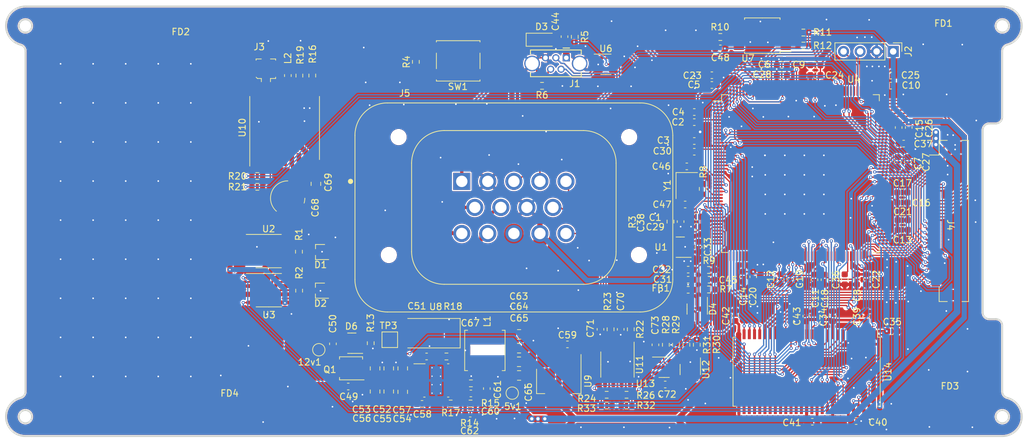
<source format=kicad_pcb>
(kicad_pcb (version 20240108) (generator "pcbnew") (generator_version "8.0")
  (layers (0 "F.Cu" signal) (31 "B.Cu" signal) (34 "B.Paste" user) (35 "F.Paste" user) (36 "B.SilkS" user "B.Silkscreen") (37 "F.SilkS" user "F.Silkscreen") (38 "B.Mask" user) (39 "F.Mask" user) (44 "Edge.Cuts" user))
  (net 0 "")
  (net 1 "+3.3V")
  (net 2 "GND")
  (net 3 "+5C")
  (net 4 "+5V")
  (net 5 "/USB_D-")
  (net 6 "Net-(U4-VDDA)")
  (net 7 "Net-(U1-OUT)")
  (net 8 "Net-(U4-NRST)")
  (net 9 "Net-(U4-BOOT0)")
  (net 18 "/USB_D+")
  (net 19 "Net-(J1-ID)")
  (net 20 "/TXDCAN1")
  (net 21 "/RXDCAN1")
  (net 22 "/TXDCAN2")
  (net 23 "/RXDCAN2")
  (net 27 "/F0")
  (net 28 "/IN1")
  (net 29 "/IN2")
  (net 30 "unconnected-(U4-PC3-Pad35)")
  (net 45 "/F1")
  (net 46 "/F2")
  (net 47 "/F3")
  (net 48 "/F4")
  (net 49 "/F5")
  (net 50 "/C0")
  (net 51 "/F11")
  (net 52 "/F12")
  (net 53 "/F13")
  (net 54 "/F14")
  (net 55 "/F15")
  (net 56 "/G0")
  (net 57 "/G1")
  (net 58 "/E7")
  (net 59 "/E8")
  (net 60 "/E9")
  (net 63 "/E10")
  (net 64 "/E11")
  (net 66 "/E12")
  (net 67 "/E13")
  (net 70 "/E14")
  (net 71 "/E15")
  (net 72 "/H6")
  (net 76 "/H7")
  (net 77 "/D8")
  (net 78 "/D9")
  (net 80 "/D10")
  (net 81 "/D14")
  (net 82 "/D15")
  (net 88 "Net-(U10-VBAT)")
  (net 89 "Net-(J3-Pad1)")
  (net 90 "/ADC1")
  (net 92 "/SWDI")
  (net 97 "/G2")
  (net 98 "/G4")
  (net 108 "/SWCLC")
  (net 109 "/G5")
  (net 111 "/G8")
  (net 112 "/D0")
  (net 113 "/D1")
  (net 114 "/G15")
  (net 116 "/E0")
  (net 117 "/E1")
  (net 119 "/A0")
  (net 123 "Net-(U4-PH0)")
  (net 124 "Net-(U4-PH1)")
  (net 125 "Net-(U7-IO3)")
  (net 126 "Net-(U7-IO2)")
  (net 127 "/B7")
  (net 128 "/B3")
  (net 129 "/B4")
  (net 130 "/B5")
  (net 139 "/H8")
  (net 140 "/H9")
  (net 141 "/H10")
  (net 142 "/H11")
  (net 143 "/B1")
  (net 144 "/G6")
  (net 145 "/H13")
  (net 146 "/H14")
  (net 147 "/H15")
  (net 148 "/I0")
  (net 149 "/I1")
  (net 150 "/I2")
  (net 151 "/D6")
  (net 152 "/G11")
  (net 153 "/I4")
  (net 154 "/I5")
  (net 155 "/I6")
  (net 156 "/I7")
  (net 157 "/G7")
  (net 158 "/I10")
  (net 159 "/I9")
  (net 160 "/F10")
  (net 161 "/F8")
  (net 162 "/C13")
  (net 163 "/H5")
  (net 164 "/H4")
  (net 165 "/I11")
  (net 166 "/+12v")
  (net 167 "Net-(U8-BST)")
  (net 168 "Net-(U8-SS)")
  (net 169 "Net-(U8-COMP)")
  (net 170 "Net-(C61-Pad1)")
  (net 171 "/G14")
  (net 172 "Net-(U8-FB)")
  (net 173 "Net-(U8-SW)")
  (net 174 "+BATT")
  (net 175 "Net-(C51-Pad1)")
  (net 176 "Net-(L2-Pad2)")
  (net 177 "Net-(U10-Vcc_RF)")
  (net 178 "Net-(U10-RF_IN)")
  (net 181 "/A10")
  (net 183 "Net-(U10-TXD0)")
  (net 185 "/A9")
  (net 187 "Net-(U10-RXD0)")
  (net 192 "Net-(R22-Pad2)")
  (net 193 "Net-(R23-Pad2)")
  (net 194 "Net-(R24-Pad2)")
  (net 195 "/C2")
  (net 196 "Net-(R26-Pad2)")
  (net 197 "Net-(U12-+)")
  (net 198 "/C1")
  (net 199 "Net-(U12--)")
  (net 204 "Net-(U4-VCAP_1)")
  (net 205 "Net-(U4-VCAP_2)")
  (net 206 "Net-(D6-A)")
  (net 207 "/CANL1")
  (net 208 "/CANH1")
  (net 209 "/CANL2")
  (net 210 "/CANH2")
  (footprint "Resistor_SMD:R_0603_1608Metric" (layer "F.Cu") (at 195.45 81.15)
    (property "Reference" "R11")
    (property "Value" "10k")
  )
  (footprint "Capacitor_SMD:C_0603_1608Metric" (layer "F.Cu") (at 199.95 124.7 90)
    (property "Reference" "C34")
    (property "Value" "100nF")
  )
  (footprint "Resistor_SMD:R_0603_1608Metric" (layer "F.Cu") (at 140.65 130.885 180)
    (property "Reference" "R18")
    (property "Value" "10R")
  )
  (footprint "Resistor_SMD:R_0603_1608Metric" (layer "F.Cu") (at 165.25 136.7625)
    (property "Reference" "R24")
    (property "Value" "240R")
  )
  (footprint "Inductor_SMD:L_0603_1608Metric" (layer "F.Cu") (at 116.3 87.75 90)
    (property "Reference" "L2")
    (property "Value" "47nH")
  )
  (footprint "Resistor_SMD:R_0603_1608Metric" (layer "F.Cu") (at 111.6075 103.18)
    (property "Reference" "R20")
    (property "Value" "0R")
  )
  (footprint "TestPoint:TestPoint_Pad_D1.5mm" (layer "F.Cu") (at 150.75 136.51 -90)
    (property "Reference" "5v1")
    (property "Value" "TestPoint")
  )
  (footprint "Capacitor_SMD:C_0603_1608Metric" (layer "F.Cu") (at 137.6 130.885 180)
    (property "Reference" "C51")
    (property "Value" "100nF")
  )
  (footprint "TestPoint:TestPoint_Pad_D1.5mm" (layer "F.Cu") (at 121.05 129.85 -90)
    (property "Reference" "12v1")
    (property "Value" "TestPoint")
  )
  (footprint "Resistor_SMD:R_0603_1608Metric" (layer "F.Cu") (at 111.6075 104.83)
    (property "Reference" "R21")
    (property "Value" "0R")
  )
  (footprint "Resistor_SMD:R_0603_1608Metric" (layer "F.Cu") (at 144.35 138.11 180)
    (property "Reference" "R14")
    (property "Value" "12K 1%")
  )
  (footprint "Package_SO:SOIC-8_3.9x4.9mm_P1.27mm" (layer "F.Cu") (at 113.375 120.705)
    (property "Reference" "U3")
    (property "Value" "TJA1051T-3")
  )
  (footprint "Capacitor_SMD:C_0603_1608Metric" (layer "F.Cu") (at 208.85 89.3)
    (property "Reference" "C10")
    (property "Value" "100nF")
  )
  (footprint "Package_QFP:LQFP-176_24x24mm_P0.5mm" (layer "F.Cu") (at 195 102.8)
    (property "Reference" "U4")
    (property "Value" "STM32F429IITx")
  )
  (footprint "Capacitor_SMD:C_0603_1608Metric" (layer "F.Cu") (at 180.9625 119.1)
    (property "Reference" "C45")
    (property "Value" "1u")
  )
  (footprint "Capacitor_SMD:C_0603_1608Metric" (layer "F.Cu") (at 205.1 124.75 90)
    (property "Reference" "C39")
    (property "Value" "100nF")
  )
  (footprint "Package_TO_SOT_SMD:SOT-23-6" (layer "F.Cu") (at 174.075 132.5375)
    (property "Reference" "U13")
    (property "Value" "SRV05-4")
  )
  (footprint "Capacitor_SMD:C_0603_1608Metric" (layer "F.Cu") (at 181.4 87.7 180)
    (property "Reference" "C23")
    (property "Value" "4.7uF")
  )
  (footprint "Capacitor_SMD:C_0603_1608Metric" (layer "F.Cu") (at 176.6 110.175 90)
    (property "Reference" "C38")
    (property "Value" "100nF")
  )
  (footprint "Resistor_SMD:R_0603_1608Metric" (layer "F.Cu") (at 177.4875 129.0875 -90)
    (property "Reference" "R31")
    (property "Value" "5.6K")
  )
  (footprint "Button_Switch_SMD:SW_SPST_EVQQ2" (layer "F.Cu") (at 142.45 85.5 180)
    (property "Reference" "SW1")
    (property "Value" "SW_Push")
  )
  (footprint "Capacitor_SMD:C_0603_1608Metric" (layer "F.Cu") (at 195.9 124.7 90)
    (property "Reference" "C43")
    (property "Value" "100nF")
  )
  (footprint "TestPoint:TestPoint_Pad_2.0x2.0mm" (layer "F.Cu") (at 131.95 128.31 -90)
    (property "Reference" "TP3")
    (property "Value" "TestPoint")
  )
  (footprint "Capacitor_SMD:C_0603_1608Metric" (layer "F.Cu") (at 210.65 105.7)
    (property "Reference" "C17")
    (property "Value" "4.7uF")
  )
  (footprint "Capacitor_SMD:C_0603_1608Metric" (layer "F.Cu") (at 177.7625 117.55)
    (property "Reference" "C32")
    (property "Value" "100nF")
  )
  (footprint "Resistor_SMD:R_0603_1608Metric" (layer "F.Cu") (at 165.25 138.4125 180)
    (property "Reference" "R33")
    (property "Value" "680R")
  )
  (footprint "Resistor_SMD:R_0603_1608Metric" (layer "F.Cu") (at 118.03 120.78 -90)
    (property "Reference" "R2")
    (property "Value" "120")
  )
  (footprint "Resistor_SMD:R_0603_1608Metric" (layer "F.Cu") (at 180 105.15 -90)
    (property "Reference" "R8")
    (property "Value" "1M")
  )
  (footprint "Resistor_SMD:R_0603_1608Metric" (layer "F.Cu") (at 182.7 81.835 180)
    (property "Reference" "R10")
    (property "Value" "10k")
  )
  (footprint "Capacitor_SMD:C_0603_1608Metric" (layer "F.Cu") (at 192.15 86.12 180)
    (property "Reference" "C6")
    (property "Value" "100nF")
  )
  (footprint "Resistor_SMD:R_0603_1608Metric" (layer "F.Cu") (at 175.05 110.175 -90)
    (property "Reference" "R3")
    (property "Value" "10k")
  )
  (footprint "Fiducial:Fiducial_0.5mm_Mask1.5mm" (layer "F.Cu") (at 107.35 138.25)
    (property "Reference" "FD4")
    (property "Value" "TestPoint")
  )
  (footprint "Package_SON:Diodes_PowerDI3333-8" (layer "F.Cu") (at 126.005 132.7 180)
    (property "Reference" "Q1")
    (property "Value" "DMP3013SFV-7")
  )
  (footprint "Capacitor_SMD:C_0603_1608Metric" (layer "F.Cu") (at 193.45 119.025 -90)
    (property "Reference" "C19")
    (property "Value" "4.7uF")
  )
  (footprint "Resistor_SMD:R_0603_1608Metric" (layer "F.Cu") (at 168.3 138.4125 180)
    (property "Reference" "R32")
    (property "Value" "680R")
  )
  (footprint "Capacitor_SMD:C_0603_1608Metric" (layer "F.Cu") (at 158.775 81.775 90)
    (property "Reference" "C44")
    (property "Value" "100nF")
  )
  (footprint "Package_TO_SOT_SMD:SOT-323_SC-70" (layer "F.Cu") (at 121.255 120.78 180)
    (property "Reference" "D2")
    (property "Value" "PESD1CAN-UX")
  )
  (footprint "Capacitor_SMD:C_0603_1608Metric" (layer "F.Cu") (at 123.22 128.945 90)
    (property "Reference" "C50")
    (property "Value" "100nF")
  )
  (footprint "Capacitor_SMD:C_0603_1608Metric" (layer "F.Cu") (at 205.2 119.05 -90)
    (property "Reference" "C22")
    (property "Value" "4.7uF")
  )
  (footprint "Capacitor_SMD:C_0603_1608Metric" (layer "F.Cu") (at 198.7 119.1 -90)
    (property "Reference" "C18")
    (property "Value" "4.7uF")
  )
  (footprint "Capacitor_SMD:C_0603_1608Metric" (layer "F.Cu") (at 164.3 126.7125 -90)
    (property "Reference" "C71")
    (property "Value" "100nF")
  )
  (footprint "Resistor_SMD:R_0603_1608Metric" (layer "F.Cu") (at 160.35 81.8 90)
    (property "Reference" "R5")
    (property "Value" "100k")
  )
  (footprint "Package_TO_SOT_SMD:SOT-23-5" (layer "F.Cu") (at 178.0875 132.8875 -90)
    (property "Reference" "U12")
    (property "Value" "MCP6001-OT")
  )
  (footprint "Capacitor_SMD:C_0603_1608Metric" (layer "F.Cu") (at 178.7 99.4475 180)
    (property "Reference" "C30")
    (property "Value" "4.7uF")
  )
  (footprint "Capacitor_SMD:C_0603_1608Metric" (layer "F.Cu") (at 209.95 101.05 -90)
    (property "Reference" "C7")
    (property "Value" "100nF")
  )
  (footprint "Resistor_SMD:R_0603_1608Metric" (layer "F.Cu") (at 180.9625 117.6)
    (property "Reference" "R9")
    (property "Value" "10k")
  )
  (footprint "Inductor_SMD:L_0603_1608Metric" (layer "F.Cu") (at 177.7625 120.65 180)
    (property "Reference" "FB1")
    (property "Value" "FerriteBead")
  )
  (footprint "Capacitor_SMD:C_0603_1608Metric" (layer "F.Cu") (at 203.65 119.05 -90)
    (property "Reference" "C8")
    (property "Value" "100nF")
  )
  (footprint "Capacitor_SMD:C_0603_1608Metric" (layer "F.Cu") (at 192.15 87.67 180)
    (property "Reference" "C28")
    (property "Value" "4.7uF")
  )
  (footprint "Package_SO:TSOP-II-54_22.2x10.16mm_P0.8mm" (layer "F.Cu") (at 195.95 133.225 -90)
    (property "Reference" "U14")
    (property "Value" "W9825G6KH-6I")
  )
  (footprint "Capacitor_Tantalum_SMD:CP_EIA-7343-31_Kemet-D" (layer "F.Cu") (at 138.35 127.31 180)
    (property "Reference" "C67")
    (property "Value" "100uF")
  )
  (footprint "Connector_Coaxial:U.FL_Molex_MCRF_73412-0110_Vertical" (layer "F.Cu") (at 112.925 86.7)
    (property "Reference" "J3")
    (property "Value" "5-1814400-1")
  )
  (footprint "Resistor_SMD:R_0603_1608Metric" (layer "F.Cu") (at 118 114.8 -90)
    (property "Reference" "R1")
    (property "Value" "120")
  )
  (footprint "Resistor_SMD:R_0603_1608Metric" (layer "F.Cu") (at 135.95 85.65 90)
    (property "Reference" "R4")
    (property "Value" "10k")
  )
  (footprint "Capacitor_SMD:C_0805_2012Metric" (layer "F.Cu") (at 129.6875 132.715 90)
    (property "Reference" "C53")
    (property "Value" "10u 35v")
  )
  (footprint "Capacitor_SMD:C_0603_1608Metric" (layer "F.Cu") (at 159.225 129.03)
    (property "Reference" "C59")
    (property "Value" "4.7uF")
  )
  (footprint "Package_TO_SOT_SMD:SOT-23-6" (layer "F.Cu") (at 165.125 86.025)
    (property "Reference" "U6")
    (property "Value" "USBLC6-2SC6")
  )
  (footprint "Capacitor_SMD:C_0805_2012Metric" (layer "F.Cu") (at 120.6075 104.38 90)
    (property "Reference" "C69")
    (property "Value" "10u 35v")
  )
  (footprint "Capacitor_SMD:C_0603_1608Metric" (layer "F.Cu") (at 201.8 119.05 -90)
    (property "Reference" "C36")
    (property "Value" "2.2u")
  )
  (footprint "776262-1:TE_776262-1" (layer "F.Cu") (at 151 108)
    (property "Reference" "J5")
    (property "Value" "776262-1")
  )
  (footprint "Capacitor_SMD:C_0603_1608Metric" (layer "F.Cu") (at 203.55 140.8)
    (property "Reference" "C40")
    (property "Value" "100nF")
  )
  (footprint "Resistor_SMD:R_0603_1608Metric" (layer "F.Cu") (at 155.325 89.325 180)
    (property "Reference" "R6")
    (property "Value" "100k")
  )
  (footprint "Capacitor_SMD:C_0805_2012Metric" (layer "F.Cu") (at 151.8 129.61)
    (property "Reference" "C64")
    (property "Value" "10u")
  )
  (footprint "Resistor_SMD:R_0603_1608Metric" (layer "F.Cu") (at 174.3375 129.0875 90)
    (property "Reference" "R28")
    (property "Value" "2.7k")
  )
  (footprint "Capacitor_SMD:C_0603_1608Metric" (layer "F.Cu") (at 211.5 101.05 -90)
    (property "Reference" "C27")
    (property "Value" "4.7uF")
  )
  (footprint "Capacitor_SMD:C_0603_1608Metric" (layer "F.Cu") (at 177.7625 119.1 180)
    (property "Reference" "C31")
    (property "Value" "4.7uF")
  )
  (footprint "Capacitor_SMD:C_0805_2012Metric" (layer "F.Cu") (at 151.7875 131.7)
    (property "Reference" "C65")
    (property "Value" "10u")
  )
  (footprint "Capacitor_SMD:C_0603_1608Metric" (layer "F.Cu") (at 182.7 83.585 180)
    (property "Reference" "C48")
    (property "Value" "100nF")
  )
  (footprint "Capacitor_SMD:C_0603_1608Metric" (layer "F.Cu") (at 136.9 138.16)
    (property "Reference" "C58")
    (property "Value" "100nF")
  )
  (footprint "Capacitor_SMD:C_0603_1608Metric" (layer "F.Cu") (at 209.1 127)
    (property "Reference" "C35")
    (property "Value" "100nF")
  )
  (footprint "Package_SO:SOIC-8_3.9x4.9mm_P1.27mm" (layer "F.Cu") (at 166.905 132.125 -90)
    (property "Reference" "U11")
    (property "Value" "ILD207T")
  )
  (footprint "Capacitor_SMD:C_0603_1608Metric" (layer "F.Cu") (at 177.55 101.7)
    (property "Reference" "C46")
    (property "Value" "20p")
  )
  (footprint "Resistor_SMD:R_0603_1608Metric" (layer "F.Cu") (at 141.3 138.11 180)
    (property "Reference" "R17")
    (property "Value" "2.2K 1%")
  )
  (footprint "Capacitor_SMD:C_0805_2012Metric" (layer "F.Cu") (at 131.7875 132.715 90)
    (property "Reference" "C52")
    (property "Value" "10u 35v")
  )
  (footprint "Resistor_SMD:R_0603_1608Metric" (layer "F.Cu") (at 195.45 83.15 180)
    (property "Reference" "R12")
    (property "Value" "10k")
  )
  (footprint "Capacitor_SMD:C_0603_1608Metric" (layer "F.Cu") (at 125.57 135.495)
    (property "Reference" "C49")
    (property "Value" "100n 100v")
  )
  (footprint "Capacitor_SMD:C_0603_1608Metric" (layer "F.Cu") (at 197.3 87.7 180)
    (property "Reference" "C24")
    (property "Value" "4.7uF")
  )
  (footprint "Fiducial:Fiducial_0.5mm_Mask1.5mm" (layer "F.Cu") (at 216.95 81.45)
    (property "Reference" "FD1")
    (property "Value" "TestPoint")
  )
  (footprint "Package_TO_SOT_SMD:SOT-323_SC-70" (layer "F.Cu") (at 121.275 114.85 180)
    (property "Reference" "D1")
    (property "Value" "PESD1CAN-UX")
  )
  (footprint "Capacitor_SMD:C_0603_1608Metric" (layer "F.Cu") (at 181.4 89.2 180)
    (property "Reference" "C5")
    (property "Value" "100nF")
  )
  (footprint "Diode_SMD:D_SOD-123" (layer "F.Cu") (at 155.25 82.25)
    (property "Reference" "D3")
    (property "Value" "schottky")
  )
  (footprint "Capacitor_SMD:C_0603_1608Metric" (layer "F.Cu") (at 210.65 107.25)
    (property "Reference" "C16")
    (property "Value" "100nF")
  )
  (footprint "Capacitor_SMD:C_0603_1608Metric" (layer "F.Cu") (at 187.75 118.65 -90)
    (property "Reference" "C20")
    (property "Value" "4.7uF")
  )
  (footprint "Capacitor_SMD:C_0603_1608Metric" (layer "F.Cu") (at 146.85 135.81 -90)
    (property "Reference" "C61")
    (property "Value" "1.2nF")
  )
  (footprint "Package_SO:SOIC-8_5.23x5.23mm_P1.27mm" (layer "F.Cu") (at 189.15 81.62 180)
    (property "Reference" "U7")
    (property "Value" "W25Q32JVSS")
  )
  (footprint "Capacitor_SMD:C_0603_1608Metric" (layer "F.Cu") (at 144.3 139.66 180)
    (property "Reference" "C62")
    (property "Value" "220 pF")
  )
  (footprint "Package_TO_SOT_SMD:SOT-23" (layer "F.Cu") (at 126.12 128.845 180)
    (property "Reference" "D6")
    (property "Value" "MMBZ5242BLT3G")
  )
  (footprint "Fiducial:Fiducial_0.5mm_Mask1.5mm" (layer "F.Cu") (at 217.95 137.15)
    (property "Reference" "FD3")
    (property "Value" "TestPoint")
  )
  (footprint "Package_SO:SOIC-8_3.9x4.9mm_P1.27mm" (layer "F.Cu") (at 113.35 114.7)
    (property "Reference" "U2")
    (property "Value" "TJA1051T-3")
  )
  (footprint "Capacitor_SMD:C_0603_1608Metric" (layer "F.Cu") (at 177.3 107.55 180)
    (property "Reference" "C47")
    (property "Value" "20p")
  )
  (footprint "Capacitor_SMD:C_0603_1608Metric" (layer "F.Cu") (at 178.7 97.8 180)
    (property "Reference" "C3")
    (property "Value" "100nF")
  )
  (footprint "Resistor_SMD:R_0603_1608Metric" (layer "F.Cu") (at 180.9625 120.6 180)
    (property "Reference" "R7")
    (property "Value" "82k")
  )
  (footprint "Package_TO_SOT_SMD:SOT-23" (layer "F.Cu") (at 176.55 114.1 180)
    (property "Reference" "U1")
    (property "Value" "REF3333")
  )
  (footprint "RF_GPS:SIM28ML" (layer "F.Cu") (at 115.8 95.8 90)
    (property "Reference" "U10")
    (property "Value" "~")
  )
  (footprint "Inductor_SMD:L_Bourns_SRN6045TA" (layer "F.Cu") (at 146.55 129.96 90)
    (property "Reference" "L1")
    (property "Value" "SRN6045TA-3R3Y")
  )
  (footprint "Capacitor_SMD:C_0603_1608Metric" (layer "F.Cu") (at 185 124.65 90)
    (property "Reference" "C42")
    (property "Value" "100nF")
  )
  (footprint "Resistor_SMD:R_0603_1608Metric" (layer "F.Cu") (at 179.0875 129.0875 -90)
    (property "Reference" "R30")
    (property "Value" "10k")
  )
  (footprint "Resistor_SMD:R_0603_1608Metric" (layer "F.Cu") (at 129.02 128.845 -90)
    (property "Reference" "R13")
    (property "Value" "12K 1%")
  )
  (footprint "Capacitor_SMD:C_0603_1608Metric" (layer "F.Cu") (at 208.85 87.75)
    (property "Reference" "C25")
    (property "Value" "4.7uF")
  )
  (footprint "Capacitor_SMD:C_0603_1608Metric" (layer "F.Cu") (at 178.7 93.35 180)
    (property "Reference" "C4")
    (property "Value" "100nF")
  )
  (footprint "Capacitor_SMD:C_0603_1608Metric" (layer "F.Cu") (at 186.2 118.65 -90)
    (property "Reference" "C14")
    (property "Value" "100nF")
  )
  (footprint "Capacitor_SMD:C_0603_1608Metric" (layer "F.Cu") (at 191.95 119.025 -90)
    (property "Reference" "C12")
    (property "Value" "100nF")
  )
  (footprint "Capacitor_SMD:C_0603_1608Metric" (layer "F.Cu") (at 211.63 95.73 -90)
    (property "Reference" "C26")
    (property "Value" "4.7uF")
  )
  (footprint "Capacitor_SMD:C_0603_1608Metric" (layer "F.Cu") (at 197.15 119.1 -90)
    (property "Reference" "C11")
    (property "Value" "100nF")
  )
  (footprint "Fiducial:Fiducial_0.5mm_Mask1.5mm" (layer "F.Cu") (at 99.85 82.75)
    (property "Reference" "FD2")
    (property "Value" "TestPoint")
  )
  (footprint "Resistor_SMD:R_0603_1608Metric" (layer "F.Cu") (at 175.8875 129.0875 90)
    (property "Reference" "R29")
    (property "Value" "10k")
  )
  (footprint "Capacitor_SMD:C_0805_2012Metric" (layer "F.Cu") (at 131.7875 136.265 -90)
    (property "Reference" "C55")
    (property "Value" "10u 35v")
  )
  (footprint "776262-1:SM3R3703T01U" (layer "F.Cu") (at 119.045 107.58 90)
    (property "Reference" "C68")
    (property "Value" "sm3r3703t01u")
  )
  (footprint "Capacitor_SMD:C_0603_1608Metric" (layer "F.Cu") (at 178.945 109.425 180)
    (property "Reference" "C1")
    (property "Value" "100nF")
  )
  (footprint "Capacitor_SMD:C_0603_1608Metric" (layer "F.Cu") (at 167.4 126.7125 90)
    (property "Reference" "C70")
    (property "Value" "100nF")
  )
  (footprint "Capacitor_SMD:C_0603_1608Metric" (layer "F.Cu") (at 144.4 136.56)
    (property "Reference" "C60")
    (property "Value" "220pF")
  )
  (footprint "Connector_USB:USB_Mini-B_Tensility_54-00023_Vertical_CircularHoles" (layer "F.Cu") (at 159.05 85.025 180)
    (property "Reference" "J1")
    (property "Value" "USB_B_Mini")
  )
  (footprint "Capacitor_SMD:C_0603_1608Metric" (layer "F.Cu") (at 179.35 114.05 -90)
    (property "Reference" "C33")
    (property "Value" "100nF")
  )
  (footprint "Capacitor_SMD:C_0603_1608Metric" (layer "F.Cu") (at 172.7375 129.095 -90)
    (property "Reference" "C73")
    (property "Value" "100nF")
  )
  (footprint "Package_TO_SOT_SMD:SOT-223-3_TabPin2" (layer "F.Cu") (at 157.9 134.68 -90)
    (property "Reference" "U9")
    (property "Value" "AMS1117-3.3")
  )
  (footprint "Crystal:Crystal_SMD_3225-4Pin_3.2x2.5mm" (layer "F.Cu") (at 177.55 104.65 -90)
    (property "Reference" "Y1")
    (property "Value" "12MHz")
  )
  (footprint "Resistor_SMD:R_0603_1608Metric" (layer "F.Cu") (at 168.3 136.7625 180)
    (property "Reference" "R26")
    (property "Value" "240R")
  )
  (footprint "Resistor_SMD:R_0603_1608Metric" (layer "F.Cu") (at 144.4 135.01)
    (property "Reference" "R15")
    (property "Value" "20K 1%")
  )
  (footprint "Capacitor_SMD:C_0603_1608Metric" (layer "F.Cu") (at 178.7 94.9 180)
    (property "Reference" "C2")
    (property "Value" "4.7uF")
  )
  (footprint "Package_TO_SOT_SMD:SOT-23-6" (layer "F.Cu") (at 179.15 123.6 -90)
    (property "Reference" "D4")
    (property "Value" "SRV05-4")
  )
  (footprint "Resistor_SMD:R_0603_1608Metric" (layer "F.Cu") (at 168.95 126.7125 -90)
    (property "Reference" "R22")
    (property "Value" "2k")
  )
  (footprint "Package_SO:SOIC-8-1EP_3.9x4.9mm_P1.27mm_EP2.95x4.9mm_Mask2.71x3.4mm_ThermalVias" (layer "F.Cu") (at 139.0875 134.565)
    (property "Reference" "U8")
    (property "Value" "AP64501SP-13")
  )
  (footprint "Capacitor_SMD:C_0805_2012Metric" (layer "F.Cu") (at 151.8 133.8)
    (property "Reference" "C66")
    (property "Value" "10u")
  )
  (footprint "Connector_PinHeader_2.54mm:PinHeader_1x04_P2.54mm_Vertical" (layer "F.Cu") (at 209.24 84.05 -90)
    (property "Reference" "J2")
    (property "Value" "Conn_01x04")
  )
  (footprint "Capacitor_SMD:C_0603_1608Metric" (layer "F.Cu") (at 196.825 140.9 180)
    (property "Reference" "C41")
    (property "Value" "100nF")
  )
  (footprint "Capacitor_SMD:C_0805_2012Metric" (layer "F.Cu") (at 133.9375 132.715 90)
    (property "Reference" "C57")
    (property "Value" "10u 35v")
  )
  (footprint "Capacitor_SMD:C_0603_1608Metric" (layer "F.Cu") (at 197.3 86.15 180)
    (property "Reference" "C9")
    (property "Value" "100nF")
  )
  (footprint "Capacitor_SMD:C_0603_1608Metric" (layer "F.Cu") (at 210.85 98.2)
    (property "Reference" "C37")
    (property "Value" "2.2u")
  )
  (footprint "Capacitor_SMD:C_0805_2012Metric" (layer "F.Cu") (at 151.8 127.5)
    (property "Reference" "C63")
    (property "Value" "10u")
  )
  (footprint "Resistor_SMD:R_0603_1608Metric" (layer "F.Cu") (at 118.065 87.7575 90)
    (property "Reference" "R19")
    (property "Value" "0R")
  )
  (footprint "Capacitor_SMD:C_0603_1608Metric" (layer "F.Cu") (at 210.7 111.45)
    (property "Reference" "C13")
    (property "Value" "100nF")
  )
  (footprint "Capacitor_SMD:C_0603_1608Metric" (layer "F.Cu") (at 210.7 109.95)
    (property "Reference" "C21")
    (property "Value" "4.7uF")
  )
  (footprint "Capacitor_SMD:C_0603_1608Metric" (layer "F.Cu") (at 210.08 95.73 -90)
    (property "Reference" "C15")
    (property "Value" "100nF")
  )
  (footprint "Resistor_SMD:R_0603_1608Metric" (layer "F.Cu") (at 120.05 87.75 -90)
    (property "Reference" "R16")
    (property "Value" "10R")
  )
  (footprint "Capacitor_SMD:C_0805_2012Metric" (layer "F.Cu") (at 129.6875 136.265 -90)
    (property "Reference" "C56")
    (property "Value" "10u 35v")
  )
  (footprint "Capacitor_SMD:C_0805_2012Metric" (layer "F.Cu") (at 133.9375 136.315 -90)
    (property "Reference" "C54")
    (property "Value" "10u 35v")
  )
  (footprint "Capacitor_SMD:C_0603_1608Metric" (layer "F.Cu") (at 174.2375 135.1875)
    (property "Reference" "C72")
    (property "Value" "33nF")
  )
  (footprint "Capacitor_SMD:C_0603_1608Metric" (layer "F.Cu") (at 178.95 110.975 180)
    (property "Reference" "C29")
    (property "Value" "4.7uF")
  )
  (footprint "FPC:F-FPC0M40P-C310" (layer "F.Cu") (at 218.05 110.2 -90)
    (property "Reference" "J4")
    (property "Value" "Conn_01x40_MountingPin")
  )
  (footprint "Resistor_SMD:R_0603_1608Metric" (layer "F.Cu") (at 165.85 126.7125 -90)
    (property "Reference" "R23")
    (property "Value" "2k")
  )
  (gr_line (start 142.8 131.95) (end 145.7 131.85) (stroke (width 0.2)) (layer "F.Cu") (net 173))
  (gr_poly (pts (xy 136.9 132.9) (xy 136.9 131.3) (xy 137.15 131.3) (xy 137.15 130.55) (xy 136.5 130.55) (xy 136.5 132.9)) (stroke (width 0.2)) (fill solid) (layer "F.Cu") (net 167))
  (gr_poly (pts (xy 141.1 130.735) (xy 141.1 132.735) (xy 145.1 132.735) (xy 145.1 131.535) (xy 141.9 131.535) (xy 141.9 130.735)) (stroke (width 0.2)) (fill solid) (layer "F.Cu") (net 173))
  (gr_poly (pts (xy 136.95 133.8) (xy 134.3 133.8) (xy 134.3 133.35) (xy 129.45 133.35) (xy 128.7 132.35) (xy 127.4 132.35) (xy 127.4 133.95) (xy 128.5 135.5) (xy 134.45 135.5) (xy 134.45 135.2) (xy 136.95 135.2)) (stroke (width 0.2)) (fill solid) (layer "F.Cu") (net 166))
  (gr_poly (pts (xy 215.35 100.35) (xy 215.35 101) (xy 216.3 101) (xy 216.3 100.35)) (stroke (width 0.2)) (fill solid) (layer "F.Cu") (net 4))
  (gr_arc (start 226.75 137.222279) (mid 228.976093 140.505033) (end 226 143.127017) (stroke (width 0.25)) (layer "Edge.Cuts"))
  (gr_line (start 226 94.127017) (end 226 84) (stroke (width 0.25)) (layer "Edge.Cuts"))
  (gr_arc (start 226.75 137.222279) (mid 226.209402 136.866417) (end 226 136.254033) (stroke (width 0.25)) (layer "Edge.Cuts"))
  (gr_arc (start 223 96.127017) (mid 223.292893 95.419919) (end 224 95.127017) (stroke (width 0.25)) (layer "Edge.Cuts"))
  (gr_circle (center 226 140.127017) (end 227 140.127017) (stroke (width 0.25)) (fill none) (layer "Edge.Cuts"))
  (gr_arc (start 75.25 83.031754) (mid 75.79057 83.387627) (end 76 84) (stroke (width 0.25)) (layer "Edge.Cuts"))
  (gr_line (start 226 77.127017) (end 76 77.127017) (stroke (width 0.25)) (layer "Edge.Cuts"))
  (gr_arc (start 75.25 83.031754) (mid 73.023911 79.749004) (end 76 77.127017) (stroke (width 0.25)) (layer "Edge.Cuts"))
  (gr_line (start 226 136.254033) (end 226 126.127017) (stroke (width 0.25)) (layer "Edge.Cuts"))
  (gr_circle (center 76 80.127017) (end 77 80.127017) (stroke (width 0.25)) (fill none) (layer "Edge.Cuts"))
  (gr_line (start 76 84) (end 76 136.254033) (stroke (width 0.25)) (layer "Edge.Cuts"))
  (gr_line (start 76 143.127017) (end 226 143.127017) (stroke (width 0.25)) (layer "Edge.Cuts"))
  (gr_arc (start 226 94.127017) (mid 225.707107 94.834133) (end 225 95.127017) (stroke (width 0.25)) (layer "Edge.Cuts"))
  (gr_circle (center 226 80.127017) (end 227 80.127017) (stroke (width 0.25)) (fill none) (layer "Edge.Cuts"))
  (gr_line (start 225 125.127017) (end 224 125.127017) (stroke (width 0.25)) (layer "Edge.Cuts"))
  (gr_arc (start 226 84) (mid 226.209438 83.387642) (end 226.75 83.031754) (stroke (width 0.25)) (layer "Edge.Cuts"))
  (gr_arc (start 224 125.127017) (mid 223.292866 124.834138) (end 223 124.127017) (stroke (width 0.25)) (layer "Edge.Cuts"))
  (gr_line (start 224 95.127017) (end 225 95.127017) (stroke (width 0.25)) (layer "Edge.Cuts"))
  (gr_line (start 223 124.127017) (end 223 96.127017) (stroke (width 0.25)) (layer "Edge.Cuts"))
  (gr_arc (start 76 143.127017) (mid 73.023911 140.50503) (end 75.25 137.222279) (stroke (width 0.25)) (layer "Edge.Cuts"))
  (gr_arc (start 226 77.127017) (mid 228.976093 79.749006) (end 226.75 83.031754) (stroke (width 0.25)) (layer "Edge.Cuts"))
  (gr_arc (start 76 136.254033) (mid 75.79057 136.866406) (end 75.25 137.222279) (stroke (width 0.25)) (layer "Edge.Cuts"))
  (gr_arc (start 225 125.127017) (mid 225.707079 125.419924) (end 226 126.127017) (stroke (width 0.25)) (layer "Edge.Cuts"))
  (gr_circle (center 76 140.127017) (end 77 140.127017) (stroke (width 0.25)) (fill none) (layer "Edge.Cuts"))
  (segment (start 159.115 141.735) (end 160.4 140.45) (width 0.8) (layer "F.Cu") (net 1))
  (segment (start 200.125 125.3) (end 204.875 125.3) (width 0.4) (layer "F.Cu") (net 1))
  (segment (start 205.05 125.525) (end 205.1 125.525) (width 0.2) (layer "F.Cu") (net 1))
  (segment (start 183.10533 103.05) (end 184.15 104.09467) (width 0.2) (layer "F.Cu") (net 1))
  (segment (start 211.63 94.955) (end 212.205 94.955) (width 0.25) (layer "F.Cu") (net 1))
  (segment (start 181.875 81.985) (end 181.875 81.835) (width 0.2) (layer "F.Cu") (net 1))
  (segment (start 202.8 140.825) (end 202.775 140.8) (width 0.8) (layer "F.Cu") (net 1))
  (segment (start 197.75 117) (end 197.15 117.6) (width 0.25) (layer "F.Cu") (net 1))
  (segment (start 204.75 125.875) (end 205.1 125.525) (width 0.4) (layer "F.Cu") (net 1))
  (segment (start 118.670787 141.735001) (end 159.115 141.735) (width 0.8) (layer "F.Cu") (net 1))
  (segment (start 174.33566 140.45) (end 175.95 140.45) (width 0.8) (layer "F.Cu") (net 1))
  (segment (start 183.225 127.2) (end 180.55 127.2) (width 0.25) (layer "F.Cu") (net 1))
  (segment (start 183.475 83.525) (end 185.55 83.525) (width 0.2) (layer "F.Cu") (net 1))
  (segment (start 175.05 111) (end 175.8 111.75) (width 0.2) (layer "F.Cu") (net 1))
  (segment (start 195.9 125.475) (end 195.875 125.5) (width 0.2) (layer "F.Cu") (net 1))
  (segment (start 113.9 121.036751) (end 113.9 118.53) (width 0.25) (layer "F.Cu") (net 1))
  (segment (start 179.72 109.425) (end 179.845 109.55) (width 0.2) (layer "F.Cu") (net 1))
  (segment (start 202.35 138.975) (end 202.35 140.375) (width 0.4) (layer "F.Cu") (net 1))
  (segment (start 209.925 109.95) (end 209.875 109.9) (width 0.25) (layer "F.Cu") (net 1))
  (segment (start 182.325 99.05) (end 179.8725 99.05) (width 0.2) (layer "F.Cu") (net 1))
  (segment (start 182.175 89.2) (end 181.225 90.15) (width 0.25) (layer "F.Cu") (net 1))
  (segment (start 184.15 108.575) (end 183.175 109.55) (width 0.2) (layer "F.Cu") (net 1))
  (segment (start 179.825 94.55) (end 182.325 94.55) (width 0.2) (layer "F.Cu") (net 1))
  (segment (start 208.075 89.3) (end 208.075 87.75) (width 0.2) (layer "F.Cu") (net 1))
  (segment (start 197.15 118.325) (end 197.15 118.3) (width 0.4) (layer "F.Cu") (net 1))
  (segment (start 113.9 118.53) (end 115.825 116.605) (width 0.25) (layer "F.Cu") (net 1))
  (segment (start 185.55 127.475) (end 185.55 125.975) (width 0.4) (layer "F.Cu") (net 1))
  (segment (start 213.25 99.3) (end 212.275 100.275) (width 0.25) (layer "F.Cu") (net 1))
  (segment (start 174.33566 140.45) (end 176.15 140.45) (width 0.8) (layer "F.Cu") (net 1))
  (segment (start 146.740812 83.5) (end 152.040812 78.2) (width 0.25) (layer "F.Cu") (net 1))
  (segment (start 205.2 118.275) (end 207.375 118.275) (width 0.4) (layer "F.Cu") (net 1))
  (segment (start 179.725 110.975) (end 179.725 109.43) (width 0.2) (layer "F.Cu") (net 1))
  (segment (start 118.2 98.6) (end 119.1 99.5) (width 0.8) (layer "F.Cu") (net 1))
  (segment (start 115.85 122.65) (end 115.473249 122.61) (width 0.25) (layer "F.Cu") (net 1))
  (segment (start 178.246751 123.45) (end 177.4 123.45) (width 0.25) (layer "F.Cu") (net 1))
  (segment (start 179.725 109.43) (end 179.72 109.425) (width 0.2) (layer "F.Cu") (net 1))
  (segment (start 208.925 112.55) (end 209.925 111.55) (width 0.25) (layer "F.Cu") (net 1))
  (segment (start 176.975 123.025) (end 176.975 120.65) (width 0.25) (layer "F.Cu") (net 1))
  (segment (start 197.75 88.025) (end 198.075 87.7) (width 0.2) (layer "F.Cu") (net 1))
  (segment (start 203.65 118.275) (end 202.75 117.375) (width 0.2) (layer "F.Cu") (net 1))
  (segment (start 209.875 109.9) (end 209.875 107.25) (width 0.25) (layer "F.Cu") (net 1))
  (segment (start 205.2 118.275) (end 203.65 118.275) (width 0.4) (layer "F.Cu") (net 1))
  (segment (start 145.85 83.5) (end 146.740812 83.5) (width 0.25) (layer "F.Cu") (net 1))
  (segment (start 192.75 87.845) (end 192.75 90.125) (width 0.2) (layer "F.Cu") (net 1))
  (segment (start 179.25 90.85) (end 179.25 93.125) (width 0.25) (layer "F.Cu") (net 1))
  (segment (start 199.95 127.475) (end 199.95 125.175) (width 0.2) (layer "F.Cu") (net 1))
  (segment (start 183.46 83.6) (end 183.475 83.585) (width 0.2) (layer "F.Cu") (net 1))
  (segment (start 157.9 129.58) (end 158.45 129.03) (width 0.8) (layer "F.Cu") (net 1))
  (segment (start 209.95 100.275) (end 211.5 100.275) (width 0.25) (layer "F.Cu") (net 1))
  (segment (start 186.25 117.975) (end 186.35 117.875) (width 0.2) (layer "F.Cu") (net 1))
  (segment (start 185.5 127.496) (end 185.521 127.475) (width 0.8) (layer "F.Cu") (net 1))
  (segment (start 182.175 89.15) (end 182.175 87.75) (width 0.2) (layer "F.Cu") (net 1))
  (segment (start 207.179 138.571) (end 207.179 140.33) (width 0.8) (layer "F.Cu") (net 1))
  (segment (start 157.9 131.53) (end 157.9 129.58) (width 0.8) (layer "F.Cu") (net 1))
  (segment (start 178.8 95.575) (end 179.475 94.9) (width 0.2) (layer "F.Cu") (net 1))
  (segment (start 197.15 117.6) (end 197.15 118.325) (width 0.25) (layer "F.Cu") (net 1))
  (segment (start 183.175 109.55) (end 182.325 109.55) (width 0.2) (layer "F.Cu") (net 1))
  (segment (start 182.175 87.75) (end 182.375 87.55) (width 0.2) (layer "F.Cu") (net 1))
  (segment (start 120.6075 103.43) (end 119.1 101.9225) (width 0.25) (layer "F.Cu") (net 1))
  (segment (start 198.075 86.15) (end 198.075 85.968654) (width 0.2) (layer "F.Cu") (net 1))
  (segment (start 186.25 115.475) (end 186.25 117.975) (width 0.2) (layer "F.Cu") (net 1))
  (segment (start 198.075 85.968654) (end 201.143654 82.9) (width 0.2) (layer "F.Cu") (net 1))
  (segment (start 199.4 119.025) (end 198.7 118.325) (width 0.2) (layer "F.Cu") (net 1))
  (segment (start 212.205 94.955) (end 213.25 96) (width 0.25) (layer "F.Cu") (net 1))
  (segment (start 205.1 87.75) (end 208.075 87.75) (width 0.2) (layer "F.Cu") (net 1))
  (segment (start 119.1 101.9225) (end 119.1 100.65) (width 0.25) (layer "F.Cu") (net 1))
  (segment (start 202.9 119.025) (end 199.4 119.025) (width 0.2) (layer "F.Cu") (net 1))
  (segment (start 187.75 117.875) (end 187.775 117.85) (width 0.25) (layer "F.Cu") (net 1))
  (segment (start 179.15 124.353249) (end 178.246751 123.45) (width 0.25) (layer "F.Cu") (net 1))
  (segment (start 182.25 89.225) (end 182.175 89.15) (width 0.2) (layer "F.Cu") (net 1))
  (segment (start 208.075 87.75) (end 209.24 86.585) (width 0.2) (layer "F.Cu") (net 1))
  (segment (start 199.95 125.475) (end 200.125 125.3) (width 0.4) (layer "F.Cu") (net 1))
  (segment (start 208.09 82.9) (end 209.24 84.05) (width 0.2) (layer "F.Cu") (net 1))
  (segment (start 207.179 137.879) (end 207.2 137.9) (width 0.8) (layer "F.Cu") (net 1))
  (segment (start 207.675 112.55) (end 208.925 112.55) (width 0.25) (layer "F.Cu") (net 1))
  (segment (start 201.143654 82.9) (end 208.09 82.9) (width 0.2) (layer "F.Cu") (net 1))
  (segment (start 207.179 140.33) (end 205.534 141.975) (width 0.8) (layer "F.Cu") (net 1))
  (segment (start 192.4 116.722182) (end 192.75 116.372182) (width 0.2) (layer "F.Cu") (net 1))
  (segment (start 179.475 94.9) (end 179.475 93.35) (width 0.2) (layer "F.Cu") (net 1))
  (segment (start 179.8725 99.05) (end 179.475 99.4475) (width 0.2) (layer "F.Cu") (net 1))
  (segment (start 192.925 86.12) (end 193.695 85.35) (width 0.2) (layer "F.Cu") (net 1))
  (segment (start 166.5 78.2) (end 173.1 84.8) (width 0.25) (layer "F.Cu") (net 1))
  (segment (start 196.175 125.2) (end 195.9 125.475) (width 0.5) (layer "F.Cu") (net 1))
  (segment (start 197.6 141.875) (end 197.6 140.9) (width 0.8) (layer "F.Cu") (net 1))
  (segment (start 184.15 104.09467) (end 184.15 108.575) (width 0.2) (layer "F.Cu") (net 1))
  (segment (start 157.9 137.83) (end 157.9 137.95) (width 0.8) (layer "F.Cu") (net 1))
  (segment (start 195.95 127.475) (end 195.95 125.525) (width 0.4) (layer "F.Cu") (net 1))
  (segment (start 193.631665 118.431665) (end 193.45 118.25) (width 0.2) (layer "F.Cu") (net 1))
  (segment (start 207.179 128.9) (end 207.079 129) (width 0.4) (layer "F.Cu") (net 1))
  (segment (start 207.675 106.55) (end 209.175 106.55) (width 0.25) (layer "F.Cu") (net 1))
  (segment (start 197.75 90.125) (end 197.75 88.025) (width 0.2) (layer "F.Cu") (net 1))
  (segment (start 178.95 111.75) (end 179.725 110.975) (width 0.2) (layer "F.Cu") (net 1))
  (segment (start 202.35 140.375) (end 202.775 140.8) (width 0.4) (layer "F.Cu") (net 1))
  (segment (start 185.5 131.1) (end 185.5 127.496) (width 0.8) (layer "F.Cu") (net 1))
  (segment (start 202.8 141.975) (end 202.8 140.825) (width 0.8) (layer "F.Cu") (net 1))
  (segment (start 210.08 94.955) (end 211.63 94.955) (width 0.18) (layer "F.Cu") (net 1))
  (segment (start 199.95 125.475) (end 199.95 127.475) (width 0.4) (layer "F.Cu") (net 1))
  (segment (start 197.55 140.85) (end 197.6 140.9) (width 0.4) (layer "F.Cu") (net 1))
  (segment (start 207.179 128.9) (end 207.179 128.275) (width 0.8) (layer "F.Cu") (net 1))
  (segment (start 212.275 100.275) (end 211.5 100.275) (width 0.25) (layer "F.Cu") (net 1))
  (segment (start 197.7 141.975) (end 201.6 141.975) (width 0.8) (layer "F.Cu") (net 1))
  (segment (start 207.079 129) (end 205.32 129) (width 0.4) (layer "F.Cu") (net 1))
  (segment (start 197.043335 118.431665) (end 193.631665 118.431665) (width 0.2) (layer "F.Cu") (net 1))
  (segment (start 183.475 83.585) (end 181.875 81.985) (width 0.2) (layer "F.Cu") (net 1))
  (segment (start 157.9 137.95) (end 160.4 140.45) (width 0.8) (layer "F.Cu") (net 1))
  (segment (start 209.24 86.585) (end 209.24 84.05) (width 0.2) (layer "F.Cu") (net 1))
  (segment (start 192.75 116.372182) (end 192.75 115.475) (width 0.2) (layer "F.Cu") (net 1))
  (segment (start 175.95 140.45) (end 177.475 141.975) (width 0.8) (layer "F.Cu") (net 1))
  (segment (start 107.4 117.55) (end 107.4 102) (width 0.8) (layer "F.Cu") (net 1))
  (segment (start 193.656665 118.456665) (end 193.45 118.25) (width 0.25) (layer "F.Cu") (net 1))
  (segment (start 193.695 85.35) (end 197.275 85.35) (width 0.2) (layer "F.Cu") (net 1))
  (segment (start 177.4 123.45) (end 176.975 123.025) (width 0.25) (layer "F.Cu") (net 1))
  (segment (start 192.4 117.8) (end 192.4 116.722182) (width 0.2) (layer "F.Cu") (net 1))
  (segment (start 179.475 97.8) (end 178.8 97.125) (width 0.2) (layer "F.Cu") (net 1))
  (segment (start 192.925 87.67) (end 192.75 87.845) (width 0.2) (layer "F.Cu") (net 1))
  (segment (start 199.95 125.475) (end 199.675 125.2) (width 0.5) (layer "F.Cu") (net 1))
  (segment (start 197.275 85.35) (end 198.075 86.15) (width 0.2) (layer "F.Cu") (net 1))
  (segment (start 191.05 118.2) (end 191.9 118.2) (width 0.2) (layer "F.Cu") (net 1))
  (segment (start 197.75 115.475) (end 197.75 117) (width 0.25) (layer "F.Cu") (net 1))
  (segment (start 179.25 93.125) (end 179.475 93.35) (width 0.25) (layer "F.Cu") (net 1))
  (segment (start 197.7 141.975) (end 197.6 141.875) (width 0.8) (layer "F.Cu") (net 1))
  (segment (start 186.25 90.125) (end 186.25 90.90533) (width 0.2) (layer "F.Cu") (net 1))
  (segment (start 207.675 94.55) (end 209.675 94.55) (width 0.18) (layer "F.Cu") (net 1))
  (segment (start 209.675 94.55) (end 210.08 94.955) (width 0.18) (layer "F.Cu") (net 1))
  (segment (start 206.825 127) (end 206.35 127.475) (width 0.4) (layer "F.Cu") (net 1))
  (segment (start 180.55 127.2) (end 179.15 125.8) (width 0.25) (layer "F.Cu") (net 1))
  (segment (start 183.4 83.6) (end 183.46 83.6) (width 0.2) (layer "F.Cu") (net 1))
  (segment (start 192.8 91.477818) (end 192.8 90.175) (width 0.2) (layer "F.Cu") (net 1))
  (segment (start 107.4 117.55) (end 107.4 130.464214) (width 0.8) (layer "F.Cu") (net 1))
  (segment (start 198.075 87.7) (end 198.075 86.15) (width 0.2) (layer "F.Cu") (net 1))
  (segment (start 207.675 101.05) (end 208.490685 101.05) (width 0.25) (layer "F.Cu") (net 1))
  (segment (start 176.15 140.45) (end 185.5 131.1) (width 0.8) (layer "F.Cu") (net 1))
  (segment (start 115.85 122.61) (end 115.85 122.65) (width 0.25) (layer "F.Cu") (net 1))
  (segment (start 145.85 83.5) (end 139.05 83.5) (width 0.25) (layer "F.Cu") (net 1))
  (segment (start 179.15 125.8) (end 179.15 124.7375) (width 0.25) (layer "F.Cu") (net 1))
  (segment (start 186.25 88.5) (end 185.15 87.4) (width 0.2) (layer "F.Cu") (net 1))
  (segment (start 209.175 106.55) (end 209.875 107.25) (width 0.25) (layer "F.Cu") (net 1))
  (segment (start 186.25 90.90533) (end 187.14467 91.8) (width 0.2) (layer "F.Cu") (net 1))
  (segment (start 192.925 86.12) (end 192.925 87.67) (width 0.2) (layer "F.Cu") (net 1))
  (segment (start 198.7 118.325) (end 197.15 118.325) (width 0.2) (layer "F.Cu") (net 1))
  (segment (start 191.95 118.25) (end 192.4 117.8) (width 0.2) (layer "F.Cu") (net 1))
  (segment (start 208.490685 101.05) (end 209.265685 100.275) (width 0.25) (layer "F.Cu") (net 1))
  (segment (start 199.675 125.2) (end 196.175 125.2) (width 0.5) (layer "F.Cu") (net 1))
  (segment (start 182.2 84.8) (end 183.4 83.6) (width 0.25) (layer "F.Cu") (net 1))
  (segment (start 207.375 118.275) (end 207.4 118.25) (width 0.4) (layer "F.Cu") (net 1))
  (segment (start 185.55 125.975) (end 185 125.425) (width 0.4) (layer "F.Cu") (net 1))
  (segment (start 175.8 111.75) (end 178.95 111.75) (width 0.2) (layer "F.Cu") (net 1))
  (segment (start 207.179 128.9) (end 207.179 137.879) (width 0.8) (layer "F.Cu") (net 1))
  (segment (start 207.675 112.55) (end 206.801041 112.55) (width 0.25) (layer "F.Cu") (net 1))
  (segment (start 191.9 118.2) (end 191.95 118.25) (width 0.2) (layer "F.Cu") (net 1))
  (segment (start 182.325 103.05) (end 181.54467 103.05) (width 0.2) (layer "F.Cu") (net 1))
  (segment (start 191.05 118.2) (end 190.85 118.2) (width 0.2) (layer "F.Cu") (net 1))
  (segment (start 204.25 90.125) (end 204.25 88.6) (width 0.2) (layer "F.Cu") (net 1))
  (segment (start 107.4 130.464214) (end 118.670787 141.735001) (width 0.8) (layer "F.Cu") (net 1))
  (segment (start 206.35 113) (end 206.35 113.1) (width 0.25) (layer "F.Cu") (net 1))
  (segment (start 195.95 125.525) (end 195.9 125.475) (width 0.4) (layer "F.Cu") (net 1))
  (segment (start 202.75 117.375) (end 202.75 115.475) (width 0.2) (layer "F.Cu") (net 1))
  (segment (start 107.4 102) (end 110.8 98.6) (width 0.8) (layer "F.Cu") (net 1))
  (segment (start 204.75 128.43) (end 204.75 127.475) (width 0.4) (layer "F.Cu") (net 1))
  (segment (start 179.475 94.9) (end 179.825 94.55) (width 0.2) (layer "F.Cu") (net 1))
  (segment (start 183.4 83.6) (end 183.475 83.525) (width 0.2) (layer "F.Cu") (net 1))
  (segment (start 179.15 124.7375) (end 179.15 124.353249) (width 0.25) (layer "F.Cu") (net 1))
  (segment (start 186.25 90.125) (end 186.25 88.5) (width 0.2) (layer "F.Cu") (net 1))
  (segment (start 185 125.425) (end 183.225 127.2) (width 0.25) (layer "F.Cu") (net 1))
  (segment (start 207.179 128.275) (end 206.379 127.475) (width 0.8) (layer "F.Cu") (net 1))
  (segment (start 152.040812 78.2) (end 166.5 78.2) (width 0.25) (layer "F.Cu") (net 1))
  (segment (start 197.15 118.325) (end 197.018335 118.456665) (width 0.25) (layer "F.Cu") (net 1))
  (segment (start 115.473249 122.61) (end 113.9 121.036751) (width 0.25) (layer "F.Cu") (net 1))
  (segment (start 213.25 96) (end 213.25 99.3) (width 0.25) (layer "F.Cu") (net 1))
  (segment (start 185.15 87.4) (end 182.475 87.4) (width 0.2) (layer "F.Cu") (net 1))
  (segment (start 207.2 138.55) (end 207.179 138.571) (width 0.8) (layer "F.Cu") (net 1))
  (segment (start 208.25 127) (end 206.825 127) (width 0.4) (layer "F.Cu") (net 1))
  (segment (start 177.475 141.975) (end 197.7 141.975) (width 0.8) (layer "F.Cu") (net 1))
  (segment (start 187.14467 91.8) (end 192.477818 91.8) (width 0.2) (layer "F.Cu") (net 1))
  (segment (start 181.54467 103.05) (end 179.475 100.98033) (width 0.2) (layer "F.Cu") (net 1))
  (segment (start 203.65 118.275) (end 202.9 119.025) (width 0.2) (layer "F.Cu") (net 1))
  (segment (start 186.35 117.875) (end 187.7 117.875) (width 0.2) (layer "F.Cu") (net 1))
  (segment (start 206.801041 112.55) (end 206.351041 113) (width 0.25) (layer "F.Cu") (net 1))
  (segment (start 179.475 99.4475) (end 179.475 97.8) (width 0.2) (layer "F.Cu") (net 1))
  (segment (start 208.325 127) (end 208.25 127) (width 0.4) (layer "F.Cu") (net 1))
  (segment (start 204.875 125.3) (end 205.1 125.525) (width 0.4) (layer "F.Cu") (net 1))
  (segment (start 179.475 100.98033) (end 179.475 99.4475) (width 0.2) (layer "F.Cu") (net 1))
  (segment (start 209.265685 100.275) (end 209.95 100.275) (width 0.25) (layer "F.Cu") (net 1))
  (segment (start 197.55 138.975) (end 197.55 140.85) (width 0.4) (layer "F.Cu") (net 1))
  (segment (start 182.325 103.05) (end 183.10533 103.05) (width 0.2) (layer "F.Cu") (net 1))
  (segment (start 205.534 141.975) (end 201.6 141.975) (width 0.8) (layer "F.Cu") (net 1))
  (segment (start 209.875 107.25) (end 209.875 105.7) (width 0.25) (layer "F.Cu") (net 1))
  (segment (start 160.4 140.45) (end 174.33566 140.45) (width 0.8) (layer "F.Cu") (net 1))
  (segment (start 178.8 97.125) (end 178.8 95.575) (width 0.2) (layer "F.Cu") (net 1))
  (segment (start 197.15 118.325) (end 197.043335 118.431665) (width 0.2) (layer "F.Cu") (net 1))
  (segment (start 119.1 99.5) (end 119.1 100.65) (width 0.8) (layer "F.Cu") (net 1))
  (segment (start 204.75 127.475) (end 204.75 125.875) (width 0.4) (layer "F.Cu") (net 1))
  (segment (start 204.75 125.825) (end 205.05 125.525) (width 0.2) (layer "F.Cu") (net 1))
  (segment (start 179.95 90.15) (end 179.25 90.85) (width 0.25) (layer "F.Cu") (net 1))
  (segment (start 209.925 111.55) (end 209.925 109.95) (width 0.25) (layer "F.Cu") (net 1))
  (segment (start 197.15 118.3) (end 197.1 118.25) (width 0.4) (layer "F.Cu") (net 1))
  (segment (start 110.8 98.6) (end 118.2 98.6) (width 0.8) (layer "F.Cu") (net 1))
  (segment (start 182.475 87.4) (end 182.175 87.7) (width 0.2) (layer "F.Cu") (net 1))
  (segment (start 181.225 90.15) (end 179.95 90.15) (width 0.25) (layer "F.Cu") (net 1))
  (segment (start 185.1 125.525) (end 185.1 125.225) (width 0.2) (layer "F.Cu") (net 1))
  (segment (start 192.8 90.175) (end 192.75 90.125) (width 0.2) (layer "F.Cu") (net 1))
  (segment (start 204.25 88.6) (end 205.1 87.75) (width 0.2) (layer "F.Cu") (net 1))
  (segment (start 193.45 118.25) (end 191.95 118.25) (width 0.2) (layer "F.Cu") (net 1))
  (segment (start 173.1 84.8) (end 182.2 84.8) (width 0.25) (layer "F.Cu") (net 1))
  (segment (start 192.477818 91.8) (end 192.8 91.477818) (width 0.2) (layer "F.Cu") (net 1))
  (segment (start 205.32 129) (end 204.75 128.43) (width 0.4) (layer "F.Cu") (net 1))
  (segment (start 179.845 109.55) (end 182.325 109.55) (width 0.2) (layer "F.Cu") (net 1))
  (segment (start 206.35 113.1) (end 206.351041 113) (width 0.25) (layer "F.Cu") (net 1))
  (segment (start 157.9 131.53) (end 157.9 137.83) (width 0.8) (layer "F.Cu") (net 1))
  (via (at 191.05 118.2) (size 0.5) (drill 0.25) (layers "F.Cu" "B.Cu") (net 1))
  (via (at 206.35 113.1) (size 0.5) (drill 0.25) (layers "F.Cu" "B.Cu") (net 1))
  (via (at 207.4 118.25) (size 0.5) (drill 0.25) (layers "F.Cu" "B.Cu") (net 1))
  (via (at 207.2 138.55) (size 0.5) (drill 0.25) (layers "F.Cu" "B.Cu") (net 1))
  (via (at 211.63 94.955) (size 0.5) (drill 0.25) (layers "F.Cu" "B.Cu") (net 1))
  (via (at 187.75 117.875) (size 0.5) (drill 0.25) (layers "F.Cu" "B.Cu") (net 1))
  (via (at 115.85 122.65) (size 0.5) (drill 0.25) (layers "F.Cu" "B.Cu") (net 1))
  (via (at 208.25 127) (size 0.5) (drill 0.25) (layers "F.Cu" "B.Cu") (net 1))
  (via (at 196.3 81.1) (size 0.5) (drill 0.25) (layers "F.Cu" "B.Cu") (net 1))
  (via (at 196.25 83.45) (size 0.5) (drill 0.25) (layers "F.Cu" "B.Cu") (net 1))
  (via (at 107.4 117.55) (size 0.5) (drill 0.25) (layers "F.Cu" "B.Cu") (net 1))
  (via (at 207.2 137.9) (size 0.5) (drill 0.25) (layers "F.Cu" "B.Cu") (net 1))
  (via (at 183.4 83.6) (size 0.5) (drill 0.25) (layers "F.Cu" "B.Cu") (net 1))
  (segment (start 107.4 117.55) (end 112.75 117.55) (width 0.8) (layer "B.Cu") (net 1))
  (segment (start 220.15 124.95) (end 207.2 137.9) (width 0.8) (layer "B.Cu") (net 1))
  (segment (start 217.8 94.8) (end 220.15 97.15) (width 0.8) (layer "B.Cu") (net 1))
  (segment (start 211.63 94.955) (end 211.605 94.955) (width 0.8) (layer "B.Cu") (net 1))
  (segment (start 206.35 113.1) (end 206.35 113.2) (width 0.25) (layer "B.Cu") (net 1))
  (segment (start 196.1 83.6) (end 183.4 83.6) (width 0.2) (layer "B.Cu") (net 1))
  (segment (start 206.35 113.2) (end 207.4 114.25) (width 0.25) (layer "B.Cu") (net 1))
  (segment (start 196.3 81.1) (end 196.25 81.15) (width 0.2) (layer "B.Cu") (net 1))
  (segment (start 211.785 94.8) (end 217.8 94.8) (width 0.8) (layer "B.Cu") (net 1))
  (segment (start 115.85 120.65) (end 115.85 122.65) (width 0.8) (layer "B.Cu") (net 1))
  (segment (start 207.4 118.25) (end 207.4 125.205456) (width 0.25) (layer "B.Cu") (net 1))
  (segment (start 207.2 138.55) (end 207.2 137.9) (width 0.8) (layer "B.Cu") (net 1))
  (segment (start 206.29 81.1) (end 196.3 81.1) (width 0.2) (layer "B.Cu") (net 1))
  (segment (start 209.24 84.05) (end 206.29 81.1) (width 0.2) (layer "B.Cu") (net 1))
  (segment (start 112.75 117.55) (end 115.85 120.65) (width 0.8) (layer "B.Cu") (net 1))
  (segment (start 191.05 118.2) (end 188.075 118.2) (width 0.2) (layer "B.Cu") (net 1))
  (segment (start 209.24 92.59) (end 209.24 84.05) (width 0.8) (layer "B.Cu") (net 1))
  (segment (start 207.675 125.480456) (end 207.675 126.425) (width 0.25) (layer "B.Cu") (net 1))
  (segment (start 196.25 83.45) (end 196.1 83.6) (width 0.2) (layer "B.Cu") (net 1))
  (segment (start 196.25 81.15) (end 196.25 83.45) (width 0.2) (layer "B.Cu") (net 1))
  (segment (start 207.675 126.425) (end 208.25 127) (width 0.25) (layer "B.Cu") (net 1))
  (segment (start 211.605 94.955) (end 209.24 92.59) (width 0.8) (layer "B.Cu") (net 1))
  (segment (start 188.075 118.2) (end 187.75 117.875) (width 0.2) (layer "B.Cu") (net 1))
  (segment (start 211.63 94.955) (end 211.785 94.8) (width 0.8) (layer "B.Cu") (net 1))
  (segment (start 220.15 97.15) (end 220.15 124.95) (width 0.8) (layer "B.Cu") (net 1))
  (segment (start 207.4 125.205456) (end 207.675 125.480456) (width 0.25) (layer "B.Cu") (net 1))
  (segment (start 207.4 114.25) (end 207.4 118.25) (width 0.25) (layer "B.Cu") (net 1))
  (segment (start 218.75 97.2) (end 218.45 96.9) (width 0.25) (layer "F.Cu") (net 2))
  (segment (start 215.8 114.45) (end 216.75 114.45) (width 0.25) (layer "F.Cu") (net 2))
  (segment (start 155.85 85.025) (end 154.675 85.025) (width 0.2) (layer "F.Cu") (net 2))
  (segment (start 119.65 92.75) (end 119.7 92.8) (width 0.5) (layer "F.Cu") (net 2))
  (segment (start 183.3 102.55) (end 184 103.25) (width 0.25) (layer "F.Cu") (net 2))
  (segment (start 118.75 92.8) (end 118.8 92.75) (width 0.5) (layer "F.Cu") (net 2))
  (segment (start 209.925 101.825) (end 209.85 101.75) (width 0.5) (layer "F.Cu") (net 2))
  (segment (start 187.6 100.786827) (end 187.6 101.8) (width 0.25) (layer "F.Cu") (net 2))
  (segment (start 207.020711 107.025) (end 206.970711 107.075) (width 0.25) (layer "F.Cu") (net 2))
  (segment (start 191.375 86.12) (end 191.375 85.575) (width 0.25) (layer "F.Cu") (net 2))
  (segment (start 184.5 98.55) (end 184.560215 98.55) (width 0.25) (layer "F.Cu") (net 2))
  (segment (start 191.35 86.145) (end 191.375 86.12) (width 0.25) (layer "F.Cu") (net 2))
  (segment (start 154.675 85.025) (end 153.8 85.9) (width 0.2) (layer "F.Cu") (net 2))
  (segment (start 175.2625 128.9875) (end 175.15 129.1) (width 0.25) (layer "F.Cu") (net 2))
  (segment (start 197.55 112.95) (end 197.35 112.75) (width 0.2) (layer "F.Cu") (net 2))
  (segment (start 147 104) (end 154.5 96.5) (width 0.2) (layer "F.Cu") (net 2))
  (segment (start 177.75 121.143979) (end 177.75 119.85) (width 0.25) (layer "F.Cu") (net 2))
  (segment (start 192.25 115.475) (end 192.25 114.659315) (width 0.25) (layer "F.Cu") (net 2))
  (segment (start 206.35 138.975) (end 206.35 139.8) (width 0.25) (layer "F.Cu") (net 2))
  (segment (start 179.1 129.9) (end 178.1875 128.9875) (width 0.25) (layer "F.Cu") (net 2))
  (segment (start 206.35 139.8) (end 205.6 140.55) (width 0.25) (layer "F.Cu") (net 2))
  (segment (start 217.905 103.255) (end 217.6 102.95) (width 0.25) (layer "F.Cu") (net 2))
  (segment (start 178.056021 121.45) (end 177.75 121.143979) (width 0.25) (layer "F.Cu") (net 2))
  (segment (start 179.15 122.078249) (end 178.521751 121.45) (width 0.25) (layer "F.Cu") (net 2))
  (segment (start 118 92.35) (end 118.45 92.8) (width 0.5) (layer "F.Cu") (net 2))
  (segment (start 217.905 104.831898) (end 217.905 103.255) (width 0.25) (layer "F.Cu") (net 2))
  (segment (start 191.375 85.575) (end 191.7 85.25) (width 0.25) (layer "F.Cu") (net 2))
  (segment (start 204.75 138.975) (end 204.75 140.375) (width 0.5) (layer "F.Cu") (net 2))
  (segment (start 119.95 92.8) (end 120.2 92.55) (width 0.5) (layer "F.Cu") (net 2))
  (segment (start 184.1 98.55) (end 184.3 98.75) (width 0.25) (layer "F.Cu") (net 2))
  (segment (start 154.5 89.325) (end 154.5 86.6) (width 0.2) (layer "F.Cu") (net 2))
  (segment (start 197.25 114.69467) (end 197.55 114.39467) (width 0.2) (layer "F.Cu") (net 2))
  (segment (start 206 107.75) (end 206.1 107.6) (width 0.25) (layer "F.Cu") (net 2))
  (segment (start 204.75 140.375) (end 204.325 140.8) (width 0.5) (layer "F.Cu") (net 2))
  (segment (start 197.55 114.39467) (end 197.55 112.95) (width 0.2) (layer "F.Cu") (net 2))
  (segment (start 119.7 92.8) (end 119.95 92.8) (width 0.5) (layer "F.Cu") (net 2))
  (segment (start 175.15 129.1) (end 173.5075 129.1) (width 0.25) (layer "F.Cu") (net 2))
  (segment (start 179.15 122.4625) (end 179.15 122.078249) (width 0.25) (layer "F.Cu") (net 2))
  (segment (start 202.35 128.8) (end 202.35 127.475) (width 0.5) (layer "F.Cu") (net 2))
  (segment (start 118.45 92.8) (end 118.75 92.8) (width 0.5) (layer "F.Cu") (net 2))
  (segment (start 207.675 107.05) (end 207.65 107.025) (width 0.25) (layer "F.Cu") (net 2))
  (segment (start 197.35 112.75) (end 191.45 112.75) (width 0.2) (layer "F.Cu") (net 2))
  (segment (start 210.08 96.505) (end 211.63 96.505) (width 0.18) (layer "F.Cu") (net 2))
  (segment (start 185.613173 98.8) (end 187.6 100.786827) (width 0.25) (layer "F.Cu") (net 2))
  (segment (start 118 90.95) (end 118 92.35) (width 0.5) (layer "F.Cu") (net 2))
  (segment (start 215.8 105.45) (end 217.286898 105.45) (width 0.25) (layer "F.Cu") (net 2))
  (segment (start 218.75 98) (end 217.6 96.85) (width 0.25) (layer "F.Cu") (net 2))
  (segment (start 192.25 114.659315) (end 190.940685 113.35) (width 0.25) (layer "F.Cu") (net 2))
  (segment (start 205.509315 88.55) (end 206 88.55) (width 0.25) (layer "F.Cu") (net 2))
  (segment (start 191.35 86.75) (end 191.35 86.145) (width 0.25) (layer "F.Cu") (net 2))
  (segment (start 178.1875 128.9875) (end 175.2625 128.9875) (width 0.25) (layer "F.Cu") (net 2))
  (segment (start 184.810215 98.8) (end 185.613173 98.8) (width 0.25) (layer "F.Cu") (net 2))
  (segment (start 154.5 86.6) (end 153.8 85.9) (width 0.2) (layer "F.Cu") (net 2))
  (segment (start 197.55 127.475) (end 197.55 126.7) (width 0.25) (layer "F.Cu") (net 2))
  (segment (start 218.75 98.4) (end 218.75 97.2) (width 0.25) (layer "F.Cu") (net 2))
  (segment (start 207.675 95.05) (end 208.85 95.05) (width 0.18) (layer "F.Cu") (net 2))
  (segment (start 215.8 109.95) (end 221.6 109.95) (width 0.25) (layer "F.Cu") (net 2))
  (segment (start 118.85 92.8) (end 119.6 92.8) (width 0.5) (layer "F.Cu") (net 2))
  (segment (start 209.95 101.825) (end 209.925 101.825) (width 0.5) (layer "F.Cu") (net 2))
  (segment (start 190.940685 113.35) (end 190.85 113.35) (width 0.25) (layer "F.Cu") (net 2))
  (segment (start 182.325 102.55) (end 183.3 102.55) (width 0.25) (layer "F.Cu") (net 2))
  (segment (start 216.75 114.45) (end 217.75 113.45) (width 0.25) (layer "F.Cu") (net 2))
  (segment (start 207.675 107.05) (end 206.65 107.05) (width 0.25) (layer "F.Cu") (net 2))
  (segment (start 184 103.25) (end 187.6 103.25) (width 0.25) (layer "F.Cu") (net 2))
  (segment (start 173.5075 129.1) (end 172.7375 129.87) (width 0.25) (layer "F.Cu") (net 2))
  (segment (start 154.5 96.5) (end 154.5 89.325) (width 0.2) (layer "F.Cu") (net 2))
  (segment (start 178.521751 121.45) (end 178.056021 121.45) (width 0.25) (layer "F.Cu") (net 2))
  (segment (start 184.560215 98.55) (end 184.810215 98.8) (width 0.25) (layer "F.Cu") (net 2))
  (segment (start 119.6 92.8) (end 119.65 92.75) (width 0.5) (layer "F.Cu") (net 2))
  (segment (start 209.675 101.55) (end 209.95 101.825) (width 0.25) (layer "F.Cu") (net 2))
  (segment (start 210.08 96.28) (end 210.08 96.505) (width 0.18) (layer "F.Cu") (net 2))
  (segment (start 207.675 101.55) (end 209.675 101.55) (width 0.25) (layer "F.Cu") (net 2))
  (segment (start 208.85 95.05) (end 210.08 96.28) (width 0.18) (layer "F.Cu") (net 2))
  (segment (start 204.725 89.334315) (end 205.509315 88.55) (width 0.25) (layer "F.Cu") (net 2))
  (segment (start 191.45 112.75) (end 190.85 113.35) (width 0.2) (layer "F.Cu") (net 2))
  (segment (start 217.286898 105.45) (end 217.905 104.831898) (width 0.25) (layer "F.Cu") (net 2))
  (segment (start 191.375 86.775) (end 191.35 86.75) (width 0.25) (layer "F.Cu") (net 2))
  (segment (start 206.65 107.05) (end 206 107.75) (width 0.25) (layer "F.Cu") (net 2))
  (segment (start 197.25 115.475) (end 197.25 114.69467) (width 0.2) (layer "F.Cu") (net 2))
  (segment (start 217.75 113.45) (end 217.75 112.95) (width 0.25) (layer "F.Cu") (net 2))
  (segment (start 197.55 126.7) (end 198.25 126) (width 0.25) (layer "F.Cu") (net 2))
  (segment (start 118.8 92.75) (end 118.85 92.8) (width 0.5) (layer "F.Cu") (net 2))
  (segment (start 191.375 87.67) (end 191.375 86.775) (width 0.25) (layer "F.Cu") (net 2))
  (segment (start 221.6 109.95) (end 221.9 110.25) (width 0.25) (layer "F.Cu") (net 2))
  (segment (start 120.2 92.55) (end 120.2 90.95) (width 0.5) (layer "F.Cu") (net 2))
  (segment (start 182.325 98.55) (end 184.1 98.55) (width 0.25) (layer "F.Cu") (net 2))
  (segment (start 184.3 98.75) (end 184.5 98.55) (width 0.25) (layer "F.Cu") (net 2))
  (segment (start 218.75 98.4) (end 218.75 98) (width 0.25) (layer "F.Cu") (net 2))
  (segment (start 204.725 89.85) (end 204.725 89.334315) (width 0.25) (layer "F.Cu") (net 2))
  (via (at 189 86.75) (size 0.5) (drill 0.25) (layers "F.Cu" "B.Cu") (net 2))
  (via (at 101.4 109.95) (size 0.5) (drill 0.25) (layers "F.Cu" "B.Cu") (net 2))
  (via (at 218.75 99.1) (size 0.5) (drill 0.25) (layers "F.Cu" "B.Cu") (net 2))
  (via (at 180.4 127.95) (size 0.5) (drill 0.25) (layers "F.Cu" "B.Cu") (net 2))
  (via (at 166 79.4) (size 0.5) (drill 0.25) (layers "F.Cu" "B.Cu") (net 2))
  (via (at 212.65 99.05) (size 0.5) (drill 0.25) (layers "F.Cu" "B.Cu") (net 2))
  (via (at 141.05 125.2) (size 0.5) (drill 0.25) (layers "F.Cu" "B.Cu") (net 2))
  (via (at 101.4 85.95) (size 0.5) (drill 0.25) (layers "F.Cu" "B.Cu") (net 2))
  (via (at 213.85 82.95) (size 0.5) (drill 0.25) (layers "F.Cu" "B.Cu") (net 2))
  (via (at 112.5 140.95) (size 0.5) (drill 0.25) (layers "F.Cu" "B.Cu") (net 2))
  (via (at 118.25 82.4) (size 0.5) (drill 0.25) (layers "F.Cu" "B.Cu") (net 2))
  (via (at 154 128.45) (size 0.5) (drill 0.25) (layers "F.Cu" "B.Cu") (net 2))
  (via (at 152.7 135.7) (size 0.5) (drill 0.25) (layers "F.Cu" "B.Cu") (net 2))
  (via (at 187.6 103.25) (size 0.5) (drill 0.25) (layers "F.Cu" "B.Cu") (net 2))
  (via (at 211.55 122.45) (size 0.5) (drill 0.25) (layers "F.Cu" "B.Cu") (net 2))
  (via (at 183.2 88.05) (size 0.5) (drill 0.25) (layers "F.Cu" "B.Cu") (net 2))
  (via (at 211.5 129.75) (size 0.5) (drill 0.25) (layers "F.Cu" "B.Cu") (net 2))
  (via (at 177.75 137.55) (size 0.5) (drill 0.25) (layers "F.Cu" "B.Cu") (net 2))
  (via (at 81.4 121.95) (size 0.5) (drill 0.25) (layers "F.Cu" "B.Cu") (net 2))
  (via (at 164.25 127.5) (size 0.5) (drill 0.25) (layers "F.Cu" "B.Cu") (net 2))
  (via (at 204.9 81.85) (size 0.5) (drill 0.25) (layers "F.Cu" "B.Cu") (net 2))
  (via (at 198.6 103) (size 0.5) (drill 0.25) (layers "F.Cu" "B.Cu") (net 2))
  (via (at 170.95 128.6) (size 0.5) (drill 0.25) (layers "F.Cu" "B.Cu") (net 2))
  (via (at 165.45 131.7) (size 0.5) (drill 0.25) (layers "F.Cu" "B.Cu") (net 2))
  (via (at 188.85 79.45) (size 0.5) (drill 0.25) (layers "F.Cu" "B.Cu") (net 2))
  (via (at 204.325 140.8) (size 0.5) (drill 0.25) (layers "F.Cu" "B.Cu") (net 2))
  (via (at 119.5 112.15) (size 0.5) (drill 0.25) (layers "F.Cu" "B.Cu") (net 2))
  (via (at 202.7 109.6) (size 0.5) (drill 0.25) (layers "F.Cu" "B.Cu") (net 2))
  (via (at 206.05 86.35) (size 0.5) (drill 0.25) (layers "F.Cu" "B.Cu") (net 2))
  (via (at 182.45 131.1) (size 0.5) (drill 0.25) (layers "F.Cu" "B.Cu") (net 2))
  (via (at 195.6 100) (size 0.5) (drill 0.25) (layers "F.Cu" "B.Cu") (net 2))
  (via (at 96.4 115.95) (size 0.5) (drill 0.25) (layers "F.Cu" "B.Cu") (net 2))
  (via (at 195.6 103) (size 0.5) (drill 0.25) (layers "F.Cu" "B.Cu") (net 2))
  (via (at 140 107.15) (size 0.5) (drill 0.25) (layers "F.Cu" "B.Cu") (net 2))
  (via (at 148.55 134) (size 0.5) (drill 0.25) (layers "F.Cu" "B.Cu") (net 2))
  (via (at 210.8 90.65) (size 0.5) (drill 0.25) (layers "F.Cu" "B.Cu") (net 2))
  (via (at 191.35 86.75) (size 0.5) (drill 0.25) (layers "F.Cu" "B.Cu") (net 2))
  (via (at 101.4 91.95) (size 0.5) (drill 0.25) (layers "F.Cu" "B.Cu") (net 2))
  (via (at 96.4 121.95) (size 0.5) (drill 0.25) (layers "F.Cu" "B.Cu") (net 2))
  (via (at 217.45 90.65) (size 0.5) (drill 0.25) (layers "F.Cu" "B.Cu") (net 2))
  (via (at 130.8 131.8) (size 0.5) (drill 0.25) (layers "F.Cu" "B.Cu") (net 2))
  (via (at 217.6 101.6) (size 0.5) (drill 0.25) (layers "F.Cu" "B.Cu") (net 2))
  (via (at 189.55 100) (size 0.5) (drill 0.25) (layers "F.Cu" "B.Cu") (net 2))
  (via (at 202.8 106.65) (size 0.5) (drill 0.25) (layers "F.Cu" "B.Cu") (net 2))
  (via (at 142.2 139.85) (size 0.5) (drill 0.25) (layers "F.Cu" "B.Cu") (net 2))
  (via (at 188.4 123.2) (size 0.5) (drill 0.25) (layers "F.Cu" "B.Cu") (net 2))
  (via (at 187.3 82.6) (size 0.5) (drill 0.25) (layers "F.Cu" "B.Cu") (net 2))
  (via (at 158.45 89.35) (size 0.5) (drill 0.25) (layers "F.Cu" "B.Cu") (net 2))
  (via (at 86.4 91.95) (size 0.5) (drill 0.25) (layers "F.Cu" "B.Cu") (net 2))
  (via (at 178.75 87.85) (size 0.5) (drill 0.25) (layers "F.Cu" "B.Cu") (net 2))
  (via (at 193.15 94.05) (size 0.5) (drill 0.25) (layers "F.Cu" "B.Cu") (net 2))
  (via (at 203.7 81.9) (size 0.5) (drill 0.25) (layers "F.Cu" "B.Cu") (net 2))
  (via (at 209.65 120.2) (size 0.5) (drill 0.25) (layers "F.Cu" "B.Cu") (net 2))
  (via (at 191.7 85.25) (size 0.5) (drill 0.25) (layers "F.Cu" "B.Cu") (net 2))
  (via (at 179.1 129.9) (size 0.5) (drill 0.25) (layers "F.Cu" "B.Cu") (net 2))
  (via (at 163.95 86.05) (size 0.5) (drill 0.25) (layers "F.Cu" "B.Cu") (net 2))
  (via (at 139.75 100.35) (size 0.5) (drill 0.25) (layers "F.Cu" "B.Cu") (net 2))
  (via (at 81.4 103.95) (size 0.5) (drill 0.25) (layers "F.Cu" "B.Cu") (net 2))
  (via (at 169 89.4) (size 0.5) (drill 0.25) (layers "F.Cu" "B.Cu") (net 2))
  (via (at 101.4 97.95) (size 0.5) (drill 0.25) (layers "F.Cu" "B.Cu") (net 2))
  (via (at 192.6 103) (size 0.5) (drill 0.25) (layers "F.Cu" "B.Cu") (net 2))
  (via (at 81.4 85.95) (size 0.5) (drill 0.25) (layers "F.Cu" "B.Cu") (net 2))
  (via (at 187.7 92.8) (size 0.5) (drill 0.25) (layers "F.Cu" "B.Cu") (net 2))
  (via (at 134.1 92.2) (size 0.5) (drill 0.25) (layers "F.Cu" "B.Cu") (net 2))
  (via (at 178.95 80.8) (size 0.5) (drill 0.25) (layers "F.Cu" "B.Cu") (net 2))
  (via (at 217.75 112.95) (size 0.5) (drill 0.25) (layers "F.Cu" "B.Cu") (net 2))
  (via (at 150.5 123.2) (size 0.5) (drill 0.25) (layers "F.Cu" "B.Cu") (net 2))
  (via (at 152.35 93.95) (size 0.5) (drill 0.25) (layers "F.Cu" "B.Cu") (net 2))
  (via (at 205.95 81.85) (size 0.5) (drill 0.25) (layers "F.Cu" "B.Cu") (net 2))
  (via (at 127.95 83.45) (size 0.5) (drill 0.25) (layers "F.Cu" "B.Cu") (net 2))
  (via (at 213.85 95.8) (size 0.5) (drill 0.25) (layers "F.Cu" "B.Cu") (net 2))
  (via (at 110.25 129.25) (size 0.5) (drill 0.25) (layers "F.Cu" "B.Cu") (net 2))
  (via (at 170 83.25) (size 0.5) (drill 0.25) (layers "F.Cu" "B.Cu") (net 2))
  (via (at 187.35 123.2) (size 0.5) (drill 0.25) (layers "F.Cu" "B.Cu") (net 2))
  (via (at 111.55 114.05) (size 0.5) (drill 0.25) (layers "F.Cu" "B.Cu") (net 2))
  (via (at 172.2 85.4) (size 0.5) (drill 0.25) (layers "F.Cu" "B.Cu") (net 2))
  (via (at 195.6 106) (size 0.5) (drill 0.25) (layers "F.Cu" "B.Cu") (net 2))
  (via (at 101.4 115.95) (size 0.5) (drill 0.25) (layers "F.Cu" "B.Cu") (net 2))
  (via (at 145.15 124.95) (size 0.5) (drill 0.25) (layers "F.Cu" "B.Cu") (net 2))
  (via (at 208.25 122.55) (size 0.5) (drill 0.25) (layers "F.Cu" "B.Cu") (net 2))
  (via (at 198.75 92.4) (size 0.5) (drill 0.25) (layers "F.Cu" "B.Cu") (net 2))
  (via (at 193.35 122.8) (size 0.5) (drill 0.25) (layers "F.Cu" "B.Cu") (net 2))
  (via (at 167.9 141.75) (size 0.5) (drill 0.25) (layers "F.Cu" "B.Cu") (net 2))
  (via (at 174.65 98.4) (size 0.5) (drill 0.25) (layers "F.Cu" "B.Cu") (net 2))
  (via (at 174.3 80.8) (size 0.5) (drill 0.25) (layers "F.Cu" "B.Cu") (net 2))
  (via (at 206 107.75) (size 0.5) (drill 0.25) (layers "F.Cu" "B.Cu") (net 2))
  (via (at 148.35 140.45) (size 0.5) (drill 0.25) (layers "F.Cu" "B.Cu") (net 2))
  (via (at 176.6 110.95) (size 0.5) (drill 0.25) (layers "F.Cu" "B.Cu") (net 2))
  (via (at 127.75 136.75) (size 0.5) (drill 0.25) (layers "F.Cu" "B.Cu") (net 2))
  (via (at 142.1 92.15) (size 0.5) (drill 0.25) (layers "F.Cu" "B.Cu") (net 2))
  (via (at 81.4 97.95) (size 0.5) (drill 0.25) (layers "F.Cu" "B.Cu") (net 2))
  (via (at 177.15 116.25) (size 0.5) (drill 0.25) (layers "F.Cu" "B.Cu") (net 2))
  (via (at 171.4 136.95) (size 0.5) (drill 0.25) (layers "F.Cu" "B.Cu") (net 2))
  (via (at 91.4 133.95) (size 0.5) (drill 0.25) (layers "F.Cu" "B.Cu") (net 2))
  (via (at 119.65 92.75) (size 0.5) (drill 0.25) (layers "F.Cu" "B.Cu") (net 2))
  (via (at 180.4 138.1) (size 0.5) (drill 0.25) (layers "F.Cu" "B.Cu") (net 2))
  (via (at 198.25 126) (size 0.5) (drill 0.25) (layers "F.Cu" "B.Cu") (net 2))
  (via (at 199 79.15) (size 0.5) (drill 0.25) (layers "F.Cu" "B.Cu") (net 2))
  (via (at 174.7 102.8) (size 0.5) (drill 0.25) (layers "F.Cu" "B.Cu") (net 2))
  (via (at 128.25 88.8) (size 0.5) (drill 0.25) (layers "F.Cu" "B.Cu") (net 2))
  (via (at 81.4 109.95) (size 0.5) (drill 0.25) (layers "F.Cu" "B.Cu") (net 2))
  (via (at 195.6 109) (size 0.5) (drill 0.25) (layers "F.Cu" "B.Cu") (net 2))
  (via (at 184.25 134.15) (size 0.5) (drill 0.25) (layers "F.Cu" "B.Cu") (net 2))
  (via (at 147.2 99.95) (size 0.5) (drill 0.25) (layers "F.Cu" "B.Cu") (net 2))
  (via (at 131.25 108.45) (size 0.5) (drill 0.25) (layers "F.Cu" "B.Cu") (net 2))
  (via (at 116.85 124.35) (size 0.5) (drill 0.25) (layers "F.Cu" "B.Cu") (net 2))
  (via (at 198.6 100) (size 0.5) (drill 0.25) (layers "F.Cu" "B.Cu") (net 2))
  (via (at 151.7 101.35) (size 0.5) (drill 0.25) (layers "F.Cu" "B.Cu") (net 2))
  (via (at 207.95 90.75) (size 0.5) (drill 0.25) (layers "F.Cu" "B.Cu") (net 2))
  (via (at 191.95 124.05) (size 0.5) (drill 0.25) (layers "F.Cu" "B.Cu") (net 2))
  (via (at 217.4 123.9) (size 0.5) (drill 0.25) (layers "F.Cu" "B.Cu") (net 2))
  (via (at 157.8 117.7) (size 0.5) (drill 0.25) (layers "F.Cu" "B.Cu") (net 2))
  (via (at 118.8 92.75) (size 0.5) (drill 0.25) (layers "F.Cu" "B.Cu") (net 2))
  (via (at 205.2 86.35) (size 0.5) (drill 0.25) (layers "F.Cu" "B.Cu") (net 2))
  (via (at 91.4 127.95) (size 0.5) (drill 0.25) (layers "F.Cu" "B.Cu") (net 2))
  (via (at 101.4 133.95) (size 0.5) (drill 0.25) (layers "F.Cu" "B.Cu") (net 2))
  (via (at 208.95 138.15) (size 0.5) (drill 0.25) (layers "F.Cu" "B.Cu") (net 2))
  (via (at 162.55 116.15) (size 0.5) (drill 0.25) (layers "F.Cu" "B.Cu") (net 2))
  (via (at 177.4 135.85) (size 0.5) (drill 0.25) (layers "F.Cu" "B.Cu") (net 2))
  (via (at 197.85 124.05) (size 0.5) (drill 0.25) (layers "F.Cu" "B.Cu") (net 2))
  (via (at 209.7 116.35) (size 0.5) (drill 0.25) (layers "F.Cu" "B.Cu") (net 2))
  (via (at 133.5 88.8) (size 0.5) (drill 0.25) (layers "F.Cu" "B.Cu") (net 2))
  (via (at 155.95 96.35) (size 0.5) (drill 0.25) (layers "F.Cu" "B.Cu") (net 2))
  (via (at 166.8 116.1) (size 0.5) (drill 0.25) (layers "F.Cu" "B.Cu") (net 2))
  (via (at 184.05 94.1) (size 0.5) (drill 0.25) (layers "F.Cu" "B.Cu") (net 2))
  (via (at 184.3 98.75) (size 0.5) (drill 0.25) (layers "F.Cu" "B.Cu") (net 2))
  (via (at 198.6 106) (size 0.5) (drill 0.25) (layers "F.Cu" "B.Cu") (net 2))
  (via (at 118.85 94.75) (size 0.5) (drill 0.25) (layers "F.Cu" "B.Cu") (net 2))
  (via (at 205.05 131.05) (size 0.5) (drill 0.25) (layers "F.Cu" "B.Cu") (net 2))
  (via (at 146.2 139.85) (size 0.5) (drill 0.25) (layers "F.Cu" "B.Cu") (net 2))
  (via (at 208.25 120.25) (size 0.5) (drill 0.25) (layers "F.Cu" "B.Cu") (net 2))
  (via (at 96.4 103.95) (size 0.5) (drill 0.25) (layers "F.Cu" "B.Cu") (net 2))
  (via (at 91.4 97.95) (size 0.5) (drill 0.25) (layers "F.Cu" "B.Cu") (net 2))
  (via (at 185.95 95.55) (size 0.5) (drill 0.25) (layers "F.Cu" "B.Cu") (net 2))
  (via (at 160.9 120.7) (size 0.5) (drill 0.25) (layers "F.Cu" "B.Cu") (net 2))
  (via (at 177.75 119.85) (size 0.5) (drill 0.25) (layers "F.Cu" "B.Cu") (net 2))
  (via (at 146.85 92.1) (size 0.5) (drill 0.25) (layers "F.Cu" "B.Cu") (net 2))
  (via (at 138.05 129.3) (size 0.5) (drill 0.25) (layers "F.Cu" "B.Cu") (net 2))
  (via (at 86.4 103.95) (size 0.5) (drill 0.25) (layers "F.Cu" "B.Cu") (net 2))
  (via (at 218.45 96.9) (size 0.5) (drill 0.25) (layers "F.Cu" "B.Cu") (net 2))
  (via (at 192.6 109) (size 0.5) (drill 0.25) (layers "F.Cu" "B.Cu") (net 2))
  (via (at 146.55 138.15) (size 0.5) (drill 0.25) (layers "F.Cu" "B.Cu") (net 2))
  (via (at 101.4 127.95) (size 0.5) (drill 0.25) (layers "F.Cu" "B.Cu") (net 2))
  (via (at 205.85 132.95) (size 0.5) (drill 0.25) (layers "F.Cu" "B.Cu") (net 2))
  (via (at 192.6 100) (size 0.5) (drill 0.25) (layers "F.Cu" "B.Cu") (net 2))
  (via (at 217.6 96.85) (size 0.5) (drill 0.25) (layers "F.Cu" "B.Cu") (net 2))
  (via (at 157.45 83.65) (size 0.5) (drill 0.25) (layers "F.Cu" "B.Cu") (net 2))
  (via (at 128.85 92.3) (size 0.5) (drill 0.25) (layers "F.Cu" "B.Cu") (net 2))
  (via (at 189.6 106) (size 0.5) (drill 0.25) (layers "F.Cu" "B.Cu") (net 2))
  (via (at 207.05 86.35) (size 0.5) (drill 0.25) (layers "F.Cu" "B.Cu") (net 2))
  (via (at 132.9 131.8) (size 0.5) (drill 0.25) (layers "F.Cu" "B.Cu") (net 2))
  (via (at 86.4 85.95) (size 0.5) (drill 0.25) (layers "F.Cu" "B.Cu") (net 2))
  (via (at 208.3 116) (size 0.5) (drill 0.25) (layers "F.Cu" "B.Cu") (net 2))
  (via (at 222 94.65) (size 0.5) (drill 0.25) (layers "F.Cu" "B.Cu") (net 2))
  (via (at 116.3 135.5) (size 0.5) (drill 0.25) (layers "F.Cu" "B.Cu") (net 2))
  (via (at 213.2 100.65) (size 0.5) (drill 0.25) (layers "F.Cu" "B.Cu") (net 2))
  (via (at 178.15 116.25) (size 0.5) (drill 0.25) (layers "F.Cu" "B.Cu") (net 2))
  (via (at 187.6 101.8) (size 0.5) (drill 0.25) (layers "F.Cu" "B.Cu") (net 2))
  (via (at 189.3 94.1) (size 0.5) (drill 0.25) (layers "F.Cu" "B.Cu") (net 2))
  (via (at 189.55 100) (size 0.5) (drill 0.25) (layers "F.Cu" "B.Cu") (net 2))
  (via (at 129.35 129.65) (size 0.5) (drill 0.25) (layers "F.Cu" "B.Cu") (net 2))
  (via (at 172.95 115) (size 0.5) (drill 0.25) (layers "F.Cu" "B.Cu") (net 2))
  (via (at 202.3 134.25) (size 0.5) (drill 0.25) (layers "F.Cu" "B.Cu") (net 2))
  (via (at 86.4 109.95) (size 0.5) (drill 0.25) (layers "F.Cu" "B.Cu") (net 2))
  (via (at 86.4 121.95) (size 0.5) (drill 0.25) (layers "F.Cu" "B.Cu") (net 2))
  (via (at 177.3 114.05) (size 0.5) (drill 0.25) (layers "F.Cu" "B.Cu") (net 2))
  (via (at 179.6 96.4) (size 0.8) (drill 0.4) (layers "F.Cu" "B.Cu") (net 2))
  (via (at 178.1 131.75) (size 0.5) (drill 0.25) (layers "F.Cu" "B.Cu") (net 2))
  (via (at 194.35 91.6) (size 0.5) (drill 0.25) (layers "F.Cu" "B.Cu") (net 2))
  (via (at 174.75 92.3) (size 0.5) (drill 0.25) (layers "F.Cu" "B.Cu") (net 2))
  (via (at 96.4 133.95) (size 0.5) (drill 0.25) (layers "F.Cu" "B.Cu") (net 2))
  (via (at 96.4 91.95) (size 0.5) (drill 0.25) (layers "F.Cu" "B.Cu") (net 2))
  (via (at 135.2 139.85) (size 0.5) (drill 0.25) (layers "F.Cu" "B.Cu") (net 2))
  (via (at 170.15 134) (size 0.5) (drill 0.25) (layers "F.Cu" "B.Cu") (net 2))
  (via (at 211.45 117) (size 0.5) (drill 0.25) (layers "F.Cu" "B.Cu") (net 2))
  (via (at 160.8 114.2) (size 0.5) (drill 0.25) (layers "F.Cu" "B.Cu") (net 2))
  (via (at 214.6 98) (size 0.5) (drill 0.25) (layers "F.Cu" "B.Cu") (net 2))
  (via (at 202.85 131.2) (size 0.5) (drill 0.25) (layers "F.Cu" "B.Cu") (net 2))
  (via (at 150.55 138.15) (size 0.5) (drill 0.25) (layers "F.Cu" "B.Cu") (net 2))
  (via (at 151.1 140.4) (size 0.5) (drill 0.25) (layers "F.Cu" "B.Cu") (net 2))
  (via (at 198.6 109) (size 0.5) (drill 0.25) (layers "F.Cu" "B.Cu") (net 2))
  (via (at 220.65 133.2) (size 0.5) (drill 0.25) (layers "F.Cu" "B.Cu") (net 2))
  (via (at 111.85 94.85) (size 0.5) (drill 0.25) (layers "F.Cu" "B.Cu") (net 2))
  (via (at 101.4 103.95) (size 0.5) (drill 0.25) (layers "F.Cu" "B.Cu") (net 2))
  (via (at 207.95 86.35) (size 0.5) (drill 0.25) (layers "F.Cu" "B.Cu") (net 2))
  (via (at 214.8 141.7) (size 0.5) (drill 0.25) (layers "F.Cu" "B.Cu") (net 2))
  (via (at 180.45 114) (size 0.5) (drill 0.25) (layers "F.Cu" "B.Cu") (net 2))
  (via (at 205.55 79.2) (size 0.5) (drill 0.25) (layers "F.Cu" "B.Cu") (net 2))
  (via (at 175.15 129.1) (size 0.5) (drill 0.25) (layers "F.Cu" "B.Cu") (net 2))
  (via (at 91.4 121.95) (size 0.5) (drill 0.25) (layers "F.Cu" "B.Cu") (net 2))
  (via (at 163.9 89.4) (size 0.5) (drill 0.25) (layers "F.Cu" "B.Cu") (net 2))
  (via (at 121.55 114.8) (size 0.5) (drill 0.25) (layers "F.Cu" "B.Cu") (net 2))
  (via (at 194.1 125.55) (size 0.5) (drill 0.25) (layers "F.Cu" "B.Cu") (net 2))
  (via (at 166.8 121.05) (size 0.5) (drill 0.25) (layers "F.Cu" "B.Cu") (net 2))
  (via (at 121.3 120.8) (size 0.5) (drill 0.25) (layers "F.Cu" "B.Cu") (net 2))
  (via (at 86.4 97.95) (size 0.5) (drill 0.25) (layers "F.Cu" "B.Cu") (net 2))
  (via (at 194.95 119.75) (size 0.5) (drill 0.25) (layers "F.Cu" "B.Cu") (net 2))
  (via (at 189.3 116.75) (size 0.5) (drill 0.25) (layers "F.Cu" "B.Cu") (net 2))
  (via (at 180.1 133.05) (size 0.5) (drill 0.25) (layers "F.Cu" "B.Cu") (net 2))
  (via (at 123.6 112.6) (size 0.5) (drill 0.25) (layers "F.Cu" "B.Cu") (net 2))
  (via (at 190.85 113.35) (size 0.5) (drill 0.25) (layers "F.Cu" "B.Cu") (net 2))
  (via (at 197.1 94.05) (size 0.5) (drill 0.25) (layers "F.Cu" "B.Cu") (net 2))
  (via (at 158.35 100.65) (size 0.5) (drill 0.25) (layers "F.Cu" "B.Cu") (net 2))
  (via (at 152.95 117.35) (size 0.5) (drill 0.25) (layers "F.Cu" "B.Cu") (net 2))
  (via (at 161.3 141.75) (size 0.5) (drill 0.25) (layers "F.Cu" "B.Cu") (net 2))
  (via (at 214.6 97) (size 0.5) (drill 0.25) (layers "F.Cu" "B.Cu") (net 2))
  (via (at 113.1 124.4) (size 0.5) (drill 0.25) (layers "F.Cu" "B.Cu") (net 2))
  (via (at 91.4 85.95) (size 0.5) (drill 0.25) (layers "F.Cu" "B.Cu") (net 2))
  (via (at 168.85 131.65) (size 0.5) (drill 0.25) (layers "F.Cu" "B.Cu") (net 2))
  (via (at 209.65 122.65) (size 0.5) (drill 0.25) (layers "F.Cu" "B.Cu") (net 2))
  (via (at 217.15 116.55) (size 0.5) (drill 0.25) (layers "F.Cu" "B.Cu") (net 2))
  (via (at 174.9 141.8) (size 0.5) (drill 0.25) (layers "F.Cu" "B.Cu") (net 2))
  (via (at 96.4 85.95) (size 0.5) (drill 0.25) (layers "F.Cu" "B.Cu") (net 2))
  (via (at 214.7 132.95) (size 0.5) (drill 0.25) (layers "F.Cu" "B.Cu") (net 2))
  (via (at 178.2 110.95) (size 0.5) (drill 0.25) (layers "F.Cu" "B.Cu") (net 2))
  (via (at 189.6 103) (size 0.5) (drill 0.25) (layers "F.Cu" "B.Cu") (net 2))
  (via (at 81.4 133.95) (size 0.5) (drill 0.25) (layers "F.Cu" "B.Cu") (net 2))
  (via (at 187.2 85.125) (size 0.5) (drill 0.25) (layers "F.Cu" "B.Cu") (net 2))
  (via (at 165.85 92.8) (size 0.5) (drill 0.25) (layers "F.Cu" "B.Cu") (net 2))
  (via (at 86.4 115.95) (size 0.5) (drill 0.25) (layers "F.Cu" "B.Cu") (net 2))
  (via (at 188.4 116.8) (size 0.5) (drill 0.25) (layers "F.Cu" "B.Cu") (net 2))
  (via (at 86.4 133.95) (size 0.5) (drill 0.25) (layers "F.Cu" "B.Cu") (net 2))
  (via (at 81.4 91.95) (size 0.5) (drill 0.25) (layers "F.Cu" "B.Cu") (net 2))
  (via (at 101.4 121.95) (size 0.5) (drill 0.25) (layers "F.Cu" "B.Cu") (net 2))
  (via (at 200.45 92.3) (size 0.5) (drill 0.25) (layers "F.Cu" "B.Cu") (net 2))
  (via (at 91.4 91.95) (size 0.5) (drill 0.25) (layers "F.Cu" "B.Cu") (net 2))
  (via (at 209.7 125.55) (size 0.5) (drill 0.25) (layers "F.Cu" "B.Cu") (net 2))
  (via (at 208.35 125.85) (size 0.5) (drill 0.25) (layers "F.Cu" "B.Cu") (net 2))
  (via (at 205.6 140.55) (size 0.5) (drill 0.25) (layers "F.Cu" "B.Cu") (net 2))
  (via (at 188.4 124.2) (size 0.5) (drill 0.25) (layers "F.Cu" "B.Cu") (net 2))
  (via (at 152.9 138.05) (size 0.5) (drill 0.25) (layers "F.Cu" "B.Cu") (net 2))
  (via (at 217.6 102.95) (size 0.5) (drill 0.25) (layers "F.Cu" "B.Cu") (net 2))
  (via (at 208.3 117.2) (size 0.5) (drill 0.25) (layers "F.Cu" "B.Cu") (net 2))
  (via (at 126.25 137.8) (size 0.5) (drill 0.25) (layers "F.Cu" "B.Cu") (net 2))
  (via (at 96.4 109.95) (size 0.5) (drill 0.25) (layers "F.Cu" "B.Cu") (net 2))
  (via (at 173.3 121.05) (size 0.5) (drill 0.25) (layers "F.Cu" "B.Cu") (net 2))
  (via (at 190 82.65) (size 0.5) (drill 0.25) (layers "F.Cu" "B.Cu") (net 2))
  (via (at 221.9 110.25) (size 0.5) (drill 0.25) (layers "F.Cu" "B.Cu") (net 2))
  (via (at 218.75 98.4) (size 0.5) (drill 0.25) (layers "F.Cu" "B.Cu") (net 2))
  (via (at 169.6 86.5) (size 0.5) (drill 0.25) (layers "F.Cu" "B.Cu") (net 2))
  (via (at 180 91.9) (size 0.5) (drill 0.25) (layers "F.Cu" "B.Cu") (net 2))
  (via (at 157.8 126.55) (size 0.5) (drill 0.25) (layers "F.Cu" "B.Cu") (net 2))
  (via (at 96.4 97.95) (size 0.5) (drill 0.25) (layers "F.Cu" "B.Cu") (net 2))
  (via (at 212.65 97.4) (size 0.5) (drill 0.25) (layers "F.Cu" "B.Cu") (net 2))
  (via (at 81.4 115.95) (size 0.5) (drill 0.25) (layers "F.Cu" "B.Cu") (net 2))
  (via (at 211.5 118.45) (size 0.5) (drill 0.25) (layers "F.Cu" "B.Cu") (net 2))
  (via (at 178.8 89.7) (size 0.5) (drill 0.25) (layers "F.Cu" "B.Cu") (net 2))
  (via (at 167.95 84.8) (size 0.5) (drill 0.25) (layers "F.Cu" "B.Cu") (net 2))
  (via (at 167.4 127.55) (size 0.5) (drill 0.25) (layers "F.Cu" "B.Cu") (net 2))
  (via (at 213.5 120.85) (size 0.5) (drill 0.25) (layers "F.Cu" "B.Cu") (net 2))
  (via (at 113.3 82.45) (size 0.5) (drill 0.25) (layers "F.Cu" "B.Cu") (net 2))
  (via (at 96.4 127.95) (size 0.5) (drill 0.25) (layers "F.Cu" "B.Cu") (net 2))
  (via (at 173.45 136.95) (size 0.5) (drill 0.25) (layers "F.Cu" "B.Cu") (net 2))
  (via (at 91.4 109.95) (size 0.5) (drill 0.25) (layers "F.Cu" "B.Cu") (net 2))
  (via (at 189.6 109) (size 0.5) (drill 0.25) (layers "F.Cu" "B.Cu") (net 2))
  (via (at 91.4 115.95) (size 0.5) (drill 0.25) (layers "F.Cu" "B.Cu") (net 2))
  (via (at 203.2 135.7) (size 0.5) (drill 0.25) (layers "F.Cu" "B.Cu") (net 2))
  (via (at 221.4 141.75) (size 0.5) (drill 0.25) (layers "F.Cu" "B.Cu") (net 2))
  (via (at 91.4 103.95) (size 0.5) (drill 0.25) (layers "F.Cu" "B.Cu") (net 2))
  (via (at 189 85.15) (size 0.5) (drill 0.25) (layers "F.Cu" "B.Cu") (net 2))
  (via (at 106 133.8) (size 0.5) (drill 0.25) (layers "F.Cu" "B.Cu") (net 2))
  (via (at 208.2 142.1) (size 0.5) (drill 0.25) (layers "F.Cu" "B.Cu") (net 2))
  (via (at 206 88.55) (size 0.5) (drill 0.25) (layers "F.Cu" "B.Cu") (net 2))
  (via (at 144.45 133.9) (size 0.5) (drill 0.25) (layers "F.Cu" "B.Cu") (net 2))
  (via (at 202.35 128.8) (size 0.5) (drill 0.25) (layers "F.Cu" "B.Cu") (net 2))
  (via (at 143.55 129.95) (size 0.5) (drill 0.25) (layers "F.Cu" "B.Cu") (net 2))
  (via (at 172.7 108.9) (size 0.5) (drill 0.25) (layers "F.Cu" "B.Cu") (net 2))
  (via (at 220.65 126.65) (size 0.5) (drill 0.25) (layers "F.Cu" "B.Cu") (net 2))
  (via (at 128.85 139.85) (size 0.5) (drill 0.25) (layers "F.Cu" "B.Cu") (net 2))
  (via (at 219.85 83) (size 0.5) (drill 0.25) (layers "F.Cu" "B.Cu") (net 2))
  (via (at 81.4 127.95) (size 0.5) (drill 0.25) (layers "F.Cu" "B.Cu") (net 2))
  (via (at 86.4 127.95) (size 0.5) (drill 0.25) (layers "F.Cu" "B.Cu") (net 2))
  (via (at 162 83.25) (size 0.5) (drill 0.25) (layers "F.Cu" "B.Cu") (net 2))
  (via (at 192.6 106) (size 0.5) (drill 0.25) (layers "F.Cu" "B.Cu") (net 2))
  (via (at 175.3 117.55) (size 0.5) (drill 0.25) (layers "F.Cu" "B.Cu") (net 2))
  (via (at 123.15 138.6) (size 0.5) (drill 0.25) (layers "F.Cu" "B.Cu") (net 2))
  (via (at 221.85 106.9) (size 0.5) (drill 0.25) (layers "F.Cu" "B.Cu") (net 2))
  (segment (start 189 86.75) (end 191.35 86.75) (width 0.5) (layer "B.Cu") (net 2))
  (segment (start 160.275 82.55) (end 160.35 82.625) (width 0.5) (layer "F.Cu") (net 3))
  (segment (start 143 100.902082) (end 143 104) (width 0.5) (layer "F.Cu") (net 3))
  (segment (start 158.775 82.55) (end 158.475 82.25) (width 0.5) (layer "F.Cu") (net 3))
  (segment (start 155.35 83.8) (end 153.05 83.8) (width 0.5) (layer "F.Cu") (net 3))
  (segment (start 158.475 82.25) (end 156.9 82.25) (width 0.5) (layer "F.Cu") (net 3))
  (segment (start 151.55 85.3) (end 151.550001 92.352081) (width 0.5) (layer "F.Cu") (net 3))
  (segment (start 159.05 82.825) (end 158.775 82.55) (width 1) (layer "F.Cu") (net 3))
  (segment (start 153.05 83.8) (end 151.55 85.3) (width 0.5) (layer "F.Cu") (net 3))
  (segment (start 156.9 82.25) (end 155.35 83.8) (width 0.5) (layer "F.Cu") (net 3))
  (segment (start 160.25 82.6) (end 160.275 82.55) (width 0.5) (layer "F.Cu") (net 3))
  (segment (start 159.05 85.025) (end 159.05 82.825) (width 1) (layer "F.Cu") (net 3))
  (segment (start 166.2625 86.025) (end 165.225 86.025) (width 0.25) (layer "F.Cu") (net 3))
  (segment (start 151.550001 92.352081) (end 143 100.902082) (width 0.5) (layer "F.Cu") (net 3))
  (segment (start 158.775 82.55) (end 160.25 82.6) (width 0.5) (layer "F.Cu") (net 3))
  (segment (start 165.225 86.025) (end 165.2 86) (width 0.25) (layer "F.Cu") (net 3))
  (via (at 165.2 86) (size 0.5) (drill 0.25) (layers "F.Cu" "B.Cu") (net 3))
  (via (at 160.25 82.6) (size 0.5) (drill 0.25) (layers "F.Cu" "B.Cu") (net 3))
  (segment (start 159.075 85.025) (end 159.1 85) (width 1) (layer "B.Cu") (net 3))
  (segment (start 162.4 82.6) (end 160.25 82.6) (width 0.25) (layer "B.Cu") (net 3))
  (segment (start 159.05 85.025) (end 159.075 85.025) (width 1) (layer "B.Cu") (net 3))
  (segment (start 165.2 86) (end 165.2 85.4) (width 0.25) (layer "B.Cu") (net 3))
  (segment (start 165.2 85.4) (end 162.4 82.6) (width 0.25) (layer "B.Cu") (net 3))
  (segment (start 155.75 140.45) (end 154.7 140.45) (width 1) (layer "F.Cu") (net 4))
  (segment (start 149.935 127.885) (end 150.75 128.7) (width 2) (layer "F.Cu") (net 4))
  (segment (start 174 131.673896) (end 174 130.25) (width 0.2) (layer "F.Cu") (net 4))
  (segment (start 145.975 127.31) (end 146.55 127.885) (width 2) (layer "F.Cu") (net 4))
  (segment (start 153.75 140.45) (end 153.65 140.45) (width 1) (layer "F.Cu") (net 4))
  (segment (start 167.675203 132.525203) (end 170.437297 132.525203) (width 0.5) (layer "F.Cu") (net 4))
  (segment (start 145.075 138.21) (end 145.175 138.11) (width 0.5) (layer "F.Cu") (net 4))
  (segment (start 174.15 134.325) (end 175.0125 135.1875) (width 0.2) (layer "F.Cu") (net 4))
  (segment (start 151.804684 105.9) (end 154.05 105.9) (width 0.8) (layer "F.Cu") (net 4))
  (segment (start 163.3 130.900406) (end 163.3 129.6) (width 0.5) (layer "F.Cu") (net 4))
  (segment (start 150.75 128.7) (end 150.75 136.51) (width 2) (layer "F.Cu") (net 4))
  (segment (start 150.7 92) (end 140.25 102.45) (width 0.8) (layer "F.Cu") (net 4))
  (segment (start 173.9125 130.3375) (end 174.3375 129.9125) (width 0.2) (layer "F.Cu") (net 4))
  (segment (start 151.792184 105.9125) (end 151.804684 105.9) (width 0.8) (layer "F.Cu") (net 4))
  (segment (start 174.863604 132.5375) (end 174 131.673896) (width 0.2) (layer "F.Cu") (net 4))
  (segment (start 109.01 121.34) (end 108.6 121.75) (width 0.8) (layer "F.Cu") (net 4))
  (segment (start 154.05 105.9) (end 155 106.85) (width 0.8) (layer "F.Cu") (net 4))
  (segment (start 154.7 140.45) (end 153.75 140.45) (width 1) (layer "F.Cu") (net 4))
  (segment (start 145.185 140.7) (end 146.56 140.7) (width 0.8) (layer "F.Cu") (net 4))
  (segment (start 119.085 140.735) (end 145.15 140.735) (width 0.8) (layer "F.Cu") (net 4))
  (segment (start 155 112) (end 155 122.92561) (width 2) (layer "F.Cu") (net 4))
  (segment (start 112.85 116.15) (end 112.85 117.2) (width 0.8) (layer "F.Cu") (net 4))
  (segment (start 216.3 100.35) (end 215.35 100.35) (width 0.2) (layer "F.Cu") (net 4))
  (segment (start 174 130.25) (end 174.3375 129.9125) (width 0.5) (layer "F.Cu") (net 4))
  (segment (start 175.0125 135.1875) (end 177.875 135.1875) (width 0.2) (layer "F.Cu") (net 4))
  (segment (start 163.3 129.6) (end 161.27439 127.57439) (width 0.5) (layer "F.Cu") (net 4))
  (segment (start 151.5 137.26) (end 150.75 136.51) (width 1) (layer "F.Cu") (net 4))
  (segment (start 216.3 101) (end 216.3 100.35) (width 0.2) (layer "F.Cu") (net 4))
  (segment (start 174.863604 132.5375) (end 174.15 133.251104) (width 0.2) (layer "F.Cu") (net 4))
  (segment (start 166.27 134.6) (end 166.27 132.595203) (width 0.5) (layer "F.Cu") (net 4))
  (segment (start 140.25 105) (end 141.1625 105.9125) (width 0.8) (layer "F.Cu") (net 4))
  (segment (start 112.035 115.335) (end 112.85 116.15) (width 0.8) (layer "F.Cu") (net 4))
  (segment (start 173.9 117.35) (end 176.2 115.05) (width 0.8) (layer "F.Cu") (net 4))
  (segment (start 166.27 132.595203) (end 166.2 132.525203) (width 0.5) (layer "F.Cu") (net 4))
  (segment (start 150.207816 105.9125) (end 151.792184 105.9125) (width 0.8) (layer "F.Cu") (net 4))
  (segment (start 161.27439 127.57439) (end 155.6 127.57439) (width 0.5) (layer "F.Cu") (net 4))
  (segment (start 174.15 133.251104) (end 174.15 134.325) (width 0.2) (layer "F.Cu") (net 4))
  (segment (start 173.45 130.8) (end 174 130.25) (width 0.5) (layer "F.Cu") (net 4))
  (segment (start 112.85 117.2) (end 112.3 117.75) (width 0.8) (layer "F.Cu") (net 4))
  (segment (start 147.804684 105.9) (end 150.195316 105.9) (width 0.8) (layer "F.Cu") (net 4))
  (segment (start 167.675203 132.525203) (end 164.924797 132.525203) (width 0.5) (layer "F.Cu") (net 4))
  (segment (start 141.4625 127.31) (end 145.975 127.31) (width 2) (layer "F.Cu") (net 4))
  (segment (start 108.6 130.25) (end 119.085 140.735) (width 0.8) (layer "F.Cu") (net 4))
  (segment (start 150.195316 105.9) (end 150.207816 105.9125) (width 0.8) (layer "F.Cu") (net 4))
  (segment (start 141.1625 105.9125) (end 147.792184 105.9125) (width 0.8) (layer "F.Cu") (net 4))
  (segment (start 140.25 102.45) (end 140.25 105) (width 0.8) (layer "F.Cu") (net 4))
  (segment (start 155.6 131.53) (end 155.6 127.57439) (width 2) (layer "F.Cu") (net 4))
  (segment (start 215.8 100.45) (end 215.8 98.35) (width 1) (layer "F.Cu") (net 4))
  (segment (start 151.5 138.3) (end 151.5 137.26) (width 1) (layer "F.Cu") (net 4))
  (segment (start 155.6 127.57439) (end 152.97561 124.95) (width 2) (layer "F.Cu") (net 4))
  (segment (start 112.3 117.75) (end 109.297918 117.75) (width 0.8) (layer "F.Cu") (net 4))
  (segment (start 146.55 127.885) (end 149.935 127.885) (width 2) (layer "F.Cu") (net 4))
  (segment (start 166.2 132.525203) (end 164.924797 132.525203) (width 0.5) (layer "F.Cu") (net 4))
  (segment (start 145.075 139.66) (end 145.075 138.21) (width 0.5) (layer "F.Cu") (net 4))
  (segment (start 175.2125 132.5375) (end 174.863604 132.5375) (width 0.2) (layer "F.Cu") (net 4))
  (segment (start 145.15 140.735) (end 145.185 140.7) (width 0.8) (layer "F.Cu") (net 4))
  (segment (start 215.35 101) (end 216.3 101) (width 0.2) (layer "F.Cu") (net 4))
  (segment (start 168.81 134.6) (end 168.81 133.66) (width 0.5) (layer "F.Cu") (net 4))
  (segment (start 147.792184 105.9125) (end 147.804684 105.9) (width 0.8) (layer "F.Cu") (net 4))
  (segment (start 164.924797 132.525203) (end 163.3 130.900406) (width 0.5) (layer "F.Cu") (net 4))
  (segment (start 153.25 82.25) (end 150.7 84.8) (width 0.8) (layer "F.Cu") (net 4))
  (segment (start 145.15 140.735) (end 145.15 139.735) (width 0.8) (layer "F.Cu") (net 4))
  (segment (start 150.7 84.8) (end 150.7 92) (width 0.8) (layer "F.Cu") (net 4))
  (segment (start 153.6 82.25) (end 153.25 82.25) (width 0.8) (layer "F.Cu") (net 4))
  (segment (start 108.6 118.447918) (end 108.6 120.93) (width 0.8) (layer "F.Cu") (net 4))
  (segment (start 146.56 140.7) (end 150.75 136.51) (width 0.8) (layer "F.Cu") (net 4))
  (segment (start 155 106.85) (end 155 112) (width 0.8) (layer "F.Cu") (net 4))
  (segment (start 177.875 135.1875) (end 179.0375 134.025) (width 0.2) (layer "F.Cu") (net 4))
  (segment (start 215.35 100.35) (end 215.35 101) (width 0.2) (layer "F.Cu") (net 4))
  (segment (start 149.485 124.95) (end 146.55 127.885) (width 2) (layer "F.Cu") (net 4))
  (segment (start 110.9 121.34) (end 109.01 121.34) (width 0.8) (layer "F.Cu") (net 4))
  (segment (start 108.6 121.75) (end 108.6 130.25) (width 0.8) (layer "F.Cu") (net 4))
  (segment (start 152.97561 124.95) (end 149.485 124.95) (width 2) (layer "F.Cu") (net 4))
  (segment (start 110.875 115.335) (end 112.035 115.335) (width 0.8) (layer "F.Cu") (net 4))
  (segment (start 176.2 115.05) (end 177.4875 115.05) (width 0.8) (layer "F.Cu") (net 4))
  (segment (start 170.437297 132.525203) (end 172.1625 130.8) (width 0.5) (layer "F.Cu") (net 4))
  (segment (start 172.1625 130.8) (end 173.45 130.8) (width 0.5) (layer "F.Cu") (net 4))
  (segment (start 109.297918 117.75) (end 108.6 118.447918) (width 0.8) (layer "F.Cu") (net 4))
  (segment (start 108.6 120.93) (end 109.01 121.34) (width 0.8) (layer "F.Cu") (net 4))
  (segment (start 153.65 140.45) (end 151.5 138.3) (width 1) (layer "F.Cu") (net 4))
  (segment (start 155 122.92561) (end 152.97561 124.95) (width 2) (layer "F.Cu") (net 4))
  (segment (start 175.2125 132.5375) (end 175.748896 132.5375) (width 0.2) (layer "F.Cu") (net 4))
  (segment (start 168.81 133.66) (end 167.675203 132.525203) (width 0.5) (layer "F.Cu") (net 4))
  (segment (start 145.15 139.735) (end 145.075 139.66) (width 0.8) (layer "F.Cu") (net 4))
  (via (at 215.8 96.45) (size 0.8) (drill 0.5) (layers "F.Cu" "B.Cu") (net 4))
  (via (at 215.8 97.4) (size 0.8) (drill 0.5) (layers "F.Cu" "B.Cu") (net 4))
  (via (at 153.75 140.45) (size 0.8) (drill 0.5) (layers "F.Cu" "B.Cu") (net 4))
  (via (at 154.7 140.45) (size 0.8) (drill 0.5) (layers "F.Cu" "B.Cu") (net 4))
  (via (at 155.75 140.45) (size 0.8) (drill 0.5) (layers "F.Cu" "B.Cu") (net 4))
  (via (at 215.8 98.35) (size 0.8) (drill 0.5) (layers "F.Cu" "B.Cu") (net 4))
  (via (at 173.9 117.35) (size 0.8) (drill 0.5) (layers "F.Cu" "B.Cu") (net 4))
  (segment (start 202.65 140.45) (end 155.75 140.45) (width 1) (layer "B.Cu") (net 4))
  (segment (start 215.8 97.4) (end 215.8 96.45) (width 1) (layer "B.Cu") (net 4))
  (segment (start 219.05 124.05) (end 202.65 140.45) (width 1) (layer "B.Cu") (net 4))
  (segment (start 215.8 98.35) (end 215.8 97.4) (width 1) (layer "B.Cu") (net 4))
  (segment (start 162.2 119.2) (end 155 112) (width 0.8) (layer "B.Cu") (net 4))
  (segment (start 172.05 119.2) (end 162.2 119.2) (width 0.8) (layer "B.Cu") (net 4))
  (segment (start 215.8 98.35) (end 219.05 101.6) (width 1) (layer "B.Cu") (net 4))
  (segment (start 153.75 140.45) (end 153.65 140.45) (width 1) (layer "B.Cu") (net 4))
  (segment (start 173.9 117.35) (end 172.05 119.2) (width 0.8) (layer "B.Cu") (net 4))
  (segment (start 219.05 101.6) (end 219.05 124.05) (width 1) (layer "B.Cu") (net 4))
  (segment (start 205.15 93.35) (end 205.4 93.6) (width 0.2) (layer "F.Cu") (net 5))
  (segment (start 166.825 88.725) (end 166.825 87.5375) (width 0.2) (layer "F.Cu") (net 5))
  (segment (start 166.825 87.5375) (end 166.2625 86.975) (width 0.2) (layer "F.Cu") (net 5))
  (segment (start 159.025 86.825) (end 159.99 87.79) (width 0.18) (layer "F.Cu") (net 5))
  (segment (start 206.65 97.05) (end 207.675 97.05) (width 0.2) (layer "F.Cu") (net 5))
  (segment (start 151.55 104) (end 166.825 88.725) (width 0.2) (layer "F.Cu") (net 5))
  (segment (start 162.711544 87.79) (end 163.415 87.086544) (width 0.18) (layer "F.Cu") (net 5))
  (segment (start 163.415 86.975) (end 163.9875 86.975) (width 0.18) (layer "F.Cu") (net 5))
  (segment (start 158.25 86.825) (end 159.025 86.825) (width 0.18) (layer "F.Cu") (net 5))
  (segment (start 163.9875 86.975) (end 166.2625 86.975) (width 0.18) (layer "F.Cu") (net 5))
  (segment (start 205.4 95.8) (end 206.65 97.05) (width 0.2) (layer "F.Cu") (net 5))
  (segment (start 159.99 87.79) (end 162.711544 87.79) (width 0.18) (layer "F.Cu") (net 5))
  (segment (start 163.415 87.086544) (end 163.415 86.975) (width 0.18) (layer "F.Cu") (net 5))
  (segment (start 205.4 93.6) (end 205.4 95.8) (width 0.2) (layer "F.Cu") (net 5))
  (segment (start 151 104) (end 151.55 104) (width 0.2) (layer "F.Cu") (net 5))
  (segment (start 166.611396 86.975) (end 166.2625 86.975) (width 0.2) (layer "F.Cu") (net 5))
  (via (at 205.15 93.35) (size 0.5) (drill 0.25) (layers "F.Cu" "B.Cu") (net 5))
  (segment (start 160 87.8) (end 158.975 86.775) (width 0.2) (layer "B.Cu") (net 5))
  (segment (start 166.95 87.8) (end 160 87.8) (width 0.2) (layer "B.Cu") (net 5))
  (segment (start 204.95 93.15) (end 204.3 93.15) (width 0.2) (layer "B.Cu") (net 5))
  (segment (start 202.75 87.865686) (end 199.459314 84.575) (width 0.2) (layer "B.Cu") (net 5))
  (segment (start 202.75 91.6) (end 202.75 87.865686) (width 0.2) (layer "B.Cu") (net 5))
  (segment (start 199.459314 84.575) (end 170.175 84.575) (width 0.2) (layer "B.Cu") (net 5))
  (segment (start 170.175 84.575) (end 166.95 87.8) (width 0.2) (layer "B.Cu") (net 5))
  (segment (start 158.975 86.775) (end 158.25 86.775) (width 0.2) (layer "B.Cu") (net 5))
  (segment (start 204.3 93.15) (end 202.75 91.6) (width 0.2) (layer "B.Cu") (net 5))
  (segment (start 205.15 93.35) (end 204.95 93.15) (width 0.2) (layer "B.Cu") (net 5))
  (segment (start 178.55 120.65) (end 178.55 117.5625) (width 0.2) (layer "F.Cu") (net 6))
  (segment (start 182.325 111.05) (end 181.465686 111.05) (width 0.2) (layer "F.Cu") (net 6))
  (segment (start 181.15 115.3) (end 178.9 117.55) (width 0.2) (layer "F.Cu") (net 6))
  (segment (start 178.9 117.55) (end 178.5375 117.55) (width 0.2) (layer "F.Cu") (net 6))
  (segment (start 181.465686 111.05) (end 181.15 111.365686) (width 0.2) (layer "F.Cu") (net 6))
  (segment (start 181.15 111.365686) (end 181.15 115.3) (width 0.2) (layer "F.Cu") (net 6))
  (segment (start 178.55 117.5625) (end 178.5375 117.55) (width 0.2) (layer "F.Cu") (net 6))
  (segment (start 181.4 110.55) (end 182.325 110.55) (width 0.2) (layer "F.Cu") (net 7))
  (segment (start 179.35 113.275) (end 180.325 113.275) (width 0.2) (layer "F.Cu") (net 7))
  (segment (start 179.225 113.15) (end 179.35 113.275) (width 0.2) (layer "F.Cu") (net 7))
  (segment (start 180.75 111.2) (end 181.4 110.55) (width 0.2) (layer "F.Cu") (net 7))
  (segment (start 180.75 112.85) (end 180.75 111.2) (width 0.2) (layer "F.Cu") (net 7))
  (segment (start 180.325 113.275) (end 180.75 112.85) (width 0.2) (layer "F.Cu") (net 7))
  (segment (start 177.4875 113.15) (end 179.225 113.15) (width 0.2) (layer "F.Cu") (net 7))
  (segment (start 179.971231 107.05) (end 182.325 107.05) (width 0.2) (layer "F.Cu") (net 8))
  (segment (start 178.621231 108.4) (end 179.971231 107.05) (width 0.2) (layer "F.Cu") (net 8))
  (segment (start 176.55 109.35) (end 176.6 109.4) (width 0.2) (layer "F.Cu") (net 8))
  (segment (start 175.05 109.35) (end 176.55 109.35) (width 0.2) (layer "F.Cu") (net 8))
  (segment (start 176.6 109.4) (end 177.6 108.4) (width 0.2) (layer "F.Cu") (net 8))
  (segment (start 177.6 108.4) (end 178.621231 108.4) (width 0.2) (layer "F.Cu") (net 8))
  (segment (start 145.85 87.5) (end 139.05 87.5) (width 0.25) (layer "F.Cu") (net 9))
  (segment (start 136.975 87.5) (end 139.05 87.5) (width 0.25) (layer "F.Cu") (net 9))
  (segment (start 166.313604 78.65) (end 152.227208 78.65) (width 0.25) (layer "F.Cu") (net 9))
  (segment (start 146.7 87.5) (end 145.85 87.5) (width 0.25) (layer "F.Cu") (net 9))
  (segment (start 189.25 90.125) (end 189.25 88.05) (width 0.25) (layer "F.Cu") (net 9))
  (segment (start 172.913604 85.25) (end 166.313604 78.65) (width 0.25) (layer "F.Cu") (net 9))
  (segment (start 186.45 85.25) (end 172.913604 85.25) (width 0.25) (layer "F.Cu") (net 9))
  (segment (start 152.227208 78.65) (end 148.2 82.677208) (width 0.25) (layer "F.Cu") (net 9))
  (segment (start 148.2 82.677208) (end 148.2 86) (width 0.25) (layer "F.Cu") (net 9))
  (segment (start 148.2 86) (end 146.7 87.5) (width 0.25) (layer "F.Cu") (net 9))
  (segment (start 189.25 88.05) (end 186.45 85.25) (width 0.25) (layer "F.Cu") (net 9))
  (segment (start 135.95 86.475) (end 136.975 87.5) (width 0.25) (layer "F.Cu") (net 9))
  (segment (start 162.55 87.4) (end 160.25 87.4) (width 0.2) (layer "F.Cu") (net 18))
  (segment (start 160.25 87.4) (end 159.55 86.7) (width 0.2) (layer "F.Cu") (net 18))
  (segment (start 206 93.3) (end 205.8 93.5) (width 0.2) (layer "F.Cu") (net 18))
  (segment (start 157.45 85.075) (end 158.275 85.9) (width 0.18) (layer "F.Cu") (net 18))
  (segment (start 163.9875 85.075) (end 163.638604 85.075) (width 0.2) (layer "F.Cu") (net 18))
  (segment (start 166.2625 85.075) (end 166.611396 85.075) (width 0.2) (layer "F.Cu") (net 18))
  (segment (start 163.9875 85.075) (end 166.2625 85.075) (width 0.2) (layer "F.Cu") (net 18))
  (segment (start 167.225 85.688604) (end 167.225 88.890686) (width 0.2) (layer "F.Cu") (net 18))
  (segment (start 158.275 85.9) (end 158.75 85.9) (width 0.18) (layer "F.Cu") (net 18))
  (segment (start 205.8 93.5) (end 205.8 95.634314) (width 0.2) (layer "F.Cu") (net 18))
  (segment (start 166.611396 85.075) (end 167.225 85.688604) (width 0.2) (layer "F.Cu") (net 18))
  (segment (start 163.025 86.925) (end 162.55 87.4) (width 0.2) (layer "F.Cu") (net 18))
  (segment (start 205.8 95.634314) (end 206.715686 96.55) (width 0.2) (layer "F.Cu") (net 18))
  (segment (start 158.75 85.9) (end 159.55 86.7) (width 0.18) (layer "F.Cu") (net 18))
  (segment (start 163.638604 85.075) (end 163.025 85.688604) (width 0.2) (layer "F.Cu") (net 18))
  (segment (start 163.025 85.688604) (end 163.025 86.925) (width 0.2) (layer "F.Cu") (net 18))
  (segment (start 155 101.115686) (end 155 104) (width 0.2) (layer "F.Cu") (net 18))
  (segment (start 206.715686 96.55) (end 207.675 96.55) (width 0.2) (layer "F.Cu") (net 18))
  (segment (start 155.95 104) (end 155 104) (width 0.2) (layer "F.Cu") (net 18))
  (segment (start 167.225 88.890686) (end 155 101.115686) (width 0.2) (layer "F.Cu") (net 18))
  (via (at 206 93.3) (size 0.5) (drill 0.25) (layers "F.Cu" "B.Cu") (net 18))
  (segment (start 205.45 92.75) (end 204.465686 92.75) (width 0.2) (layer "B.Cu") (net 18))
  (segment (start 158.675 85.875) (end 158.3 85.875) (width 0.2) (layer "B.Cu") (net 18))
  (segment (start 170.009314 84.175) (end 166.784314 87.4) (width 0.2) (layer "B.Cu") (net 18))
  (segment (start 166.784314 87.4) (end 160.2 87.4) (width 0.2) (layer "B.Cu") (net 18))
  (segment (start 203.15 87.7) (end 199.624999 84.175) (width 0.2) (layer "B.Cu") (net 18))
  (segment (start 199.624999 84.175) (end 170.009314 84.175) (width 0.2) (layer "B.Cu") (net 18))
  (segment (start 158.3 85.875) (end 157.45 85.025) (width 0.2) (layer "B.Cu") (net 18))
  (segment (start 203.15 91.434314) (end 203.15 87.7) (width 0.2) (layer "B.Cu") (net 18))
  (segment (start 160.2 87.4) (end 158.675 85.875) (width 0.2) (layer "B.Cu") (net 18))
  (segment (start 206 93.3) (end 205.45 92.75) (width 0.2) (layer "B.Cu") (net 18))
  (segment (start 204.465686 92.75) (end 203.15 91.434314) (width 0.2) (layer "B.Cu") (net 18))
  (segment (start 156.65 86.775) (end 156.25 87.175) (width 0.2) (layer "F.Cu") (net 19))
  (segment (start 156.25 89.225) (end 156.15 89.325) (width 0.2) (layer "F.Cu") (net 19))
  (segment (start 156.25 87.175) (end 156.25 89.225) (width 0.2) (layer "F.Cu") (net 19))
  (segment (start 149.8 87.4) (end 126.35 110.85) (width 0.25) (layer "F.Cu") (net 20))
  (segment (start 110.875 111.725) (end 110.875 112.795) (width 0.25) (layer "F.Cu") (net 20))
  (segment (start 170.981802 86.9) (end 163.781802 79.7) (width 0.25) (layer "F.Cu") (net 20))
  (segment (start 149.8 83.8) (end 149.8 87.4) (width 0.25) (layer "F.Cu") (net 20))
  (segment (start 188.25 88.85) (end 186.3 86.9) (width 0.25) (layer "F.Cu") (net 20))
  (segment (start 153.9 79.7) (end 149.8 83.8) (width 0.25) (layer "F.Cu") (net 20))
  (segment (start 186.3 86.9) (end 170.981802 86.9) (width 0.25) (layer "F.Cu") (net 20))
  (segment (start 188.25 90.125) (end 188.25 88.85) (width 0.25) (layer "F.Cu") (net 20))
  (segment (start 163.781802 79.7) (end 153.9 79.7) (width 0.25) (layer "F.Cu") (net 20))
  (segment (start 126.35 110.85) (end 111.75 110.85) (width 0.25) (layer "F.Cu") (net 20))
  (segment (start 111.75 110.85) (end 110.875 111.725) (width 0.25) (layer "F.Cu") (net 20))
  (segment (start 109.4 112.563604) (end 109.4 115.9) (width 0.25) (layer "F.Cu") (net 21))
  (segment (start 149.35 83.613604) (end 149.35 87.213604) (width 0.25) (layer "F.Cu") (net 21))
  (segment (start 153.713604 79.25) (end 149.35 83.613604) (width 0.25) (layer "F.Cu") (net 21))
  (segment (start 149.35 87.213604) (end 126.163604 110.4) (width 0.25) (layer "F.Cu") (net 21))
  (segment (start 186.486396 86.45) (end 171.168198 86.45) (width 0.25) (layer "F.Cu") (net 21))
  (segment (start 188.75 88.713604) (end 186.486396 86.45) (width 0.25) (layer "F.Cu") (net 21))
  (segment (start 188.75 90.125) (end 188.75 88.713604) (width 0.25) (layer "F.Cu") (net 21))
  (segment (start 109.4 115.9) (end 110.105 116.605) (width 0.25) (layer "F.Cu") (net 21))
  (segment (start 110.105 116.605) (end 110.875 116.605) (width 0.25) (layer "F.Cu") (net 21))
  (segment (start 111.563604 110.4) (end 109.4 112.563604) (width 0.25) (layer "F.Cu") (net 21))
  (segment (start 163.968198 79.25) (end 153.713604 79.25) (width 0.25) (layer "F.Cu") (net 21))
  (segment (start 171.168198 86.45) (end 163.968198 79.25) (width 0.25) (layer "F.Cu") (net 21))
  (segment (start 126.163604 110.4) (end 111.563604 110.4) (width 0.25) (layer "F.Cu") (net 21))
  (segment (start 206.405341 111.744659) (end 206.6 111.55) (width 0.2) (layer "F.Cu") (net 22))
  (segment (start 110.9 118.8) (end 109.45 118.8) (width 0.2) (layer "F.Cu") (net 22))
  (segment (start 206.6 111.55) (end 207.675 111.55) (width 0.2) (layer "F.Cu") (net 22))
  (segment (start 205.517548 111.744659) (end 206.405341 111.744659) (width 0.2) (layer "F.Cu") (net 22))
  (via (at 109.45 118.8) (size 0.5) (drill 0.25) (layers "F.Cu" "B.Cu") (net 22))
  (via (at 205.517548 111.744659) (size 0.5) (drill 0.25) (layers "F.Cu" "B.Cu") (net 22))
  (segment (start 198.527817 138.9) (end 125.815686 138.9) (width 0.2) (layer "B.Cu") (net 22))
  (segment (start 206.45 125.422182) (end 206.85 125.822182) (width 0.2) (layer "B.Cu") (net 22))
  (segment (start 110.15 119.5) (end 109.45 118.8) (width 0.2) (layer "B.Cu") (net 22))
  (segment (start 205.368048 115.383734) (end 206.45 116.465686) (width 0.2) (layer "B.Cu") (net 22))
  (segment (start 205.368048 111.894159) (end 205.368048 115.383734) (width 0.2) (layer "B.Cu") (net 22))
  (segment (start 109.45 118.8) (end 109.4 118.8) (width 0.2) (layer "B.Cu") (net 22))
  (segment (start 125.815686 138.9) (end 110.15 123.234314) (width 0.2) (layer "B.Cu") (net 22))
  (segment (start 206.85 125.822182) (end 206.85 130.577817) (width 0.2) (layer "B.Cu") (net 22))
  (segment (start 206.85 130.577817) (end 198.527817 138.9) (width 0.2) (layer "B.Cu") (net 22))
  (segment (start 206.45 116.465686) (end 206.45 125.422182) (width 0.2) (layer "B.Cu") (net 22))
  (segment (start 110.15 123.234314) (end 110.15 119.5) (width 0.2) (layer "B.Cu") (net 22))
  (segment (start 205.517548 111.744659) (end 205.368048 111.894159) (width 0.2) (layer "B.Cu") (net 22))
  (segment (start 109.45 122.61) (end 110.9 122.61) (width 0.2) (layer "F.Cu") (net 23))
  (segment (start 206.7 112.05) (end 207.675 112.05) (width 0.2) (layer "F.Cu") (net 23))
  (segment (start 206.455841 112.294159) (end 206.7 112.05) (width 0.2) (layer "F.Cu") (net 23))
  (segment (start 206.067048 112.294159) (end 206.455841 112.294159) (width 0.2) (layer "F.Cu") (net 23))
  (via (at 109.45 122.61) (size 0.5) (drill 0.25) (layers "F.Cu" "B.Cu") (net 23))
  (via (at 206.067048 112.294159) (size 0.5) (drill 0.25) (layers "F.Cu" "B.Cu") (net 23))
  (segment (start 207.25 130.743503) (end 198.693502 139.3) (width 0.2) (layer "B.Cu") (net 23))
  (segment (start 205.768048 115.218048) (end 206.85 116.300001) (width 0.2) (layer "B.Cu") (net 23))
  (segment (start 206.067048 112.294159) (end 205.768048 112.59316) (width 0.2) (layer "B.Cu") (net 23))
  (segment (start 205.768048 112.59316) (end 205.768048 115.218048) (width 0.2) (layer "B.Cu") (net 23))
  (segment (start 206.85 116.300001) (end 206.85 125.256496) (width 0.2) (layer "B.Cu") (net 23))
  (segment (start 207.25 125.656497) (end 207.25 130.743503) (width 0.2) (layer "B.Cu") (net 23))
  (segment (start 109.45 123.1) (end 109.45 122.61) (width 0.2) (layer "B.Cu") (net 23))
  (segment (start 198.693502 139.3) (end 125.650001 139.3) (width 0.2) (layer "B.Cu") (net 23))
  (segment (start 125.650001 139.3) (end 109.45 123.1) (width 0.2) (layer "B.Cu") (net 23))
  (segment (start 206.85 125.256496) (end 207.25 125.656497) (width 0.2) (layer "B.Cu") (net 23))
  (segment (start 185.55 99.55) (end 182.325 99.55) (width 0.25) (layer "F.Cu") (net 27))
  (segment (start 188.75 126.15) (end 188.75 127.475) (width 0.25) (layer "F.Cu") (net 27))
  (segment (start 186.075 100.075) (end 185.55 99.55) (width 0.25) (layer "F.Cu") (net 27))
  (via (at 186.075 100.075) (size 0.5) (drill 0.25) (layers "F.Cu" "B.Cu") (net 27))
  (via (at 188.75 126.15) (size 0.5) (drill 0.25) (layers "F.Cu" "B.Cu") (net 27))
  (segment (start 186.55 123.8) (end 188.75 126) (width 0.25) (layer "B.Cu") (net 27))
  (segment (start 188.75 126) (end 188.6 125.85) (width 0.25) (layer "B.Cu") (net 27))
  (segment (start 188.75 126.15) (end 188.75 126) (width 0.25) (layer "B.Cu") (net 27))
  (segment (start 186.55 100.55) (end 186.55 123.8) (width 0.25) (layer "B.Cu") (net 27))
  (segment (start 186.075 100.075) (end 186.55 100.55) (width 0.25) (layer "B.Cu") (net 27))
  (segment (start 167.4 125.9375) (end 164.75 123.2875) (width 0.2) (layer "F.Cu") (net 28))
  (segment (start 168.9 125.9375) (end 168.95 125.8875) (width 0.2) (layer "F.Cu") (net 28))
  (segment (start 164.75 114.534314) (end 158.215686 108) (width 0.2) (layer "F.Cu") (net 28))
  (segment (start 158.215686 108) (end 157 108) (width 0.2) (layer "F.Cu") (net 28))
  (segment (start 164.75 123.2875) (end 164.75 114.534314) (width 0.2) (layer "F.Cu") (net 28))
  (segment (start 167.4 125.9375) (end 168.9 125.9375) (width 0.2) (layer "F.Cu") (net 28))
  (segment (start 165.8 125.9375) (end 165.8 124.903186) (width 0.2) (layer "F.Cu") (net 29))
  (segment (start 164.35 123.453186) (end 164.35 114.7) (width 0.2) (layer "F.Cu") (net 29))
  (segment (start 165.8 125.9375) (end 165.85 125.8875) (width 0.2) (layer "F.Cu") (net 29))
  (segment (start 161.65 112) (end 159 112) (width 0.2) (layer "F.Cu") (net 29))
  (segment (start 165.8 124.903186) (end 164.35 123.453186) (width 0.2) (layer "F.Cu") (net 29))
  (segment (start 164.35 114.7) (end 161.65 112) (width 0.2) (layer "F.Cu") (net 29))
  (segment (start 164.3 125.9375) (end 165.8 125.9375) (width 0.2) (layer "F.Cu") (net 29))
  (segment (start 182.325 109.05) (end 182.3 109.05) (width 0.2) (layer "F.Cu") (net 30))
  (segment (start 187.93143 127.45643) (end 187.95 127.475) (width 0.25) (layer "F.Cu") (net 45))
  (segment (start 185.351443 100.163909) (end 185.237534 100.05) (width 0.25) (layer "F.Cu") (net 45))
  (segment (start 187.93143 126.205714) (end 187.93143 127.45643) (width 0.25) (layer "F.Cu") (net 45))
  (segment (start 185.237534 100.05) (end 182.325 100.05) (width 0.25) (layer "F.Cu") (net 45))
  (via (at 185.351443 100.163909) (size 0.5) (drill 0.25) (layers "F.Cu" "B.Cu") (net 45))
  (via (at 187.93143 126.205714) (size 0.5) (drill 0.25) (layers "F.Cu" "B.Cu") (net 45))
  (segment (start 187.93143 125.899628) (end 187.93143 126.205714) (width 0.25) (layer "B.Cu") (net 45))
  (segment (start 187.93143 126.205714) (end 187.93143 125.98143) (width 0.25) (layer "B.Cu") (net 45))
  (segment (start 186.1 124.068198) (end 187.93143 125.899628) (width 0.25) (layer "B.Cu") (net 45))
  (segment (start 186.1 100.912466) (end 186.1 124.068198) (width 0.25) (layer "B.Cu") (net 45))
  (segment (start 185.351443 100.163909) (end 186.1 100.912466) (width 0.25) (layer "B.Cu") (net 45))
  (segment (start 184.895313 100.55) (end 182.325 100.55) (width 0.25) (layer "F.Cu") (net 46))
  (segment (start 185.189789 100.844476) (end 184.895313 100.55) (width 0.25) (layer "F.Cu") (net 46))
  (segment (start 187.2 126.15) (end 187.2 127.425) (width 0.25) (layer "F.Cu") (net 46))
  (segment (start 187.2 127.425) (end 187.15 127.475) (width 0.25) (layer "F.Cu") (net 46))
  (via (at 185.189789 100.844476) (size 0.5) (drill 0.25) (layers "F.Cu" "B.Cu") (net 46))
  (via (at 187.2 126.15) (size 0.5) (drill 0.25) (layers "F.Cu" "B.Cu") (net 46))
  (segment (start 185.189789 100.844476) (end 185.65 101.304687) (width 0.25) (layer "B.Cu") (net 46))
  (segment (start 185.65 101.304687) (end 185.65 124.254594) (width 0.25) (layer "B.Cu") (net 46))
  (segment (start 187.2 125.804594) (end 187.2 126.15) (width 0.25) (layer "B.Cu") (net 46))
  (segment (start 185.65 124.254594) (end 187.2 125.804594) (width 0.25) (layer "B.Cu") (net 46))
  (segment (start 184.416377 101.05) (end 182.325 101.05) (width 0.25) (layer "F.Cu") (net 47))
  (segment (start 184.771549 101.405172) (end 184.416377 101.05) (width 0.25) (layer "F.Cu") (net 47))
  (segment (start 186.35 127.475) (end 186.35 126.197134) (width 0.18) (layer "F.Cu") (net 47))
  (segment (start 186.35 126.197134) (end 186.361481 126.185653) (width 0.18) (layer "F.Cu") (net 47))
  (via (at 186.361481 126.185653) (size 0.5) (drill 0.25) (layers "F.Cu" "B.Cu") (net 47))
  (via (at 184.771549 101.405172) (size 0.5) (drill 0.25) (layers "F.Cu" "B.Cu") (net 47))
  (segment (start 186.361481 126.185653) (end 186.361481 126.111481) (width 0.25) (layer "B.Cu") (net 47))
  (segment (start 185.2 124.44099) (end 186.361481 125.602471) (width 0.25) (layer "B.Cu") (net 47))
  (segment (start 186.361481 125.602471) (end 186.361481 126.185653) (width 0.25) (layer "B.Cu") (net 47))
  (segment (start 184.771549 101.405172) (end 185.2 101.833623) (width 0.25) (layer "B.Cu") (net 47))
  (segment (start 185.2 101.833623) (end 185.2 124.44099) (width 0.25) (layer "B.Cu") (net 47))
  (segment (start 184.014775 101.55) (end 182.325 101.55) (width 0.25) (layer "F.Cu") (net 48))
  (segment (start 186.35 129) (end 186.35 138.975) (width 0.25) (layer "F.Cu") (net 48))
  (segment (start 184.117203 101.652428) (end 184.014775 101.55) (width 0.25) (layer "F.Cu") (net 48))
  (via (at 184.117203 101.652428) (size 0.5) (drill 0.25) (layers "F.Cu" "B.Cu") (net 48))
  (via (at 186.35 129) (size 0.5) (drill 0.25) (layers "F.Cu" "B.Cu") (net 48))
  (segment (start 184.117203 101.652428) (end 184.75 102.285225) (width 0.25) (layer "B.Cu") (net 48))
  (segment (start 184.75 102.285225) (end 184.75 127.690382) (width 0.25) (layer "B.Cu") (net 48))
  (segment (start 184.75 127.690382) (end 186.059618 129) (width 0.25) (layer "B.Cu") (net 48))
  (segment (start 186.059618 129) (end 186.35 129) (width 0.25) (layer "B.Cu") (net 48))
  (segment (start 184.097945 102.446343) (end 183.701602 102.05) (width 0.25) (layer "F.Cu") (net 49))
  (segment (start 187.15 130.55) (end 187.15 138.975) (width 0.2) (layer "F.Cu") (net 49))
  (segment (start 184.098652 102.446343) (end 184.097945 102.446343) (width 0.25) (layer "F.Cu") (net 49))
  (segment (start 183.701602 102.05) (end 182.325 102.05) (width 0.25) (layer "F.Cu") (net 49))
  (via (at 184.098652 102.446343) (size 0.5) (drill 0.25) (layers "F.Cu" "B.Cu") (net 49))
  (via (at 187.15 130.55) (size 0.5) (drill 0.25) (layers "F.Cu" "B.Cu") (net 49))
  (segment (start 184.3 102.647691) (end 184.3 127.876778) (width 0.25) (layer "B.Cu") (net 49))
  (segment (start 186.973222 130.55) (end 187.15 130.55) (width 0.25) (layer "B.Cu") (net 49))
  (segment (start 184.098652 102.446343) (end 184.3 102.647691) (width 0.25) (layer "B.Cu") (net 49))
  (segment (start 184.3 127.876778) (end 186.973222 130.55) (width 0.25) (layer "B.Cu") (net 49))
  (segment (start 183.45 107.55) (end 183.55 107.65) (width 0.2) (layer "F.Cu") (net 50))
  (segment (start 194.2 128.95) (end 194.35 128.8) (width 0.2) (layer "F.Cu") (net 50))
  (segment (start 194.35 128.8) (end 194.35 127.475) (width 0.2) (layer "F.Cu") (net 50))
  (segment (start 182.325 107.55) (end 183.45 107.55) (width 0.2) (layer "F.Cu") (net 50))
  (via (at 183.55 107.65) (size 0.5) (drill 0.25) (layers "F.Cu" "B.Cu") (net 50))
  (via (at 194.2 128.95) (size 0.5) (drill 0.25) (layers "F.Cu" "B.Cu") (net 50))
  (segment (start 192.95 129.477821) (end 191.277321 131.1505) (width 0.2) (layer "B.Cu") (net 50))
  (segment (start 194.2 128.95) (end 193.472182 128.95) (width 0.2) (layer "B.Cu") (net 50))
  (segment (start 186.972682 131.1505) (end 183.875 128.052818) (width 0.2) (layer "B.Cu") (net 50))
  (segment (start 193.472182 128.95) (end 192.95 129.472182) (width 0.2) (layer "B.Cu") (net 50))
  (segment (start 191.277321 131.1505) (end 186.972682 131.1505) (width 0.2) (layer "B.Cu") (net 50))
  (segment (start 183.875 128.052818) (end 183.875 107.975) (width 0.2) (layer "B.Cu") (net 50))
  (segment (start 192.95 129.472182) (end 192.95 129.477821) (width 0.2) (layer "B.Cu") (net 50))
  (segment (start 183.875 107.975) (end 183.55 107.65) (width 0.2) (layer "B.Cu") (net 50))
  (segment (start 190.05 119.55) (end 190.05 117.45533) (width 0.2) (layer "F.Cu") (net 51))
  (segment (start 191.25 116.25533) (end 191.25 115.475) (width 0.2) (layer "F.Cu") (net 51))
  (segment (start 193.279242 120.879242) (end 193.2 120.8) (width 0.2) (layer "F.Cu") (net 51))
  (segment (start 193.2 120.8) (end 191.3 120.8) (width 0.2) (layer "F.Cu") (net 51))
  (segment (start 191.3 120.8) (end 190.05 119.55) (width 0.2) (layer "F.Cu") (net 51))
  (segment (start 190.05 117.45533) (end 191.25 116.25533) (width 0.2) (layer "F.Cu") (net 51))
  (segment (start 192.75 127.475) (end 192.75 126.1) (width 0.2) (layer "F.Cu") (net 51))
  (via (at 193.279242 120.879242) (size 0.5) (drill 0.25) (layers "F.Cu" "B.Cu") (net 51))
  (via (at 192.75 126.1) (size 0.5) (drill 0.25) (layers "F.Cu" "B.Cu") (net 51))
  (segment (start 192.75 126.1) (end 192.75 121.408484) (width 0.2) (layer "B.Cu") (net 51))
  (segment (start 192.75 121.408484) (end 193.279242 120.879242) (width 0.2) (layer "B.Cu") (net 51))
  (segment (start 187.95 138.975) (end 187.95 130.55) (width 0.2) (layer "F.Cu") (net 52))
  (segment (start 187.95 130.55) (end 187.95 137.35) (width 0.2) (layer "F.Cu") (net 52))
  (segment (start 191.75 117.05) (end 191.75 115.475) (width 0.2) (layer "F.Cu") (net 52))
  (via (at 187.95 130.55) (size 0.5) (drill 0.25) (layers "F.Cu" "B.Cu") (net 52))
  (via (at 191.75 117.05) (size 0.5) (drill 0.25) (layers "F.Cu" "B.Cu") (net 52))
  (segment (start 191.75 117.05) (end 191.75 117.1) (width 0.2) (layer "B.Cu") (net 52))
  (segment (start 191.75 118.802942) (end 191.75 117.05) (width 0.2) (layer "B.Cu") (net 52))
  (segment (start 187.95 130.55) (end 189.35 129.15) (width 0.2) (layer "B.Cu") (net 52))
  (segment (start 189.35 129.15) (end 189.35 121.202942) (width 0.2) (layer "B.Cu") (net 52))
  (segment (start 189.35 121.202942) (end 191.75 118.802942) (width 0.2) (layer "B.Cu") (net 52))
  (segment (start 188.75 130.6) (end 188.713556 130.563556) (width 0.2) (layer "F.Cu") (net 53))
  (segment (start 193.25 117.15) (end 193.25 115.475) (width 0.2) (layer "F.Cu") (net 53))
  (segment (start 188.75 138.975) (end 188.75 130.6) (width 0.2) (layer "F.Cu") (net 53))
  (segment (start 193.2 117.2) (end 193.25 117.15) (width 0.2) (layer "F.Cu") (net 53))
  (via (at 193.2 117.2) (size 0.5) (drill 0.25) (layers "F.Cu" "B.Cu") (net 53))
  (via (at 188.713556 130.563556) (size 0.5) (drill 0.25) (layers "F.Cu" "B.Cu") (net 53))
  (segment (start 189.75 129.4) (end 189.75 121.368628) (width 0.2) (layer "B.Cu") (net 53))
  (segment (start 193.3 117.818628) (end 193.3 117.3) (width 0.2) (layer "B.Cu") (net 53))
  (segment (start 188.713556 130.436444) (end 189.75 129.4) (width 0.2) (layer "B.Cu") (net 53))
  (segment (start 188.713556 130.563556) (end 188.713556 130.436444) (width 0.2) (layer "B.Cu") (net 53))
  (segment (start 193.3 117.3) (end 193.2 117.2) (width 0.2) (layer "B.Cu") (net 53))
  (segment (start 189.75 121.368628) (end 193.3 117.818628) (width 0.2) (layer "B.Cu") (net 53))
  (segment (start 189.55 130.65) (end 189.477112 130.577112) (width 0.2) (layer "F.Cu") (net 54))
  (segment (start 189.55 138.975) (end 189.55 130.65) (width 0.2) (layer "F.Cu") (net 54))
  (segment (start 193.8 115.525) (end 193.75 115.475) (width 0.2) (layer "F.Cu") (net 54))
  (segment (start 193.8 116.75) (end 193.8 115.525) (width 0.2) (layer "F.Cu") (net 54))
  (via (at 189.477112 130.577112) (size 0.5) (drill 0.25) (layers "F.Cu" "B.Cu") (net 54))
  (via (at 193.8 116.75) (size 0.5) (drill 0.25) (layers "F.Cu" "B.Cu") (net 54))
  (segment (start 189.477112 130.347888) (end 190.15 129.675) (width 0.2) (layer "B.Cu") (net 54))
  (segment (start 190.15 121.534314) (end 193.8 117.884314) (width 0.2) (layer "B.Cu") (net 54))
  (segment (start 189.477112 130.577112) (end 189.477112 130.347888) (width 0.2) (layer "B.Cu") (net 54))
  (segment (start 190.15 129.675) (end 190.15 121.534314) (width 0.2) (layer "B.Cu") (net 54))
  (segment (start 193.8 117.884314) (end 193.8 116.75) (width 0.2) (layer "B.Cu") (net 54))
  (segment (start 194.25 116.25533) (end 194.25 115.475) (width 0.2) (layer "F.Cu") (net 55))
  (segment (start 194.3495 116.35483) (end 194.25 116.25533) (width 0.2) (layer "F.Cu") (net 55))
  (segment (start 194.3495 117.25) (end 194.3495 116.35483) (width 0.2) (layer "F.Cu") (net 55))
  (segment (start 190.35 130.6005) (end 190.35 138.975) (width 0.2) (layer "F.Cu") (net 55))
  (via (at 190.35 130.6005) (size 0.5) (drill 0.25) (layers "F.Cu" "B.Cu") (net 55))
  (via (at 194.3495 117.25) (size 0.5) (drill 0.25) (layers "F.Cu" "B.Cu") (net 55))
  (segment (start 194.3 117.95) (end 194.3 117.2995) (width 0.2) (layer "B.Cu") (net 55))
  (segment (start 190.35 130.6005) (end 190.35 130.1) (width 0.2) (layer "B.Cu") (net 55))
  (segment (start 190.35 130.1) (end 190.55 129.9) (width 0.2) (layer "B.Cu") (net 55))
  (segment (start 190.55 121.7) (end 194.3 117.95) (width 0.2) (layer "B.Cu") (net 55))
  (segment (start 190.55 129.9) (end 190.55 121.7) (width 0.2) (layer "B.Cu") (net 55))
  (segment (start 194.3 117.2995) (end 194.3495 117.25) (width 0.2) (layer "B.Cu") (net 55))
  (segment (start 195.127318 117.25) (end 194.75 116.872682) (width 0.2) (layer "F.Cu") (net 56))
  (segment (start 191.35 124.252942) (end 189.55 126.052942) (width 0.2) (layer "F.Cu") (net 56))
  (segment (start 195.15 117.25) (end 195.127318 117.25) (width 0.2) (layer "F.Cu") (net 56))
  (segment (start 194.75 116.872682) (end 194.75 115.475) (width 0.2) (layer "F.Cu") (net 56))
  (segment (start 191.35 123.3995) (end 191.35 124.252942) (width 0.2) (layer "F.Cu") (net 56))
  (segment (start 189.55 126.052942) (end 189.55 127.475) (width 0.2) (layer "F.Cu") (net 56))
  (segment (start 191.4995 123.25) (end 191.35 123.3995) (width 0.2) (layer "F.Cu") (net 56))
  (via (at 191.4995 123.25) (size 0.5) (drill 0.25) (layers "F.Cu" "B.Cu") (net 56))
  (via (at 195.15 117.25) (size 0.5) (drill 0.25) (layers "F.Cu" "B.Cu") (net 56))
  (segment (start 195.4 118.177818) (end 195.4 117.5) (width 0.2) (layer "B.Cu") (net 56))
  (segment (start 191.35 122.031372) (end 194.740686 118.640686) (width 0.2) (layer "B.Cu") (net 56))
  (segment (start 194.740686 118.640686) (end 194.937132 118.640686) (width 0.2) (layer "B.Cu") (net 56))
  (segment (start 194.937132 118.640686) (end 195.4 118.177818) (width 0.2) (layer "B.Cu") (net 56))
  (segment (start 191.4995 123.25) (end 191.6 123.3505) (width 0.2) (layer "B.Cu") (net 56))
  (segment (start 191.35 123.1005) (end 191.35 122.031372) (width 0.2) (layer "B.Cu") (net 56))
  (segment (start 191.4995 123.25) (end 191.35 123.1005) (width 0.2) (layer "B.Cu") (net 56))
  (segment (start 195.4 117.5) (end 195.15 117.25) (width 0.2) (layer "B.Cu") (net 56))
  (segment (start 195.7 116.8) (end 195.25 116.35) (width 0.2) (layer "F.Cu") (net 57))
  (segment (start 191.15 130.599997) (end 191.15 137.35) (width 0.2) (layer "F.Cu") (net 57))
  (segment (start 195.518335 117.881665) (end 195.7 117.7) (width 0.2) (layer "F.Cu") (net 57))
  (segment (start 195.7 117.7) (end 195.7 116.8) (width 0.2) (layer "F.Cu") (net 57))
  (segment (start 191.100003 130.55) (end 191.15 130.599997) (width 0.2) (layer "F.Cu") (net 57))
  (segment (start 191.15 138.975) (end 191.15 130.599997) (width 0.2) (layer "F.Cu") (net 57))
  (segment (start 195.25 116.35) (end 195.25 115.475) (width 0.2) (layer "F.Cu") (net 57))
  (segment (start 194.8495 117.881665) (end 195.518335 117.881665) (width 0.2) (layer "F.Cu") (net 57))
  (via (at 194.8495 117.881665) (size 0.5) (drill 0.25) (layers "F.Cu" "B.Cu") (net 57))
  (via (at 191.100003 130.55) (size 0.5) (drill 0.25) (layers "F.Cu" "B.Cu") (net 57))
  (segment (start 194.8495 117.881665) (end 194.8495 117.9505) (width 0.2) (layer "B.Cu") (net 57))
  (segment (start 190.95 130.399997) (end 190.95 121.865686) (width 0.2) (layer "B.Cu") (net 57))
  (segment (start 194.8495 117.9505) (end 194.745921 118.054079) (width 0.2) (layer "B.Cu") (net 57))
  (segment (start 191.100003 130.55) (end 190.95 130.399997) (width 0.2) (layer "B.Cu") (net 57))
  (segment (start 194.8495 117.966186) (end 194.8495 117.881665) (width 0.2) (layer "B.Cu") (net 57))
  (segment (start 190.95 121.865686) (end 194.8495 117.966186) (width 0.2) (layer "B.Cu") (net 57))
  (segment (start 195.55 113.85) (end 195.75 114.05) (width 0.2) (layer "F.Cu") (net 58))
  (segment (start 195.75 114.05) (end 195.75 115.475) (width 0.2) (layer "F.Cu") (net 58))
  (segment (start 196.4 129.8) (end 199.209 129.8) (width 0.2) (layer "F.Cu") (net 58))
  (segment (start 199.209 129.8) (end 200.75 128.259) (width 0.2) (layer "F.Cu") (net 58))
  (segment (start 195.5 128.9) (end 196.4 129.8) (width 0.2) (layer "F.Cu") (net 58))
  (segment (start 200.75 128.259) (end 200.75 127.475) (width 0.2) (layer "F.Cu") (net 58))
  (via (at 195.5 128.9) (size 0.5) (drill 0.25) (layers "F.Cu" "B.Cu") (net 58))
  (via (at 195.55 113.85) (size 0.5) (drill 0.25) (layers "F.Cu" "B.Cu") (net 58))
  (segment (start 195.55 113.85) (end 195.898545 114.198545) (width 0.2) (layer "B.Cu") (net 58))
  (segment (start 195.898545 128.501455) (end 195.5 128.9) (width 0.2) (layer "B.Cu") (net 58))
  (segment (start 195.898545 114.198545) (end 195.898545 128.501455) (width 0.2) (layer "B.Cu") (net 58))
  (segment (start 196.25 115.475) (end 196.25 113.35) (width 0.2) (layer "F.Cu") (net 59))
  (segment (start 196.3 128.9) (end 196.8 129.4) (width 0.2) (layer "F.Cu") (net 59))
  (segment (start 199.15 128.55) (end 199.15 127.475) (width 0.2) (layer "F.Cu") (net 59))
  (segment (start 198.3 129.4) (end 199.15 128.55) (width 0.2) (layer "F.Cu") (net 59))
  (segment (start 196.25 113.35) (end 196.3 113.3) (width 0.2) (layer "F.Cu") (net 59))
  (segment (start 196.8 129.4) (end 198.3 129.4) (width 0.2) (layer "F.Cu") (net 59))
  (via (at 196.3 113.3) (size 0.5) (drill 0.25) (layers "F.Cu" "B.Cu") (net 59))
  (via (at 196.3 128.9) (size 0.5) (drill 0.25) (layers "F.Cu" "B.Cu") (net 59))
  (segment (start 196.3 128.615686) (end 196.298545 128.61423) (width 0.2) (layer "B.Cu") (net 59))
  (segment (start 196.298545 128.61423) (end 196.298545 113.301455) (width 0.2) (layer "B.Cu") (net 59))
  (segment (start 196.3 128.9) (end 196.3 128.615686) (width 0.2) (layer "B.Cu") (net 59))
  (segment (start 196.298545 113.301455) (end 196.3 113.3) (width 0.2) (layer "B.Cu") (net 59))
  (segment (start 197.1 128.85) (end 197.25 129) (width 0.2) (layer "F.Cu") (net 60))
  (segment (start 198.35 128.465686) (end 198.35 127.475) (width 0.2) (layer "F.Cu") (net 60))
  (segment (start 197.25 129) (end 197.815686 129) (width 0.2) (layer "F.Cu") (net 60))
  (segment (start 196.75 114.1) (end 196.75 115.475) (width 0.2) (layer "F.Cu") (net 60))
  (segment (start 197 113.85) (end 196.75 114.1) (width 0.2) (layer "F.Cu") (net 60))
  (segment (start 197.815686 129) (end 198.35 128.465686) (width 0.2) (layer "F.Cu") (net 60))
  (via (at 197 113.85) (size 0.5) (drill 0.25) (layers "F.Cu" "B.Cu") (net 60))
  (via (at 197.1 128.85) (size 0.5) (drill 0.25) (layers "F.Cu" "B.Cu") (net 60))
  (segment (start 197 113.85) (end 196.698545 114.151455) (width 0.2) (layer "B.Cu") (net 60))
  (segment (start 196.698545 128.448545) (end 197.1 128.85) (width 0.2) (layer "B.Cu") (net 60))
  (segment (start 196.698545 114.151455) (end 196.698545 128.448545) (width 0.2) (layer "B.Cu") (net 60))
  (segment (start 198.25 113.5) (end 198.25 115.475) (width 0.2) (layer "F.Cu") (net 63))
  (segment (start 198.5 113.25) (end 198.25 113.5) (width 0.2) (layer "F.Cu") (net 63))
  (segment (start 197.35 125.9) (end 196.75 126.5) (width 0.2) (layer "F.Cu") (net 63))
  (segment (start 196.75 126.5) (end 196.75 127.475) (width 0.2) (layer "F.Cu") (net 63))
  (via (at 197.35 125.9) (size 0.5) (drill 0.25) (layers "F.Cu" "B.Cu") (net 63))
  (via (at 198.5 113.25) (size 0.5) (drill 0.25) (layers "F.Cu" "B.Cu") (net 63))
  (segment (start 197.098545 114.651455) (end 197.098545 125.648545) (width 0.2) (layer "B.Cu") (net 63))
  (segment (start 197.098545 125.648545) (end 197.35 125.9) (width 0.2) (layer "B.Cu") (net 63))
  (segment (start 198.5 113.25) (end 197.098545 114.651455) (width 0.2) (layer "B.Cu") (net 63))
  (segment (start 196.75 134.5) (end 196.75 137.75) (width 0.2) (layer "F.Cu") (net 64))
  (segment (start 198.7 116.45) (end 198.7 115.525) (width 0.2) (layer "F.Cu") (net 64))
  (segment (start 198.7 115.525) (end 198.75 115.475) (width 0.2) (layer "F.Cu") (net 64))
  (segment (start 198.402805 116.668698) (end 198.481302 116.668698) (width 0.2) (layer "F.Cu") (net 64))
  (segment (start 196.75 138.975) (end 196.75 134.5) (width 0.2) (layer "F.Cu") (net 64))
  (segment (start 196.7 134.45) (end 196.75 134.5) (width 0.2) (layer "F.Cu") (net 64))
  (segment (start 198.481302 116.668698) (end 198.7 116.45) (width 0.2) (layer "F.Cu") (net 64))
  (via (at 196.7 134.45) (size 0.5) (drill 0.25) (layers "F.Cu" "B.Cu") (net 64))
  (via (at 198.402805 116.668698) (size 0.5) (drill 0.25) (layers "F.Cu" "B.Cu") (net 64))
  (segment (start 198.95 117.215893) (end 198.402805 116.668698) (width 0.2) (layer "B.Cu") (net 64))
  (segment (start 196.7 134.45) (end 198.95 132.2) (width 0.2) (layer "B.Cu") (net 64))
  (segment (start 198.95 132.2) (end 198.95 117.215893) (width 0.2) (layer "B.Cu") (net 64))
  (segment (start 198.35 134.45) (end 198.35 137.75) (width 0.2) (layer "F.Cu") (net 66))
  (segment (start 198.95 113.85) (end 199.25 114.15) (width 0.2) (layer "F.Cu") (net 66))
  (segment (start 199.25 114.15) (end 199.25 115.475) (width 0.2) (layer "F.Cu") (net 66))
  (segment (start 198.35 138.975) (end 198.35 134.45) (width 0.2) (layer "F.Cu") (net 66))
  (via (at 198.95 113.85) (size 0.5) (drill 0.25) (layers "F.Cu" "B.Cu") (net 66))
  (via (at 198.35 134.45) (size 0.5) (drill 0.25) (layers "F.Cu" "B.Cu") (net 66))
  (segment (start 198.35 134.45) (end 198.35 133.365686) (width 0.2) (layer "B.Cu") (net 66))
  (segment (start 199.35 132.365686) (end 199.35 114.25) (width 0.2) (layer "B.Cu") (net 66))
  (segment (start 198.35 133.365686) (end 199.35 132.365686) (width 0.2) (layer "B.Cu") (net 66))
  (segment (start 199.35 114.25) (end 198.95 113.85) (width 0.2) (layer "B.Cu") (net 66))
  (segment (start 199.15 134.498909) (end 199.114101 134.46301) (width 0.2) (layer "F.Cu") (net 67))
  (segment (start 199.75 113.15) (end 199.75 115.475) (width 0.2) (layer "F.Cu") (net 67))
  (segment (start 199.15 138.975) (end 199.15 134.498909) (width 0.2) (layer "F.Cu") (net 67))
  (via (at 199.75 113.15) (size 0.5) (drill 0.25) (layers "F.Cu" "B.Cu") (net 67))
  (via (at 199.114101 134.46301) (size 0.5) (drill 0.25) (layers "F.Cu" "B.Cu") (net 67))
  (segment (start 199.114101 134.46301) (end 199.114101 133.167271) (width 0.2) (layer "B.Cu") (net 67))
  (segment (start 199.75 132.531372) (end 199.75 113.15) (width 0.2) (layer "B.Cu") (net 67))
  (segment (start 199.114101 133.167271) (end 199.75 132.531372) (width 0.2) (layer "B.Cu") (net 67))
  (segment (start 199.75 113.15) (end 199.75 113.25) (width 0.2) (layer "B.Cu") (net 67))
  (segment (start 200.75 138.975) (end 200.75 135.05) (width 0.2) (layer "F.Cu") (net 70))
  (segment (start 200.75 135.05) (end 200.797535 135.002465) (width 0.2) (layer "F.Cu") (net 70))
  (segment (start 200.5 113.8) (end 200.25 114.05) (width 0.2) (layer "F.Cu") (net 70))
  (segment (start 200.25 114.05) (end 200.25 115.475) (width 0.2) (layer "F.Cu") (net 70))
  (via (at 200.797535 135.002465) (size 0.5) (drill 0.25) (layers "F.Cu" "B.Cu") (net 70))
  (via (at 200.5 113.8) (size 0.5) (drill 0.25) (layers "F.Cu" "B.Cu") (net 70))
  (segment (start 200.797535 135.002465) (end 200.15 134.35493) (width 0.2) (layer "B.Cu") (net 70))
  (segment (start 200.15 114.15) (end 200.5 113.8) (width 0.2) (layer "B.Cu") (net 70))
  (segment (start 200.15 134.35493) (end 200.15 114.15) (width 0.2) (layer "B.Cu") (net 70))
  (segment (start 200.75 116.5) (end 200.75 115.475) (width 0.2) (layer "F.Cu") (net 71))
  (segment (start 201.55 138.975) (end 201.55 135.1) (width 0.2) (layer "F.Cu") (net 71))
  (segment (start 201.55 135.1) (end 201.65 135) (width 0.2) (layer "F.Cu") (net 71))
  (segment (start 201 116.75) (end 200.75 116.5) (width 0.2) (layer "F.Cu") (net 71))
  (via (at 201 116.75) (size 0.5) (drill 0.25) (layers "F.Cu" "B.Cu") (net 71))
  (via (at 201.65 135) (size 0.5) (drill 0.25) (layers "F.Cu" "B.Cu") (net 71))
  (segment (start 200.55 133.977818) (end 200.55 117.2) (width 0.2) (layer "B.Cu") (net 71))
  (segment (start 200.55 117.2) (end 201 116.75) (width 0.2) (layer "B.Cu") (net 71))
  (segment (start 201.572182 135) (end 200.55 133.977818) (width 0.2) (layer "B.Cu") (net 71))
  (segment (start 201.65 135) (end 201.572182 135) (width 0.2) (layer "B.Cu") (net 71))
  (segment (start 202.98033 114.425) (end 203.25 114.69467) (width 0.2) (layer "F.Cu") (net 72))
  (segment (start 202.022182 123.05) (end 195.022182 123.05) (width 0.2) (layer "F.Cu") (net 72))
  (segment (start 203.25 114.69467) (end 203.25 115.475) (width 0.2) (layer "F.Cu") (net 72))
  (segment (start 202.85 114.05) (end 202.98033 114.18033) (width 0.2) (layer "F.Cu") (net 72))
  (segment (start 195.022182 123.05) (end 191.95 126.122182) (width 0.2) (layer "F.Cu") (net 72))
  (segment (start 202.98033 114.18033) (end 202.98033 114.425) (width 0.2) (layer "F.Cu") (net 72))
  (segment (start 202.361091 123.388909) (end 202.022182 123.05) (width 0.2) (layer "F.Cu") (net 72))
  (segment (start 191.95 126.122182) (end 191.95 127.475) (width 0.2) (layer "F.Cu") (net 72))
  (via (at 202.7 113.9) (size 0.5) (drill 0.25) (layers "F.Cu" "B.Cu") (net 72))
  (via (at 202.361091 123.388909) (size 0.5) (drill 0.25) (layers "F.Cu" "B.Cu") (net 72))
  (segment (start 202.361091 123.388909) (end 202.4 123.35) (width 0.2) (layer "B.Cu") (net 72))
  (segment (start 202.968048 121.831952) (end 202.968048 114.168048) (width 0.2) (layer "B.Cu") (net 72))
  (segment (start 202.4 122.4) (end 202.968048 121.831952) (width 0.2) (layer "B.Cu") (net 72))
  (segment (start 202.968048 114.168048) (end 202.7 113.9) (width 0.2) (layer "B.Cu") (net 72))
  (segment (start 202.4 123.35) (end 202.4 122.4) (width 0.2) (layer "B.Cu") (net 72))
  (segment (start 194.265686 133.25) (end 192.75 134.765686) (width 0.2) (layer "F.Cu") (net 76))
  (segment (start 201.6 133.25) (end 194.265686 133.25) (width 0.2) (layer "F.Cu") (net 76))
  (segment (start 203.75 116.55) (end 203.75 115.475) (width 0.2) (layer "F.Cu") (net 76))
  (segment (start 201.65 133.2) (end 201.6 133.25) (width 0.2) (layer "F.Cu") (net 76))
  (segment (start 192.75 134.765686) (end 192.75 138.975) (width 0.2) (layer "F.Cu") (net 76))
  (segment (start 204.3995 117) (end 204.2 117) (width 0.2) (layer "F.Cu") (net 76))
  (segment (start 204.2 117) (end 203.75 116.55) (width 0.2) (layer "F.Cu") (net 76))
  (via (at 204.3995 117) (size 0.5) (drill 0.25) (layers "F.Cu" "B.Cu") (net 76))
  (via (at 201.65 133.2) (size 0.5) (drill 0.25) (layers "F.Cu" "B.Cu") (net 76))
  (segment (start 204.7 123.434314) (end 204.7 117.3005) (width 0.2) (layer "B.Cu") (net 76))
  (segment (start 201.65 133.2) (end 201.35 132.9) (width 0.2) (layer "B.Cu") (net 76))
  (segment (start 201.35 132.9) (end 201.35 126.784314) (width 0.2) (layer "B.Cu") (net 76))
  (segment (start 201.35 126.784314) (end 204.7 123.434314) (width 0.2) (layer "B.Cu") (net 76))
  (segment (start 204.7 117.3005) (end 204.3995 117) (width 0.2) (layer "B.Cu") (net 76))
  (segment (start 206.532489 110.05) (end 207.675 110.05) (width 0.2) (layer "F.Cu") (net 77))
  (segment (start 206.318048 110.264441) (end 206.532489 110.05) (width 0.2) (layer "F.Cu") (net 77))
  (segment (start 203.15 137.7) (end 203.15 138.975) (width 0.2) (layer "F.Cu") (net 77))
  (via (at 206.318048 110.264441) (size 0.5) (drill 0.25) (layers "F.Cu" "B.Cu") (net 77))
  (via (at 203.15 137.7) (size 0.5) (drill 0.25) (layers "F.Cu" "B.Cu") (net 77))
  (segment (start 207.7 112.017921) (end 206.318048 110.635969) (width 0.2) (layer "B.Cu") (net 77))
  (segment (start 207.7 112.748598) (end 207.7 112.017921) (width 0.2) (layer "B.Cu") (net 77))
  (segment (start 210.8 115.848598) (end 207.7 112.748598) (width 0.2) (layer "B.Cu") (net 77))
  (segment (start 210.8 131.099999) (end 210.8 115.848598) (width 0.2) (layer "B.Cu") (net 77))
  (segment (start 206.318048 110.635969) (end 206.318048 110.264441) (width 0.2) (layer "B.Cu") (net 77))
  (segment (start 204.199999 137.7) (end 210.8 131.099999) (width 0.2) (layer "B.Cu") (net 77))
  (segment (start 203.15 137.7) (end 204.199999 137.7) (width 0.2) (layer "B.Cu") (net 77))
  (segment (start 203.95 137.15) (end 203.95 138.975) (width 0.2) (layer "F.Cu") (net 78))
  (segment (start 206.073741 109.55) (end 207.675 109.55) (width 0.2) (layer "F.Cu") (net 78))
  (segment (start 205.960544 109.663197) (end 206.073741 109.55) (width 0.2) (layer "F.Cu") (net 78))
  (via (at 203.95 137.15) (size 0.5) (drill 0.25) (layers "F.Cu" "B.Cu") (net 78))
  (via (at 205.960544 109.663197) (size 0.5) (drill 0.25) (layers "F.Cu" "B.Cu") (net 78))
  (segment (start 210.4 116.014284) (end 207.3 112.914284) (width 0.2) (layer "B.Cu") (net 78))
  (segment (start 207.3 112.183607) (end 205.768048 110.651655) (width 0.2) (layer "B.Cu") (net 78))
  (segment (start 210.4 130.934314) (end 210.4 116.014284) (width 0.2) (layer "B.Cu") (net 78))
  (segment (start 203.95 137.15) (end 204 137.1) (width 0.2) (layer "B.Cu") (net 78))
  (segment (start 204.184314 137.15) (end 210.4 130.934314) (width 0.2) (layer "B.Cu") (net 78))
  (segment (start 205.768048 109.855693) (end 205.960544 109.663197) (width 0.2) (layer "B.Cu") (net 78))
  (segment (start 204 137.1) (end 204 137.05) (width 0.2) (layer "B.Cu") (net 78))
  (segment (start 207.3 112.914284) (end 207.3 112.183607) (width 0.2) (layer "B.Cu") (net 78))
  (segment (start 205.768048 110.651655) (end 205.768048 109.855693) (width 0.2) (layer "B.Cu") (net 78))
  (segment (start 203.95 137.15) (end 204.184314 137.15) (width 0.2) (layer "B.Cu") (net 78))
  (segment (start 205.528601 135.028601) (end 205.55 135.05) (width 0.2) (layer "F.Cu") (net 80))
  (segment (start 205.55 135.05) (end 205.55 138.975) (width 0.2) (layer "F.Cu") (net 80))
  (segment (start 205.643266 109.039788) (end 205.653478 109.05) (width 0.2) (layer "F.Cu") (net 80))
  (segment (start 205.653478 109.05) (end 207.675 109.05) (width 0.2) (layer "F.Cu") (net 80))
  (via (at 205.643266 109.039788) (size 0.5) (drill 0.25) (layers "F.Cu" "B.Cu") (net 80))
  (via (at 205.528601 135.028601) (size 0.5) (drill 0.25) (layers "F.Cu" "B.Cu") (net 80))
  (segment (start 206.9 113.079969) (end 206.9 112.349293) (width 0.2) (layer "B.Cu") (net 80))
  (segment (start 205.368048 109.315006) (end 205.643266 109.039788) (width 0.2) (layer "B.Cu") (net 80))
  (segment (start 205.740027 135.028601) (end 209 131.768628) (width 0.2) (layer "B.Cu") (net 80))
  (segment (start 205.528601 135.028601) (end 205.740027 135.028601) (width 0.2) (layer "B.Cu") (net 80))
  (segment (start 209 131.768628) (end 209 115.179969) (width 0.2) (layer "B.Cu") (net 80))
  (segment (start 206.9 112.349293) (end 205.368048 110.817341) (width 0.2) (layer "B.Cu") (net 80))
  (segment (start 209 115.179969) (end 206.9 113.079969) (width 0.2) (layer "B.Cu") (net 80))
  (segment (start 205.368048 110.817341) (end 205.368048 109.315006) (width 0.2) (layer "B.Cu") (net 80))
  (segment (start 206.3 126.05) (end 205.55 126.8) (width 0.2) (layer "F.Cu") (net 81))
  (segment (start 206.4 106.05) (end 207.675 106.05) (width 0.2) (layer "F.Cu") (net 81))
  (segment (start 205.55 126.8) (end 205.55 127.475) (width 0.2) (layer "F.Cu") (net 81))
  (segment (start 205.9 106.55) (end 206.4 106.05) (width 0.2) (layer "F.Cu") (net 81))
  (via (at 206.3 126.05) (size 0.5) (drill 0.25) (layers "F.Cu" "B.Cu") (net 81))
  (via (at 205.9 106.55) (size 0.5) (drill 0.25) (layers "F.Cu" "B.Cu") (net 81))
  (segment (start 204.968048 107.581952) (end 204.968048 115.659358) (width 0.2) (layer "B.Cu") (net 81))
  (segment (start 206.3 126.05) (end 206.15 125.95) (width 0.2) (layer "B.Cu") (net 81))
  (segment (start 205.9 106.65) (end 204.968048 107.581952) (width 0.2) (layer "B.Cu") (net 81))
  (segment (start 205.9 116.591311) (end 205.9 125.65) (width 0.2) (layer "B.Cu") (net 81))
  (segment (start 205.9 106.55) (end 205.9 106.65) (width 0.2) (layer "B.Cu") (net 81))
  (segment (start 204.968048 115.659358) (end 205.9 116.591311) (width 0.2) (layer "B.Cu") (net 81))
  (segment (start 205.9 125.65) (end 206.3 126.05) (width 0.2) (layer "B.Cu") (net 81))
  (segment (start 203.95 126) (end 203.95 127.475) (width 0.2) (layer "F.Cu") (net 82))
  (segment (start 205.163556 106.563556) (end 205.163556 106.50213) (width 0.2) (layer "F.Cu") (net 82))
  (segment (start 206.115686 105.55) (end 207.675 105.55) (width 0.2) (layer "F.Cu") (net 82))
  (segment (start 205.163556 106.50213) (end 206.115686 105.55) (width 0.2) (layer "F.Cu") (net 82))
  (via (at 205.163556 106.563556) (size 0.5) (drill 0.25) (layers "F.Cu" "B.Cu") (net 82))
  (via (at 203.95 126) (size 0.5) (drill 0.25) (layers "F.Cu" "B.Cu") (net 82))
  (segment (start 204.568048 107.159064) (end 204.568048 115.825044) (width 0.2) (layer "B.Cu") (net 82))
  (segment (start 205.163556 106.563556) (end 204.568048 107.159064) (width 0.2) (layer "B.Cu") (net 82))
  (segment (start 203.95 126) (end 203.95 126.125008) (width 0.2) (layer "B.Cu") (net 82))
  (segment (start 204.05 126) (end 203.95 126) (width 0.2) (layer "B.Cu") (net 82))
  (segment (start 204.568048 115.825044) (end 205.5 116.756996) (width 0.2) (layer "B.Cu") (net 82))
  (segment (start 205.5 116.756996) (end 205.5 124.55) (width 0.2) (layer "B.Cu") (net 82))
  (segment (start 203.95 126.125008) (end 203.974992 126.15) (width 0.2) (layer "B.Cu") (net 82))
  (segment (start 205.5 124.55) (end 204.05 126) (width 0.2) (layer "B.Cu") (net 82))
  (segment (start 118.295 104.58) (end 116.9 103.185) (width 0.25) (layer "F.Cu") (net 88))
  (segment (start 116.9 103.185) (end 116.9 100.65) (width 0.25) (layer "F.Cu") (net 88))
  (segment (start 116.9 100.65) (end 116.9 101.88) (width 0.2) (layer "F.Cu") (net 88))
  (segment (start 118.065 88.5825) (end 116.345 88.5825) (width 0.25) (layer "F.Cu") (net 89))
  (segment (start 116.3 88.5375) (end 116.1625 88.4) (width 0.25) (layer "F.Cu") (net 89))
  (segment (start 112.95 88.2) (end 112.925 88.2) (width 0.5) (layer "F.Cu") (net 89))
  (segment (start 113.125 88.4) (end 112.925 88.2) (width 0.25) (layer "F.Cu") (net 89))
  (segment (start 116.345 88.5825) (end 116.3 88.5375) (width 0.25) (layer "F.Cu") (net 89))
  (segment (start 116.1625 88.4) (end 113.125 88.4) (width 0.25) (layer "F.Cu") (net 89))
  (segment (start 165.15 114.368628) (end 159.4 108.618628) (width 0.2) (layer "F.Cu") (net 90))
  (segment (start 172.7375 128.32) (end 172.7375 127.6875) (width 0.2) (layer "F.Cu") (net 90))
  (segment (start 175.83 128.32) (end 175.8875 128.2625) (width 0.2) (layer "F.Cu") (net 90))
  (segment (start 170.05 125) (end 167.028186 125) (width 0.2) (layer "F.Cu") (net 90))
  (segment (start 159.4 108.618628) (end 159.4 104.4) (width 0.2) (layer "F.Cu") (net 90))
  (segment (start 172.7375 128.32) (end 175.83 128.32) (width 0.2) (layer "F.Cu") (net 90))
  (segment (start 165.15 123.121814) (end 165.15 114.368628) (width 0.2) (layer "F.Cu") (net 90))
  (segment (start 159.4 104.4) (end 159 104) (width 0.2) (layer "F.Cu") (net 90))
  (segment (start 167.028186 125) (end 165.15 123.121814) (width 0.2) (layer "F.Cu") (net 90))
  (segment (start 172.7375 127.6875) (end 170.05 125) (width 0.2) (layer "F.Cu") (net 90))
  (segment (start 204.35 91.75) (end 204.4 91.9) (width 0.2) (layer "F.Cu") (net 92))
  (segment (start 207.675 96.05) (end 206.89467 96.05) (width 0.2) (layer "F.Cu") (net 92))
  (segment (start 205.35 91.75) (end 204.35 91.75) (width 0.2) (layer "F.Cu") (net 92))
  (segment (start 206.89467 96.05) (end 206.55 95.70533) (width 0.2) (layer "F.Cu") (net 92))
  (segment (start 206.55 92.95) (end 205.35 91.75) (width 0.2) (layer "F.Cu") (net 92))
  (segment (start 206.55 95.70533) (end 206.55 92.95) (width 0.2) (layer "F.Cu") (net 92))
  (via (at 204.35 91.75) (size 0.5) (drill 0.25) (layers "F.Cu" "B.Cu") (net 92))
  (segment (start 203.85 91.25) (end 203.85 84.36) (width 0.2) (layer "B.Cu") (net 92))
  (segment (start 203.85 84.36) (end 204.16 84.05) (width 0.2) (layer "B.Cu") (net 92))
  (segment (start 204.35 91.75) (end 203.85 91.25) (width 0.2) (layer "B.Cu") (net 92))
  (segment (start 191.95 135) (end 191.95 138.975) (width 0.2) (layer "F.Cu") (net 97))
  (segment (start 201.222182 132.85) (end 194.1 132.85) (width 0.2) (layer "F.Cu") (net 97))
  (segment (start 194.1 132.85) (end 191.95 135) (width 0.2) (layer "F.Cu") (net 97))
  (segment (start 205.9 105.05) (end 207.675 105.05) (width 0.2) (layer "F.Cu") (net 97))
  (segment (start 202.062327 132.6) (end 201.472182 132.6) (width 0.2) (layer "F.Cu") (net 97))
  (segment (start 204.35 106.6) (end 205.9 105.05) (width 0.2) (layer "F.Cu") (net 97))
  (segment (start 201.472182 132.6) (end 201.222182 132.85) (width 0.2) (layer "F.Cu") (net 97))
  (via (at 204.35 106.6) (size 0.5) (drill 0.25) (layers "F.Cu" "B.Cu") (net 97))
  (via (at 202.062327 132.6) (size 0.5) (drill 0.25) (layers "F.Cu" "B.Cu") (net 97))
  (segment (start 204.168048 106.781952) (end 204.168048 115.99073) (width 0.2) (layer "B.Cu") (net 97))
  (segment (start 201.75 126.95) (end 201.75 132.287673) (width 0.2) (layer "B.Cu") (net 97))
  (segment (start 205.1 116.922682) (end 205.1 123.6) (width 0.2) (layer "B.Cu") (net 97))
  (segment (start 204.168048 115.99073) (end 205.1 116.922682) (width 0.2) (layer "B.Cu") (net 97))
  (segment (start 201.75 132.287673) (end 202.062327 132.6) (width 0.2) (layer "B.Cu") (net 97))
  (segment (start 205.1 123.6) (end 201.75 126.95) (width 0.2) (layer "B.Cu") (net 97))
  (segment (start 204.35 106.6) (end 204.168048 106.781952) (width 0.2) (layer "B.Cu") (net 97))
  (segment (start 191.15 126.356496) (end 191.15 127.475) (width 0.2) (layer "F.Cu") (net 98))
  (segment (start 194.856496 122.65) (end 191.15 126.356496) (width 0.2) (layer "F.Cu") (net 98))
  (segment (start 202.525 122.65) (end 194.856496 122.65) (width 0.2) (layer "F.Cu") (net 98))
  (segment (start 207.675 104.05) (end 206.4 104.05) (width 0.2) (layer "F.Cu") (net 98))
  (segment (start 203.15 123.4) (end 203.15 123.275) (width 0.2) (layer "F.Cu") (net 98))
  (segment (start 203.15 123.275) (end 202.525 122.65) (width 0.2) (layer "F.Cu") (net 98))
  (via (at 206.4 104.05) (size 0.5) (drill 0.25) (layers "F.Cu" "B.Cu") (net 98))
  (via (at 203.15 123.4) (size 0.5) (drill 0.25) (layers "F.Cu" "B.Cu") (net 98))
  (segment (start 206.1 104.05) (end 206.4 104.05) (width 0.2) (layer "B.Cu") (net 98))
  (segment (start 203.768048 106.381952) (end 206.1 104.05) (width 0.2) (layer "B.Cu") (net 98))
  (segment (start 203.768048 122.781952) (end 203.768048 106.381952) (width 0.2) (layer "B.Cu") (net 98))
  (segment (start 203.15 123.4) (end 203.768048 122.781952) (width 0.2) (layer "B.Cu") (net 98))
  (segment (start 203.75 86.18) (end 203.75 90.125) (width 0.2) (layer "F.Cu") (net 108))
  (segment (start 201.62 84.05) (end 203.75 86.18) (width 0.2) (layer "F.Cu") (net 108))
  (segment (start 206.677818 103.55) (end 206.477818 103.35) (width 0.2) (layer "F.Cu") (net 109))
  (segment (start 190.35 126.59081) (end 190.35 127.475) (width 0.2) (layer "F.Cu") (net 109))
  (segment (start 206.477818 103.35) (end 205.8 103.35) (width 0.2) (layer "F.Cu") (net 109))
  (segment (start 203.218048 122.5) (end 202.968048 122.25) (width 0.2) (layer "F.Cu") (net 109))
  (segment (start 207.675 103.55) (end 206.677818 103.55) (width 0.2) (layer "F.Cu") (net 109))
  (segment (start 194.69081 122.25) (end 190.35 126.59081) (width 0.2) (layer "F.Cu") (net 109))
  (segment (start 202.968048 122.25) (end 194.69081 122.25) (width 0.2) (layer "F.Cu") (net 109))
  (via (at 203.218048 122.5) (size 0.5) (drill 0.25) (layers "F.Cu" "B.Cu") (net 109))
  (via (at 205.8 103.35) (size 0.5) (drill 0.25) (layers "F.Cu" "B.Cu") (net 109))
  (segment (start 203.218048 122.5) (end 203.368048 122.35) (width 0.2) (layer "B.Cu") (net 109))
  (segment (start 203.368048 122.35) (end 203.368048 105.781952) (width 0.2) (layer "B.Cu") (net 109))
  (segment (start 203.368048 105.781952) (end 205.8 103.35) (width 0.2) (layer "B.Cu") (net 109))
  (segment (start 200.9 133.8) (end 201.2 133.85) (width 0.2) (layer "F.Cu") (net 111))
  (segment (start 193.55 134.531372) (end 194.431372 133.65) (width 0.2) (layer "F.Cu") (net 111))
  (segment (start 207.625 102) (end 205.95 102) (width 0.2) (layer "F.Cu") (net 111))
  (segment (start 194.431372 133.65) (end 200.75 133.65) (width 0.2) (layer "F.Cu") (net 111))
  (segment (start 201 133.8) (end 200.95 133.8) (width 0.2) (layer "F.Cu") (net 111))
  (segment (start 193.55 138.975) (end 193.55 134.531372) (width 0.2) (layer "F.Cu") (net 111))
  (segment (start 205.95 102) (end 205.85 101.9) (width 0.2) (layer "F.Cu") (net 111))
  (segment (start 201.2 133.85) (end 201 133.8) (width 0.2) (layer "F.Cu") (net 111))
  (segment (start 207.675 102.05) (end 207.625 102) (width 0.2) (layer "F.Cu") (net 111))
  (segment (start 200.75 133.65) (end 200.9 133.8) (width 0.2) (layer "F.Cu") (net 111))
  (via (at 205.85 101.9) (size 0.5) (drill 0.25) (layers "F.Cu" "B.Cu") (net 111))
  (via (at 201.2 133.85) (size 0.5) (drill 0.25) (layers "F.Cu" "B.Cu") (net 111))
  (segment (start 202.15 105.6) (end 205.85 101.9) (width 0.2) (layer "B.Cu") (net 111))
  (segment (start 201.2 133.85) (end 200.95 133.6) (width 0.2) (layer "B.Cu") (net 111))
  (segment (start 200.95 133.6) (end 200.95 117.6) (width 0.2) (layer "B.Cu") (net 111))
  (segment (start 205.85 101.9) (end 205.8 102.05) (width 0.2) (layer "B.Cu") (net 111))
  (segment (start 200.95 117.6) (end 202.15 116.4) (width 0.2) (layer "B.Cu") (net 111))
  (segment (start 202.15 116.4) (end 202.15 105.6) (width 0.2) (layer "B.Cu") (net 111))
  (segment (start 203.15 127.45) (end 203.15 127.475) (width 0.2) (layer "F.Cu") (net 112))
  (segment (start 202.5 129.8) (end 203.15 129.15) (width 0.2) (layer "F.Cu") (net 112))
  (segment (start 201.2 88.75) (end 201.25 88.8) (width 0.2) (layer "F.Cu") (net 112))
  (segment (start 199.895685 130.65) (end 200.745685 129.8) (width 0.2) (layer "F.Cu") (net 112))
  (segment (start 192.2 133.415686) (end 194.965686 130.65) (width 0.2) (layer "F.Cu") (net 112))
  (segment (start 201.25 88.8) (end 201.25 90.125) (width 0.2) (layer "F.Cu") (net 112))
  (segment (start 200.745685 129.8) (end 202.5 129.8) (width 0.2) (layer "F.Cu") (net 112))
  (segment (start 194.965686 130.65) (end 199.895685 130.65) (width 0.2) (layer "F.Cu") (net 112))
  (segment (start 192.2 133.597086) (end 192.2 133.415686) (width 0.2) (layer "F.Cu") (net 112))
  (segment (start 203.15 129.15) (end 203.15 127.475) (width 0.2) (layer "F.Cu") (net 112))
  (via (at 192.2 133.597086) (size 0.5) (drill 0.25) (layers "F.Cu" "B.Cu") (net 112))
  (via (at 201.2 88.75) (size 0.5) (drill 0.25) (layers "F.Cu" "B.Cu") (net 112))
  (segment (start 200.2 87.75) (end 186.202942 87.75) (width 0.2) (layer "B.Cu") (net 112))
  (segment (start 181.85 128.856243) (end 186.144254 133.1505) (width 0.2) (layer "B.Cu") (net 112))
  (segment (start 191.272682 133.1505) (end 191.719268 133.597086) (width 0.2) (layer "B.Cu") (net 112))
  (segment (start 180.85 107.99056) (end 181.85 108.990561) (width 0.2) (layer "B.Cu") (net 112))
  (segment (start 186.202942 87.75) (end 180.85 93.102942) (width 0.2) (layer "B.Cu") (net 112))
  (segment (start 181.85 108.990561) (end 181.85 128.856243) (width 0.2) (layer "B.Cu") (net 112))
  (segment (start 186.144254 133.1505) (end 191.272682 133.1505) (width 0.2) (layer "B.Cu") (net 112))
  (segment (start 201.2 88.75) (end 200.2 87.75) (width 0.2) (layer "B.Cu") (net 112))
  (segment (start 191.719268 133.597086) (end 192.2 133.597086) (width 0.2) (layer "B.Cu") (net 112))
  (segment (start 180.85 93.102942) (end 180.85 107.99056) (width 0.2) (layer "B.Cu") (net 112))
  (segment (start 201.55 128.43) (end 201.55 127.475) (width 0.2) (layer "F.Cu") (net 113))
  (segment (start 201.55 127.5) (end 201.55 127.475) (width 0.2) (layer "F.Cu") (net 113))
  (segment (start 199.73 130.25) (end 201.55 128.43) (width 0.2) (layer "F.Cu") (net 113))
  (segment (start 201.55 127.5) (end 201.5 127.55) (width 0.2) (layer "F.Cu") (net 113))
  (segment (start 200.4 88.75) (end 200.75 89.1) (width 0.2) (layer "F.Cu") (net 113))
  (segment (start 200.75 89.1) (end 200.75 90.125) (width 0.2) (layer "F.Cu") (net 113))
  (segment (start 194.8 130.25) (end 199.73 130.25) (width 0.2) (layer "F.Cu") (net 113))
  (segment (start 192.15 132.9) (end 194.8 130.25) (width 0.2) (layer "F.Cu") (net 113))
  (segment (start 191.8 132.9) (end 192.15 132.9) (width 0.2) (layer "F.Cu") (net 113))
  (via (at 200.4 88.75) (size 0.5) (drill 0.25) (layers "F.Cu" "B.Cu") (net 113))
  (via (at 191.8 132.9) (size 0.5) (drill 0.25) (layers "F.Cu" "B.Cu") (net 113))
  (segment (start 186.30994 132.7505) (end 191.6505 132.7505) (width 0.2) (layer "B.Cu") (net 113))
  (segment (start 181.25 107.824875) (end 182.25 108.824875) (width 0.2) (layer "B.Cu") (net 113))
  (segment (start 182.25 128.690558) (end 186.30994 132.7505) (width 0.2) (layer "B.Cu") (net 113))
  (segment (start 199.8 88.15) (end 186.368628 88.15) (width 0.2) (layer "B.Cu") (net 113))
  (segment (start 182.25 108.824875) (end 182.25 128.690558) (width 0.2) (layer "B.Cu") (net 113))
  (segment (start 191.6505 132.7505) (end 191.8 132.9) (width 0.2) (layer "B.Cu") (net 113))
  (segment (start 186.368628 88.15) (end 181.25 93.268628) (width 0.2) (layer "B.Cu") (net 113))
  (segment (start 181.25 93.268628) (end 181.25 107.824875) (width 0.2) (layer "B.Cu") (net 113))
  (segment (start 200.4 88.75) (end 199.8 88.15) (width 0.2) (layer "B.Cu") (net 113))
  (segment (start 193.55 127.475) (end 193.55 129.596629) (width 0.2) (layer "F.Cu") (net 114))
  (segment (start 193.55 129.649293) (end 193.55 129.7) (width 0.2) (layer "F.Cu") (net 114))
  (segment (start 193.55 129.596629) (end 193.576332 129.622961) (width 0.2) (layer "F.Cu") (net 114))
  (segment (start 193.576332 129.622961) (end 193.55 129.649293) (width 0.2) (layer "F.Cu") (net 114))
  (segment (start 192.25 91.25) (end 192.25 90.125) (width 0.2) (layer "F.Cu") (net 114))
  (via (at 193.576332 129.622961) (size 0.5) (drill 0.25) (layers "F.Cu" "B.Cu") (net 114))
  (via (at 192.25 91.25) (size 0.5) (drill 0.25) (layers "F.Cu" "B.Cu") (net 114))
  (segment (start 193.35 129.637868) (end 193.364907 129.622961) (width 0.2) (layer "B.Cu") (net 114))
  (segment (start 193.364907 129.622961) (end 193.576332 129.622961) (width 0.2) (layer "B.Cu") (net 114))
  (segment (start 192.25 91.25) (end 191.7 91.8) (width 0.2) (layer "B.Cu") (net 114))
  (segment (start 193.35 129.643507) (end 193.35 129.637868) (width 0.2) (layer "B.Cu") (net 114))
  (segment (start 186.017318 90.75) (end 185.472182 90.75) (width 0.2) (layer "B.Cu") (net 114))
  (segment (start 185.472182 90.75) (end 182.465 93.757182) (width 0.2) (layer "B.Cu") (net 114))
  (segment (start 191.7 91.8) (end 187.067318 91.8) (width 0.2) (layer "B.Cu") (net 114))
  (segment (start 182.465 93.757182) (end 182.465 107.342818) (width 0.2) (layer "B.Cu") (net 114))
  (segment (start 187.067318 91.8) (end 186.017318 90.75) (width 0.2) (layer "B.Cu") (net 114))
  (segment (start 191.443007 131.5505) (end 193.35 129.643507) (width 0.2) (layer "B.Cu") (net 114))
  (segment (start 186.806996 131.5505) (end 191.443007 131.5505) (width 0.2) (layer "B.Cu") (net 114))
  (segment (start 183.475 108.352818) (end 183.475 128.218503) (width 0.2) (layer "B.Cu") (net 114))
  (segment (start 182.465 107.342818) (end 183.475 108.352818) (width 0.2) (layer "B.Cu") (net 114))
  (segment (start 183.475 128.218503) (end 186.806996 131.5505) (width 0.2) (layer "B.Cu") (net 114))
  (segment (start 195.15 128.43) (end 195.15 127.475) (width 0.2) (layer "F.Cu") (net 116))
  (segment (start 187.75 91) (end 187.75 90.125) (width 0.2) (layer "F.Cu") (net 116))
  (segment (start 194.451107 129.602878) (end 194.8 129.253985) (width 0.2) (layer "F.Cu") (net 116))
  (segment (start 187.625 91.25) (end 187.625 91.125) (width 0.2) (layer "F.Cu") (net 116))
  (segment (start 194.8 129.253985) (end 194.8 128.78) (width 0.2) (layer "F.Cu") (net 116))
  (segment (start 194.8 128.78) (end 195.15 128.43) (width 0.2) (layer "F.Cu") (net 116))
  (segment (start 187.625 91.125) (end 187.75 91) (width 0.2) (layer "F.Cu") (net 116))
  (via (at 187.625 91.25) (size 0.5) (drill 0.25) (layers "F.Cu" "B.Cu") (net 116))
  (via (at 194.451107 129.602878) (size 0.5) (drill 0.25) (layers "F.Cu" "B.Cu") (net 116))
  (segment (start 191.608693 131.9505) (end 193.386232 130.172961) (width 0.2) (layer "B.Cu") (net 116))
  (segment (start 187.625 91.25) (end 187.083004 91.25) (width 0.2) (layer "B.Cu") (net 116))
  (segment (start 182.065 93.585) (end 182.065 107.508503) (width 0.2) (layer "B.Cu") (net 116))
  (segment (start 186.183004 90.35) (end 185.3 90.35) (width 0.2) (layer "B.Cu") (net 116))
  (segment (start 183.075 108.518504) (end 183.075 128.384188) (width 0.2) (layer "B.Cu") (net 116))
  (segment (start 183.075 128.384188) (end 186.641311 131.9505) (width 0.2) (layer "B.Cu") (net 116))
  (segment (start 185.3 90.35) (end 182.065 93.585) (width 0.2) (layer "B.Cu") (net 116))
  (segment (start 182.065 107.508503) (end 183.075 108.518504) (width 0.2) (layer "B.Cu") (net 116))
  (segment (start 193.881024 130.172961) (end 194.451107 129.602878) (width 0.2) (layer "B.Cu") (net 116))
  (segment (start 187.083004 91.25) (end 186.183004 90.35) (width 0.2) (layer "B.Cu") (net 116))
  (segment (start 193.386232 130.172961) (end 193.881024 130.172961) (width 0.2) (layer "B.Cu") (net 116))
  (segment (start 186.641311 131.9505) (end 191.608693 131.9505) (width 0.2) (layer "B.Cu") (net 116))
  (segment (start 187.25 88.7) (end 187.25 90.125) (width 0.2) (layer "F.Cu") (net 117))
  (segment (start 194.35 134.508484) (end 194.404242 134.454242) (width 0.2) (layer "F.Cu") (net 117))
  (segment (start 194.35 138.975) (end 194.35 134.508484) (width 0.2) (layer "F.Cu") (net 117))
  (via (at 194.404242 134.454242) (size 0.5) (drill 0.25) (layers "F.Cu" "B.Cu") (net 117))
  (via (at 187.25 88.7) (size 0.5) (drill 0.25) (layers "F.Cu" "B.Cu") (net 117))
  (segment (start 181.665 107.674188) (end 181.665 93.419314) (width 0.2) (layer "B.Cu") (net 117))
  (segment (start 186.384314 88.7) (end 187.25 88.7) (width 0.2) (layer "B.Cu") (net 117))
  (segment (start 182.675 128.549873) (end 182.675 108.68419) (width 0.2) (layer "B.Cu") (net 117))
  (segment (start 194.404242 134.454242) (end 194.404242 134.404242) (width 0.2) (layer "B.Cu") (net 117))
  (segment (start 186.475625 132.3505) (end 182.675 128.549873) (width 0.2) (layer "B.Cu") (net 117))
  (segment (start 181.665 93.419314) (end 186.384314 88.7) (width 0.2) (layer "B.Cu") (net 117))
  (segment (start 192.3505 132.3505) (end 186.475625 132.3505) (width 0.2) (layer "B.Cu") (net 117))
  (segment (start 194.404242 134.404242) (end 192.3505 132.3505) (width 0.2) (layer "B.Cu") (net 117))
  (segment (start 182.675 108.68419) (end 181.665 107.674188) (width 0.2) (layer "B.Cu") (net 117))
  (segment (start 180.1 122.4625) (end 180.1 120.6375) (width 0.2) (layer "F.Cu") (net 119))
  (segment (start 183.10533 111.55) (end 183.375 111.81967) (width 0.2) (layer "F.Cu") (net 119))
  (segment (start 183.375 111.81967) (end 183.375 113.78033) (width 0.2) (layer "F.Cu") (net 119))
  (segment (start 182.325 111.55) (end 183.10533 111.55) (width 0.2) (layer "F.Cu") (net 119))
  (segment (start 182.325 111.55) (end 181.75 111.55) (width 0.2) (layer "F.Cu") (net 119))
  (segment (start 181.75 111.55) (end 181.7 111.6) (width 0.2) (layer "F.Cu") (net 119))
  (segment (start 180.1375 120.6) (end 180.1375 117.6) (width 0.2) (layer "F.Cu") (net 119))
  (segment (start 183.375 113.78033) (end 180.1375 117.01783) (width 0.2) (layer "F.Cu") (net 119))
  (segment (start 180.1 120.6375) (end 180.1375 120.6) (width 0.2) (layer "F.Cu") (net 119))
  (segment (start 180.1375 117.01783) (end 180.1375 117.6) (width 0.2) (layer "F.Cu") (net 119))
  (segment (start 176.775 103.475) (end 176.7 103.55) (width 0.2) (layer "F.Cu") (net 123))
  (segment (start 177.5 104.55) (end 179.775 104.55) (width 0.2) (layer "F.Cu") (net 123))
  (segment (start 176.775 101.7) (end 176.775 103.475) (width 0.2) (layer "F.Cu") (net 123))
  (segment (start 179.775 104.55) (end 180 104.325) (width 0.2) (layer "F.Cu") (net 123))
  (segment (start 181.54467 106.05) (end 180 104.50533) (width 0.2) (layer "F.Cu") (net 123))
  (segment (start 180 104.50533) (end 180 104.325) (width 0.2) (layer "F.Cu") (net 123))
  (segment (start 176.7 103.75) (end 177.5 104.55) (width 0.2) (layer "F.Cu") (net 123))
  (segment (start 182.325 106.05) (end 181.54467 106.05) (width 0.2) (layer "F.Cu") (net 123))
  (segment (start 176.7 103.55) (end 176.7 103.75) (width 0.2) (layer "F.Cu") (net 123))
  (segment (start 178.375 105.775) (end 178.4 105.75) (width 0.2) (layer "F.Cu") (net 124))
  (segment (start 178.4 105.75) (end 179.775 105.75) (width 0.2) (layer "F.Cu") (net 124))
  (segment (start 182.325 106.55) (end 180.575 106.55) (width 0.2) (layer "F.Cu") (net 124))
  (segment (start 179.775 105.75) (end 180 105.975) (width 0.2) (layer "F.Cu") (net 124))
  (segment (start 178.375 107.55) (end 178.375 105.775) (width 0.2) (layer "F.Cu") (net 124))
  (segment (start 180.575 106.55) (end 180 105.975) (width 0.2) (layer "F.Cu") (net 124))
  (segment (start 185.55 82.255) (end 183.945 82.255) (width 0.2) (layer "F.Cu") (net 125))
  (segment (start 183.945 82.255) (end 183.525 81.835) (width 0.2) (layer "F.Cu") (net 125))
  (segment (start 192.8 81.035) (end 192.75 80.985) (width 0.2) (layer "F.Cu") (net 126))
  (segment (start 194.625 81.035) (end 192.8 81.035) (width 0.2) (layer "F.Cu") (net 126))
  (segment (start 192.75 83.525) (end 191.275 83.525) (width 0.2) (layer "F.Cu") (net 127))
  (segment (start 194.575 83.485) (end 192.79 83.485) (width 0.2) (layer "F.Cu") (net 127))
  (segment (start 192.79 83.485) (end 192.75 83.525) (width 0.2) (layer "F.Cu") (net 127))
  (segment (start 189.75 85.05) (end 189.75 90.125) (width 0.2) (layer "F.Cu") (net 127))
  (segment (start 191.275 83.525) (end 189.75 85.05) (width 0.2) (layer "F.Cu") (net 127))
  (segment (start 197.181371 84.95) (end 192.877538 84.95) (width 0.2) (layer "F.Cu") (net 128))
  (segment (start 190.965 80.985) (end 191.635 80.315) (width 0.2) (layer "F.Cu") (net 128))
  (segment (start 192.125 85.702538) (end 192.125 88.925) (width 0.2) (layer "F.Cu") (net 128))
  (segment (start 198.2 83.931371) (end 197.181371 84.95) (width 0.2) (layer "F.Cu") (net 128))
  (segment (start 185.55 80.985) (end 190.965 80.985) (width 0.2) (layer "F.Cu") (net 128))
  (segment (start 196.7 79.95) (end 198.2 81.45) (width 0.2) (layer "F.Cu") (net 128))
  (segment (start 198.2 81.45) (end 198.2 83.931371) (width 0.2) (layer "F.Cu") (net 128))
  (segment (start 193.586396 80.315) (end 193.951396 79.95) (width 0.2) (layer "F.Cu") (net 128))
  (segment (start 192.125 88.925) (end 191.75 89.3) (width 0.2) (layer "F.Cu") (net 128))
  (segment (start 193.951396 79.95) (end 196.7 79.95) (width 0.2) (layer "F.Cu") (net 128))
  (segment (start 191.635 80.315) (end 193.586396 80.315) (width 0.2) (layer "F.Cu") (net 128))
  (segment (start 191.75 89.3) (end 191.75 90.125) (width 0.2) (layer "F.Cu") (net 128))
  (segment (start 192.877538 84.95) (end 192.125 85.702538) (width 0.2) (layer "F.Cu") (net 128))
  (segment (start 197.015685 84.55) (end 191.381372 84.55) (width 0.2) (layer "F.Cu") (net 129))
  (segment (start 197 81.95) (end 197.7 82.65) (width 0.2) (layer "F.Cu") (net 129))
  (segment (start 190.55 88.55) (end 191.25 89.25) (width 0.2) (layer "F.Cu") (net 129))
  (segment (start 193.055 81.95) (end 197 81.95) (width 0.2) (layer "F.Cu") (net 129))
  (segment (start 192.75 82.255) (end 193.055 81.95) (width 0.2) (layer "F.Cu") (net 129))
  (segment (start 197.7 83.865685) (end 197.015685 84.55) (width 0.2) (layer "F.Cu") (net 129))
  (segment (start 197.7 82.65) (end 197.7 83.865685) (width 0.2) (layer "F.Cu") (net 129))
  (segment (start 190.55 85.381372) (end 190.55 88.55) (width 0.2) (layer "F.Cu") (net 129))
  (segment (start 191.25 89.25) (end 191.25 90.125) (width 0.2) (layer "F.Cu") (net 129))
  (segment (start 191.381372 84.55) (end 190.55 85.381372) (width 0.2) (layer "F.Cu") (net 129))
  (segment (start 190.15 88.715686) (end 190.15 85.215686) (width 0.2) (layer "F.Cu") (net 130))
  (segment (start 196.85 84.15) (end 197.3 83.7) (width 0.2) (layer "F.Cu") (net 130))
  (segment (start 184.713604 81.585) (end 184.25 81.121396) (width 0.2) (layer "F.Cu") (net 130))
  (segment (start 191.215686 84.15) (end 196.85 84.15) (width 0.2) (layer "F.Cu") (net 130))
  (segment (start 191.505 82.855) (end 190.235 81.585) (width 0.2) (layer "F.Cu") (net 130))
  (segment (start 197.3 82.815686) (end 196.834314 82.35) (width 0.2) (layer "F.Cu") (net 130))
  (segment (start 194.091396 82.35) (end 193.586396 82.855) (width 0.2) (layer "F.Cu") (net 130))
  (segment (start 196.834314 82.35) (end 194.091396 82.35) (width 0.2) (layer "F.Cu") (net 130))
  (segment (start 184.25 80.25) (end 184.785 79.715) (width 0.2) (layer "F.Cu") (net 130))
  (segment (start 184.785 79.715) (end 185.55 79.715) (width 0.2) (layer "F.Cu") (net 130))
  (segment (start 190.235 81.585) (end 184.713604 81.585) (width 0.2) (layer "F.Cu") (net 130))
  (segment (start 190.75 90.125) (end 190.75 89.315686) (width 0.2) (layer "F.Cu") (net 130))
  (segment (start 197.3 83.7) (end 197.3 82.815686) (width 0.2) (layer "F.Cu") (net 130))
  (segment (start 190.75 89.315686) (end 190.15 88.715686) (width 0.2) (layer "F.Cu") (net 130))
  (segment (start 190.15 85.215686) (end 191.215686 84.15) (width 0.2) (layer "F.Cu") (net 130))
  (segment (start 184.25 81.121396) (end 184.25 80.25) (width 0.2) (layer "F.Cu") (net 130))
  (segment (start 193.586396 82.855) (end 191.505 82.855) (width 0.2) (layer "F.Cu") (net 130))
  (segment (start 204.25 114.55) (end 204.25 115.475) (width 0.18) (layer "F.Cu") (net 139))
  (segment (start 215.8 102.45) (end 214.45 102.45) (width 0.18) (layer "F.Cu") (net 139))
  (segment (start 206.464804 113.64) (end 205.16 113.64) (width 0.18) (layer "F.Cu") (net 139))
  (segment (start 204.9 113.9) (end 204.25 114.55) (width 0.18) (layer "F.Cu") (net 139))
  (segment (start 210.95 114.2) (end 207.024804 114.2) (width 0.18) (layer "F.Cu") (net 139))
  (segment (start 214.45 102.45) (end 212.35 104.55) (width 0.18) (layer "F.Cu") (net 139))
  (segment (start 212.35 112.8) (end 210.95 114.2) (width 0.18) (layer "F.Cu") (net 139))
  (segment (start 205.16 113.64) (end 204.9 113.9) (width 0.18) (layer "F.Cu") (net 139))
  (segment (start 212.35 104.55) (end 212.35 112.8) (width 0.18) (layer "F.Cu") (net 139))
  (segment (start 204.9 113.85) (end 204.9 113.9) (width 0.18) (layer "F.Cu") (net 139))
  (segment (start 207.024804 114.2) (end 206.464804 113.64) (width 0.18) (layer "F.Cu") (net 139))
  (segment (start 212.73 104.707402) (end 214.487402 102.95) (width 0.18) (layer "F.Cu") (net 140))
  (segment (start 214.487402 102.95) (end 215.8 102.95) (width 0.18) (layer "F.Cu") (net 140))
  (segment (start 204.75 115.475) (end 204.75 114.75) (width 0.18) (layer "F.Cu") (net 140))
  (segment (start 204.81 114.69) (end 204.81 114.61141) (width 0.18) (layer "F.Cu") (net 140))
  (segment (start 204.81 114.61141) (end 205.401411 114.02) (width 0.18) (layer "F.Cu") (net 140))
  (segment (start 206.867402 114.58) (end 211.107402 114.58) (width 0.18) (layer "F.Cu") (net 140))
  (segment (start 206.307402 114.02) (end 206.867402 114.58) (width 0.18) (layer "F.Cu") (net 140))
  (segment (start 205.401411 114.02) (end 206.307402 114.02) (width 0.18) (layer "F.Cu") (net 140))
  (segment (start 211.107402 114.58) (end 212.73 112.957402) (width 0.18) (layer "F.Cu") (net 140))
  (segment (start 212.73 112.957402) (end 212.73 104.707402) (width 0.18) (layer "F.Cu") (net 140))
  (segment (start 204.75 114.75) (end 204.81 114.69) (width 0.18) (layer "F.Cu") (net 140))
  (segment (start 205.558812 114.4) (end 205.25 114.708812) (width 0.18) (layer "F.Cu") (net 141))
  (segment (start 206.15 114.4) (end 205.558812 114.4) (width 0.18) (layer "F.Cu") (net 141))
  (segment (start 206.710001 114.96) (end 206.15 114.4) (width 0.18) (layer "F.Cu") (net 141))
  (segment (start 215.8 103.45) (end 214.524804 103.45) (width 0.18) (layer "F.Cu") (net 141))
  (segment (start 211.264803 114.96) (end 206.710001 114.96) (width 0.18) (layer "F.Cu") (net 141))
  (segment (start 213.11 113.114803) (end 211.264803 114.96) (width 0.18) (layer "F.Cu") (net 141))
  (segment (start 205.25 114.708812) (end 205.25 115.475) (width 0.18) (layer "F.Cu") (net 141))
  (segment (start 214.524804 103.45) (end 213.11 104.864804) (width 0.18) (layer "F.Cu") (net 141))
  (segment (start 213.11 104.864804) (end 213.11 113.114803) (width 0.18) (layer "F.Cu") (net 141))
  (segment (start 211.412205 115.35) (end 205.875 115.35) (width 0.18) (layer "F.Cu") (net 142))
  (segment (start 215.8 103.95) (end 214.562206 103.95) (width 0.18) (layer "F.Cu") (net 142))
  (segment (start 205.875 115.35) (end 205.75 115.475) (width 0.18) (layer "F.Cu") (net 142))
  (segment (start 214.562206 103.95) (end 213.49 105.022206) (width 0.18) (layer "F.Cu") (net 142))
  (segment (start 213.49 105.022206) (end 213.49 113.272205) (width 0.18) (layer "F.Cu") (net 142))
  (segment (start 213.49 113.272205) (end 211.412205 115.35) (width 0.18) (layer "F.Cu") (net 142))
  (segment (start 212.372535 118.827465) (end 212.372535 119.211779) (width 0.2) (layer "F.Cu") (net 143))
  (segment (start 194.193752 121.05) (end 193.81451 121.429242) (width 0.2) (layer "F.Cu") (net 143))
  (segment (start 215.8 104.45) (end 216.9 104.45) (width 0.2) (layer "F.Cu") (net 143))
  (segment (start 190.25 116.689644) (end 190.25 115.475) (width 0.2) (layer "F.Cu") (net 143))
  (segment (start 216.9 104.45) (end 216.95 104.4) (width 0.2) (layer "F.Cu") (net 143))
  (segment (start 210.534314 121.05) (end 194.193752 121.05) (width 0.2) (layer "F.Cu") (net 143))
  (segment (start 212.372535 119.211779) (end 210.534314 121.05) (width 0.2) (layer "F.Cu") (net 143))
  (segment (start 191.363556 121.429242) (end 189.65 119.715685) (width 0.2) (layer "F.Cu") (net 143))
  (segment (start 193.81451 121.429242) (end 191.363556 121.429242) (width 0.2) (layer "F.Cu") (net 143))
  (segment (start 189.65 119.715685) (end 189.65 117.289644) (width 0.2) (layer "F.Cu") (net 143))
  (segment (start 189.65 117.289644) (end 190.25 116.689644) (width 0.2) (layer "F.Cu") (net 143))
  (via (at 216.95 104.4) (size 0.5) (drill 0.25) (layers "F.Cu" "B.Cu") (net 143))
  (via (at 212.372535 118.827465) (size 0.5) (drill 0.25) (layers "F.Cu" "B.Cu") (net 143))
  (segment (start 218.25 119.115686) (end 218.25 115.622182) (width 0.2) (layer "B.Cu") (net 143))
  (segment (start 216.8 104.55) (end 216.95 104.4) (width 0.2) (layer "B.Cu") (net 143))
  (segment (start 212.583961 118.827465) (end 214.406497 120.65) (width 0.2) (layer "B.Cu") (net 143))
  (segment (start 214.406497 120.65) (end 216.715686 120.65) (width 0.2) (layer "B.Cu") (net 143))
  (segment (start 212.372535 118.827465) (end 212.583961 118.827465) (width 0.2) (layer "B.Cu") (net 143))
  (segment (start 216.715686 120.65) (end 218.25 119.115686) (width 0.2) (layer "B.Cu") (net 143))
  (segment (start 216.95 104.4) (end 216.85 104.45) (width 0.2) (layer "B.Cu") (net 143))
  (segment (start 216.8 114.172182) (end 216.8 104.55) (width 0.2) (layer "B.Cu") (net 143))
  (segment (start 218.25 115.622182) (end 216.8 114.172182) (width 0.2) (layer "B.Cu") (net 143))
  (segment (start 213.9 96.775) (end 213.9 101.2) (width 0.18) (layer "F.Cu") (net 144))
  (segment (start 213.9 101.2) (end 212.05 103.05) (width 0.18) (layer "F.Cu") (net 144))
  (segment (start 217.05 96.3) (end 216.35 95.6) (width 0.18) (layer "F.Cu") (net 144))
  (segment (start 217.05 103.6) (end 217.05 96.3) (width 0.18) (layer "F.Cu") (net 144))
  (segment (start 215.8 104.95) (end 217.2 104.95) (width 0.18) (layer "F.Cu") (net 144))
  (segment (start 217.49 104.66) (end 217.49 104.04) (width 0.18) (layer "F.Cu") (net 144))
  (segment (start 217.49 104.04) (end 217.05 103.6) (width 0.18) (layer "F.Cu") (net 144))
  (segment (start 212.05 103.05) (end 207.675 103.05) (width 0.18) (layer "F.Cu") (net 144))
  (segment (start 216.35 95.6) (end 215.075 95.6) (width 0.18) (layer "F.Cu") (net 144))
  (segment (start 217.2 104.95) (end 217.49 104.66) (width 0.18) (layer "F.Cu") (net 144))
  (segment (start 215.075 95.6) (end 213.9 96.775) (width 0.18) (layer "F.Cu") (net 144))
  (segment (start 217.337401 106.95) (end 220.09 104.197401) (width 0.18) (layer "F.Cu") (net 145))
  (segment (start 216.96299 94) (end 207.725 94) (width 0.18) (layer "F.Cu") (net 145))
  (segment (start 220.09 97.12701) (end 216.96299 94) (width 0.18) (layer "F.Cu") (net 145))
  (segment (start 215.8 106.95) (end 217.337401 106.95) (width 0.18) (layer "F.Cu") (net 145))
  (segment (start 220.09 104.197401) (end 220.09 97.12701) (width 0.18) (layer "F.Cu") (net 145))
  (segment (start 207.725 94) (end 207.675 94.05) (width 0.18) (layer "F.Cu") (net 145))
  (segment (start 220.47 96.969608) (end 217.050392 93.55) (width 0.18) (layer "F.Cu") (net 146))
  (segment (start 215.8 107.45) (end 217.374803 107.45) (width 0.18) (layer "F.Cu") (net 146))
  (segment (start 217.374803 107.45) (end 220.47 104.354802) (width 0.18) (layer "F.Cu") (net 146))
  (segment (start 220.47 104.354802) (end 220.47 96.969608) (width 0.18) (layer "F.Cu") (net 146))
  (segment (start 217.050392 93.55) (end 207.675 93.55) (width 0.18) (layer "F.Cu") (net 146))
  (segment (start 217.087794 93.05) (end 207.675 93.05) (width 0.18) (layer "F.Cu") (net 147))
  (segment (start 220.85 96.812206) (end 217.087794 93.05) (width 0.18) (layer "F.Cu") (net 147))
  (segment (start 217.412203 107.95) (end 220.85 104.512203) (width 0.18) (layer "F.Cu") (net 147))
  (segment (start 215.8 107.95) (end 217.412203 107.95) (width 0.18) (layer "F.Cu") (net 147))
  (segment (start 220.85 104.512203) (end 220.85 96.812206) (width 0.18) (layer "F.Cu") (net 147))
  (segment (start 221.23 96.654804) (end 217.125196 92.55) (width 0.18) (layer "F.Cu") (net 148))
  (segment (start 215.8 108.45) (end 217.449605 108.45) (width 0.18) (layer "F.Cu") (net 148))
  (segment (start 221.23 104.669604) (end 221.23 96.654804) (width 0.18) (layer "F.Cu") (net 148))
  (segment (start 217.125196 92.55) (end 207.675 92.55) (width 0.18) (layer "F.Cu") (net 148))
  (segment (start 217.449605 108.45) (end 221.23 104.669604) (width 0.18) (layer "F.Cu") (net 148))
  (segment (start 221.61 96.497402) (end 217.162598 92.05) (width 0.18) (layer "F.Cu") (net 149))
  (segment (start 221.61 104.827005) (end 221.61 96.497402) (width 0.18) (layer "F.Cu") (net 149))
  (segment (start 217.162598 92.05) (end 207.675 92.05) (width 0.18) (layer "F.Cu") (net 149))
  (segment (start 215.8 108.95) (end 217.487005 108.95) (width 0.18) (layer "F.Cu") (net 149))
  (segment (start 217.487005 108.95) (end 221.61 104.827005) (width 0.18) (layer "F.Cu") (net 149))
  (segment (start 217.524406 109.45) (end 221.99 104.984406) (width 0.18) (layer "F.Cu") (net 150))
  (segment (start 221.99 96.34) (end 217.2 91.55) (width 0.18) (layer "F.Cu") (net 150))
  (segment (start 215.8 109.45) (end 217.524406 109.45) (width 0.18) (layer "F.Cu") (net 150))
  (segment (start 205.75 90.4) (end 205.75 90.125) (width 0.18) (layer "F.Cu") (net 150))
  (segment (start 217.2 91.55) (end 206.9 91.55) (width 0.18) (layer "F.Cu") (net 150))
  (segment (start 221.99 104.984406) (end 221.99 96.34) (width 0.18) (layer "F.Cu") (net 150))
  (segment (start 206.9 91.55) (end 205.75 90.4) (width 0.18) (layer "F.Cu") (net 150))
  (segment (start 214.98 111.39) (end 214.73 111.14) (width 0.18) (layer "F.Cu") (net 151))
  (segment (start 197.25 90.125) (end 197.25 91.5) (width 0.18) (layer "F.Cu") (net 151))
  (segment (start 215.03 111.45) (end 214.98 111.4) (width 0.18) (layer "F.Cu") (net 151))
  (segment (start 215.8 111.45) (end 215.03 111.45) (width 0.18) (layer "F.Cu") (net 151))
  (segment (start 214.73 110.73) (end 214.1 110.1) (width 0.18) (layer "F.Cu") (net 151))
  (segment (start 214.98 111.4) (end 214.98 111.39) (width 0.18) (layer "F.Cu") (net 151))
  (segment (start 214.73 111.14) (end 214.73 110.73) (width 0.18) (layer "F.Cu") (net 151))
  (via (at 197.25 91.5) (size 0.5) (drill 0.25) (layers "F.Cu" "B.Cu") (net 151))
  (via (at 214.1 110.1) (size 0.5) (drill 0.25) (layers "F.Cu" "B.Cu") (net 151))
  (segment (start 198.937402 94.1) (end 205.5 94.1) (width 0.18) (layer "B.Cu") (net 151))
  (segment (start 214.1 110.1) (end 214.2 110) (width 0.18) (layer "B.Cu") (net 151))
  (segment (start 213.94 102.54) (end 213.94 109.94) (width 0.18) (layer "B.Cu") (net 151))
  (segment (start 197.25 92.412598) (end 198.937402 94.1) (width 0.18) (layer "B.Cu") (net 151))
  (segment (start 213.94 109.94) (end 214.1 110.1) (width 0.18) (layer "B.Cu") (net 151))
  (segment (start 205.5 94.1) (end 213.94 102.54) (width 0.18) (layer "B.Cu") (net 151))
  (segment (start 197.25 91.5) (end 197.25 92.412598) (width 0.18) (layer "B.Cu") (net 151))
  (segment (start 215.8 111.95) (end 214.963676 111.95) (width 0.18) (layer "F.Cu") (net 152))
  (segment (start 214.35 111.15) (end 214.1 110.9) (width 0.18) (layer "F.Cu") (net 152))
  (segment (start 195.25 90.125) (end 195.25 90.95) (width 0.18) (layer "F.Cu") (net 152))
  (segment (start 214.963676 111.95) (end 214.35 111.336324) (width 0.18) (layer "F.Cu") (net 152))
  (segment (start 195.25 90.95) (end 195.85 91.55) (width 0.18) (layer "F.Cu") (net 152))
  (segment (start 195.85 91.55) (end 195.8 91.5) (width 0.18) (layer "F.Cu") (net 152))
  (segment (start 214.35 111.336324) (end 214.35 111.15) (width 0.18) (layer "F.Cu") (net 152))
  (via (at 195.85 91.55) (size 0.5) (drill 0.25) (layers "F.Cu" "B.Cu") (net 152))
  (via (at 214.1 110.9) (size 0.5) (drill 0.25) (layers "F.Cu" "B.Cu") (net 152))
  (segment (start 213.56 102.697402) (end 213.56 110.36) (width 0.18) (layer "B.Cu") (net 152))
  (segment (start 198.78 94.48) (end 205.342598 94.48) (width 0.18) (layer "B.Cu") (net 152))
  (segment (start 205.342598 94.48) (end 213.56 102.697402) (width 0.18) (layer "B.Cu") (net 152))
  (segment (start 195.85 91.55) (end 198.78 94.48) (width 0.18) (layer "B.Cu") (net 152))
  (segment (start 213.56 110.36) (end 214.1 110.9) (width 0.18) (layer "B.Cu") (net 152))
  (segment (start 185.7895 91.3) (end 185.75 91.3) (width 0.18) (layer "F.Cu") (net 153))
  (segment (start 185.75 91.2605) (end 185.75 90.125) (width 0.18) (layer "F.Cu") (net 153))
  (segment (start 215.8 112.45) (end 214.7 112.45) (width 0.25) (layer "F.Cu") (net 153))
  (segment (start 214.7 112.45) (end 214.1 111.85) (width 0.25) (layer "F.Cu") (net 153))
  (segment (start 185.7895 91.3) (end 185.75 91.2605) (width 0.18) (layer "F.Cu") (net 153))
  (via (at 214.1 111.85) (size 0.5) (drill 0.25) (layers "F.Cu" "B.Cu") (net 153))
  (via (at 185.7895 91.3) (size 0.5) (drill 0.25) (layers "F.Cu" "B.Cu") (net 153))
  (segment (start 213.18 111.18) (end 213.18 102.854804) (width 0.18) (layer "B.Cu") (net 153))
  (segment (start 205.185196 94.86) (end 188.434804 94.86) (width 0.18) (layer "B.Cu") (net 153))
  (segment (start 213.18 102.854804) (end 205.185196 94.86) (width 0.18) (layer "B.Cu") (net 153))
  (segment (start 214.1 111.85) (end 213.85 111.85) (width 0.18) (layer "B.Cu") (net 153))
  (segment (start 213.85 111.85) (end 213.18 111.18) (width 0.18) (layer "B.Cu") (net 153))
  (segment (start 185.8295 92.254696) (end 185.8295 91.34) (width 0.18) (layer "B.Cu") (net 153))
  (segment (start 188.434804 94.86) (end 185.8295 92.254696) (width 0.18) (layer "B.Cu") (net 153))
  (segment (start 185.8295 91.34) (end 185.7895 91.3) (width 0.18) (layer "B.Cu") (net 153))
  (segment (start 215.8 112.95) (end 214.35 112.95) (width 0.25) (layer "F.Cu") (net 154))
  (segment (start 185.2895 91.789185) (end 185.2895 91.846806) (width 0.18) (layer "F.Cu") (net 154))
  (segment (start 185.2895 91.846806) (end 185.25 91.886306) (width 0.18) (layer "F.Cu") (net 154))
  (segment (start 185.25 91.886306) (end 185.25 91.75) (width 0.18) (layer "F.Cu") (net 154))
  (segment (start 185.25 91.886306) (end 185.25 90.125) (width 0.18) (layer "F.Cu") (net 154))
  (segment (start 214.35 112.95) (end 214.1 112.7) (width 0.25) (layer "F.Cu") (net 154))
  (via (at 214.1 112.7) (size 0.5) (drill 0.25) (layers "F.Cu" "B.Cu") (net 154))
  (via (at 185.2895 91.789185) (size 0.5) (drill 0.25) (layers "F.Cu" "B.Cu") (net 154))
  (segment (start 214.1 112.7) (end 213.9 112.7) (width 0.18) (layer "B.Cu") (net 154))
  (segment (start 185.3295 92.065824) (end 185.2895 92.025824) (width 0.18) (layer "B.Cu") (net 154))
  (segment (start 205.027794 95.24) (end 188.277402 95.24) (width 0.18) (layer "B.Cu") (net 154))
  (segment (start 185.2895 92.025824) (end 185.2895 91.789185) (width 0.18) (layer "B.Cu") (net 154))
  (segment (start 188.277402 95.24) (end 185.3295 92.292098) (width 0.18) (layer "B.Cu") (net 154))
  (segment (start 212.8 103.012206) (end 205.027794 95.24) (width 0.18) (layer "B.Cu") (net 154))
  (segment (start 212.8 111.6) (end 212.8 103.012206) (width 0.18) (layer "B.Cu") (net 154))
  (segment (start 213.9 112.7) (end 212.8 111.6) (width 0.18) (layer "B.Cu") (net 154))
  (segment (start 185.3295 92.292098) (end 185.3295 92.065824) (width 0.18) (layer "B.Cu") (net 154))
  (segment (start 184.7895 92.2895) (end 184.75 92.25) (width 0.18) (layer "F.Cu") (net 155))
  (segment (start 215.8 113.45) (end 214.15 113.45) (width 0.25) (layer "F.Cu") (net 155))
  (segment (start 214.15 113.45) (end 214.1 113.5) (width 0.25) (layer "F.Cu") (net 155))
  (segment (start 184.75 92.25) (end 184.75 90.125) (width 0.18) (layer "F.Cu") (net 155))
  (via (at 214.1 113.5) (size 0.5) (drill 0.25) (layers "F.Cu" "B.Cu") (net 155))
  (via (at 184.7895 92.2895) (size 0.5) (drill 0.25) (layers "F.Cu" "B.Cu") (net 155))
  (segment (start 214.1 113.5) (end 214 113.5) (width 0.18) (layer "B.Cu") (net 155))
  (segment (start 204.870392 95.62) (end 188.12 95.62) (width 0.18) (layer "B.Cu") (net 155))
  (segment (start 212.42 111.92) (end 212.42 103.169608) (width 0.18) (layer "B.Cu") (net 155))
  (segment (start 212.42 103.169608) (end 204.870392 95.62) (width 0.18) (layer "B.Cu") (net 155))
  (segment (start 188.12 95.62) (end 184.7895 92.2895) (width 0.18) (layer "B.Cu") (net 155))
  (segment (start 214 113.5) (end 212.42 111.92) (width 0.18) (layer "B.Cu") (net 155))
  (segment (start 214.063173 114.35) (end 214.463173 113.95) (width 0.25) (layer "F.Cu") (net 156))
  (segment (start 184.25 92.75) (end 184.25 91.7) (width 0.18) (layer "F.Cu") (net 156))
  (segment (start 184.25 92.75) (end 184.25 90.125) (width 0.18) (layer "F.Cu") (net 156))
  (segment (start 214.463173 113.95) (end 215.8 113.95) (width 0.25) (layer "F.Cu") (net 156))
  (segment (start 214.05 114.35) (end 214.063173 114.35) (width 0.25) (layer "F.Cu") (net 156))
  (via (at 184.25 92.75) (size 0.5) (drill 0.25) (layers "F.Cu" "B.Cu") (net 156))
  (via (at 214.05 114.35) (size 0.5) (drill 0.25) (layers "F.Cu" "B.Cu") (net 156))
  (segment (start 212.04 103.32701) (end 204.71299 96) (width 0.18) (layer "B.Cu") (net 156))
  (segment (start 212.04 112.39) (end 212.04 103.32701) (width 0.18) (layer "B.Cu") (net 156))
  (segment (start 204.71299 96) (end 187.962598 96) (width 0.18) (layer "B.Cu") (net 156))
  (segment (start 184.3295 92.8295) (end 184.25 92.75) (width 0.18) (layer "B.Cu") (net 156))
  (segment (start 187.962598 96) (end 184.792098 92.8295) (width 0.18) (layer "B.Cu") (net 156))
  (segment (start 184.792098 92.8295) (end 184.3295 92.8295) (width 0.18) (layer "B.Cu") (net 156))
  (segment (start 214 114.35) (end 212.04 112.39) (width 0.18) (layer "B.Cu") (net 156))
  (segment (start 214.05 114.35) (end 214 114.35) (width 0.18) (layer "B.Cu") (net 156))
  (segment (start 217.25 115.4) (end 216.8 114.95) (width 0.2) (layer "F.Cu") (net 157))
  (segment (start 207.675 102.55) (end 206.4 102.55) (width 0.2) (layer "F.Cu") (net 157))
  (segment (start 216.8 114.95) (end 215.8 114.95) (width 0.2) (layer "F.Cu") (net 157))
  (via (at 217.25 115.4) (size 0.5) (drill 0.25) (layers "F.Cu" "B.Cu") (net 157))
  (via (at 206.4 102.55) (size 0.5) (drill 0.25) (layers "F.Cu" "B.Cu") (net 157))
  (segment (start 217.85 116) (end 217.85 118.95) (width 0.2) (layer "B.Cu") (net 157))
  (segment (start 216.55 120.25) (end 214.572182 120.25) (width 0.2) (layer "B.Cu") (net 157))
  (segment (start 209.29 113.772914) (end 209.29 104.466102) (width 0.2) (layer "B.Cu") (net 157))
  (segment (start 212.457628 116.940543) (end 209.29 113.772914) (width 0.2) (layer "B.Cu") (net 157))
  (segment (start 212.457628 118.135446) (end 212.457628 116.940543) (width 0.2) (layer "B.Cu") (net 157))
  (segment (start 217.25 115.4) (end 217.85 116) (width 0.2) (layer "B.Cu") (net 157))
  (segment (start 209.29 104.466102) (end 207.373898 102.55) (width 0.2) (layer "B.Cu") (net 157))
  (segment (start 214.572182 120.25) (end 212.457628 118.135446) (width 0.2) (layer "B.Cu") (net 157))
  (segment (start 217.85 118.95) (end 216.55 120.25) (width 0.2) (layer "B.Cu") (net 157))
  (segment (start 207.373898 102.55) (end 206.4 102.55) (width 0.2) (layer "B.Cu") (net 157))
  (segment (start 215.8 115.45) (end 215 115.45) (width 0.2) (layer "F.Cu") (net 158))
  (segment (start 215 115.45) (end 214.5 114.95) (width 0.2) (layer "F.Cu") (net 158))
  (segment (start 184.286444 96.213556) (end 184.286444 96.434572) (width 0.2) (layer "F.Cu") (net 158))
  (segment (start 184.286444 96.434572) (end 183.171016 97.55) (width 0.2) (layer "F.Cu") (net 158))
  (segment (start 183.171016 97.55) (end 182.325 97.55) (width 0.2) (layer "F.Cu") (net 158))
  (via (at 214.5 114.95) (size 0.5) (drill 0.25) (layers "F.Cu" "B.Cu") (net 158))
  (via (at 184.286444 96.213556) (size 0.5) (drill 0.25) (layers "F.Cu" "B.Cu") (net 158))
  (segment (start 214.5 114.95) (end 213.872182 114.95) (width 0.2) (layer "B.Cu") (net 158))
  (segment (start 204.551446 96.39) (end 184.462888 96.39) (width 0.2) (layer "B.Cu") (net 158))
  (segment (start 214.5 114.95) (end 214.45 115) (width 0.2) (layer "B.Cu") (net 158))
  (segment (start 211.65 103.488554) (end 204.551446 96.39) (width 0.2) (layer "B.Cu") (net 158))
  (segment (start 213.872182 114.95) (end 211.65 112.727818) (width 0.2) (layer "B.Cu") (net 158))
  (segment (start 211.65 112.727818) (end 211.65 103.488554) (width 0.2) (layer "B.Cu") (net 158))
  (segment (start 184.462888 96.39) (end 184.286444 96.213556) (width 0.2) (layer "B.Cu") (net 158))
  (segment (start 183.10533 97.05) (end 182.325 97.05) (width 0.2) (layer "F.Cu") (net 159))
  (segment (start 214.063024 115.4995) (end 214.076818 115.4995) (width 0.2) (layer "F.Cu") (net 159))
  (segment (start 214.527318 115.95) (end 215.8 115.95) (width 0.2) (layer "F.Cu") (net 159))
  (segment (start 214.076818 115.4995) (end 214.527318 115.95) (width 0.2) (layer "F.Cu") (net 159))
  (segment (start 183.523846 96.631484) (end 183.10533 97.05) (width 0.2) (layer "F.Cu") (net 159))
  (segment (start 183.523846 96.151192) (end 183.523846 96.631484) (width 0.2) (layer "F.Cu") (net 159))
  (via (at 214.063024 115.4995) (size 0.5) (drill 0.25) (layers "F.Cu" "B.Cu") (net 159))
  (via (at 183.523846 96.151192) (size 0.5) (drill 0.25) (layers "F.Cu" "B.Cu") (net 159))
  (segment (start 214.063024 115.4995) (end 213.855996 115.4995) (width 0.2) (layer "B.Cu") (net 159))
  (segment (start 213.855996 115.4995) (end 211.25 112.893504) (width 0.2) (layer "B.Cu") (net 159))
  (segment (start 204.38576 96.79) (end 183.74 96.79) (width 0.2) (layer "B.Cu") (net 159))
  (segment (start 183.523846 96.573846) (end 183.523846 96.151192) (width 0.2) (layer "B.Cu") (net 159))
  (segment (start 211.25 112.893504) (end 211.25 103.654241) (width 0.2) (layer "B.Cu") (net 159))
  (segment (start 211.25 103.654241) (end 204.38576 96.79) (width 0.2) (layer "B.Cu") (net 159))
  (segment (start 183.74 96.79) (end 183.523846 96.573846) (width 0.2) (layer "B.Cu") (net 159))
  (segment (start 182.325 105.55) (end 183.6 105.55) (width 0.18) (layer "F.Cu") (net 160))
  (segment (start 214.2495 116.45) (end 215.8 116.45) (width 0.2) (layer "F.Cu") (net 160))
  (segment (start 183.6 105.55) (end 183.65 105.55) (width 0.18) (layer "F.Cu") (net 160))
  (segment (start 214.2 116.4005) (end 214.2495 116.45) (width 0.2) (layer "F.Cu") (net 160))
  (via (at 214.2 116.4005) (size 0.5) (drill 0.25) (layers "F.Cu" "B.Cu") (net 160))
  (via (at 183.6 105.55) (size 0.5) (drill 0.25) (layers "F.Cu" "B.Cu") (net 160))
  (segment (start 182.855 104.805) (end 183.6 105.55) (width 0.18) (layer "B.Cu") (net 160))
  (segment (start 214.2 116.4005) (end 214.3005 116.3) (width 0.18) (layer "B.Cu") (net 160))
  (segment (start 210.86 103.815784) (end 204.224215 97.18) (width 0.18) (layer "B.Cu") (net 160))
  (segment (start 210.86 113.055048) (end 210.86 103.815784) (width 0.18) (layer "B.Cu") (net 160))
  (segment (start 204.224215 97.18) (end 184.182598 97.18) (width 0.18) (layer "B.Cu") (net 160))
  (segment (start 184.182598 97.18) (end 182.855 98.507598) (width 0.18) (layer "B.Cu") (net 160))
  (segment (start 213.523024 115.723524) (end 213.523024 115.718072) (width 0.18) (layer "B.Cu") (net 160))
  (segment (start 213.523024 115.718072) (end 210.86 113.055048) (width 0.18) (layer "B.Cu") (net 160))
  (segment (start 182.855 98.507598) (end 182.855 104.805) (width 0.18) (layer "B.Cu") (net 160))
  (segment (start 214.2 116.4005) (end 213.523024 115.723524) (width 0.18) (layer "B.Cu") (net 160))
  (segment (start 182.325 104.55) (end 183.6 104.55) (width 0.18) (layer "F.Cu") (net 161))
  (segment (start 213.94209 116.979592) (end 213.971682 116.95) (width 0.2) (layer "F.Cu") (net 161))
  (segment (start 213.807628 116.979592) (end 213.94209 116.979592) (width 0.2) (layer "F.Cu") (net 161))
  (segment (start 213.971682 116.95) (end 215.8 116.95) (width 0.2) (layer "F.Cu") (net 161))
  (via (at 183.6 104.55) (size 0.5) (drill 0.25) (layers "F.Cu" "B.Cu") (net 161))
  (via (at 213.807628 116.979592) (size 0.5) (drill 0.25) (layers "F.Cu" "B.Cu") (net 161))
  (segment (start 213.807628 116.979592) (end 213.807628 116.771804) (width 0.18) (layer "B.Cu") (net 161))
  (segment (start 184.34 97.56) (end 183.235 98.665) (width 0.18) (layer "B.Cu") (net 161))
  (segment (start 213.66 116.624176) (end 213.66 116.46) (width 0.18) (layer "B.Cu") (net 161))
  (segment (start 204.066814 97.56) (end 184.34 97.56) (width 0.18) (layer "B.Cu") (net 161))
  (segment (start 210.48 103.973186) (end 204.066814 97.56) (width 0.18) (layer "B.Cu") (net 161))
  (segment (start 183.235 104.185) (end 183.6 104.55) (width 0.18) (layer "B.Cu") (net 161))
  (segment (start 213.66 116.46) (end 210.48 113.28) (width 0.18) (layer "B.Cu") (net 161))
  (segment (start 213.807628 116.771804) (end 213.66 116.624176) (width 0.18) (layer "B.Cu") (net 161))
  (segment (start 210.48 113.28) (end 210.48 103.973186) (width 0.18) (layer "B.Cu") (net 161))
  (segment (start 183.235 98.665) (end 183.235 104.185) (width 0.18) (layer "B.Cu") (net 161))
  (segment (start 184.4 95.55) (end 182.325 95.55) (width 0.2) (layer "F.Cu") (net 162))
  (segment (start 184.9 97.2995) (end 184.9 96.05) (width 0.2) (layer "F.Cu") (net 162))
  (segment (start 215.8 117.45) (end 214.55 117.45) (width 0.2) (layer "F.Cu") (net 162))
  (segment (start 185.7 98.0995) (end 184.9 97.2995) (width 0.2) (layer "F.Cu") (net 162))
  (segment (start 184.9 96.05) (end 184.4 95.55) (width 0.2) (layer "F.Cu") (net 162))
  (segment (start 214.55 117.45) (end 214.35 117.65) (width 0.2) (layer "F.Cu") (net 162))
  (via (at 214.35 117.65) (size 0.5) (drill 0.25) (layers "F.Cu" "B.Cu") (net 162))
  (via (at 185.7 98.0995) (size 0.5) (drill 0.25) (layers "F.Cu" "B.Cu") (net 162))
  (segment (start 213.257628 117.20741) (end 213.700218 117.65) (width 0.2) (layer "B.Cu") (net 162))
  (segment (start 185.8495 97.95) (end 203.90527 97.95) (width 0.2) (layer "B.Cu") (net 162))
  (segment (start 210.09 104.13473) (end 210.09 113.441543) (width 0.2) (layer "B.Cu") (net 162))
  (segment (start 185.7 98.0995) (end 185.8495 97.95) (width 0.2) (layer "B.Cu") (net 162))
  (segment (start 210.09 113.441543) (end 213.257628 116.609171) (width 0.2) (layer "B.Cu") (net 162))
  (segment (start 213.700218 117.65) (end 214.35 117.65) (width 0.2) (layer "B.Cu") (net 162))
  (segment (start 213.257628 116.609171) (end 213.257628 117.20741) (width 0.2) (layer "B.Cu") (net 162))
  (segment (start 203.90527 97.95) (end 210.09 104.13473) (width 0.2) (layer "B.Cu") (net 162))
  (segment (start 210.7 121.45) (end 194.359438 121.45) (width 0.2) (layer "F.Cu") (net 163))
  (segment (start 193.980195 121.829242) (end 186.08678 121.829242) (width 0.2) (layer "F.Cu") (net 163))
  (segment (start 214.55 118.3) (end 213.85 118.3) (width 0.2) (layer "F.Cu") (net 163))
  (segment (start 215.8 117.95) (end 214.9 117.95) (width 0.2) (layer "F.Cu") (net 163))
  (segment (start 194.359438 121.45) (end 193.980195 121.829242) (width 0.2) (layer "F.Cu") (net 163))
  (segment (start 214.9 117.95) (end 214.55 118.3) (width 0.2) (layer "F.Cu") (net 163))
  (segment (start 186.08678 121.829242) (end 184.75 120.492462) (width 0.2) (layer "F.Cu") (net 163))
  (segment (start 213.85 118.3) (end 210.7 121.45) (width 0.2) (layer "F.Cu") (net 163))
  (segment (start 184.75 120.492462) (end 184.75 115.475) (width 0.2) (layer "F.Cu") (net 163))
  (segment (start 185.921095 122.229242) (end 184.25 120.558148) (width 0.2) (layer "F.Cu") (net 164))
  (segment (start 214.15 118.7) (end 211 121.85) (width 0.2) (layer "F.Cu") (net 164))
  (segment (start 214.65 118.7) (end 214.15 118.7) (width 0.2) (layer "F.Cu") (net 164))
  (segment (start 214.9 118.95) (end 214.65 118.7) (width 0.2) (layer "F.Cu") (net 164))
  (segment (start 211 121.85) (end 194.525124 121.85) (width 0.2) (layer "F.Cu") (net 164))
  (segment (start 194.14588 122.229242) (end 185.921095 122.229242) (width 0.2) (layer "F.Cu") (net 164))
  (segment (start 184.25 120.558148) (end 184.25 115.475) (width 0.2) (layer "F.Cu") (net 164))
  (segment (start 194.525124 121.85) (end 194.14588 122.229242) (width 0.2) (layer "F.Cu") (net 164))
  (segment (start 215.8 118.95) (end 214.9 118.95) (width 0.2) (layer "F.Cu") (net 164))
  (segment (start 184.873388 98.05) (end 182.325 98.05) (width 0.2) (layer "F.Cu") (net 165))
  (segment (start 214.65 119.45) (end 214.6 119.5) (width 0.2) (layer "F.Cu") (net 165))
  (segment (start 215.8 119.45) (end 214.65 119.45) (width 0.2) (layer "F.Cu") (net 165))
  (segment (start 184.936694 98.113306) (end 184.873388 98.05) (width 0.2) (layer "F.Cu") (net 165))
  (via (at 184.936694 98.113306) (size 0.5) (drill 0.25) (layers "F.Cu" "B.Cu") (net 165))
  (via (at 214.6 119.5) (size 0.5) (drill 0.25) (layers "F.Cu" "B.Cu") (net 165))
  (segment (start 185.15 98.113306) (end 185.15 98.327318) (width 0.2) (layer "B.Cu") (net 165))
  (segment (start 212.857628 116.774857) (end 212.857628 117.732628) (width 0.2) (layer "B.Cu") (net 165))
  (segment (start 186.227318 98.35) (end 203.739584 98.35) (width 0.2) (layer "B.Cu") (net 165))
  (segment (start 185.15 98.327318) (end 185.472182 98.6495) (width 0.2) (layer "B.Cu") (net 165))
  (segment (start 212.857628 117.732628) (end 214.6 119.475) (width 0.2) (layer "B.Cu") (net 165))
  (segment (start 203.739584 98.35) (end 209.69 104.300416) (width 0.2) (layer "B.Cu") (net 165))
  (segment (start 185.927818 98.6495) (end 186.227318 98.35) (width 0.2) (layer "B.Cu") (net 165))
  (segment (start 214.6 119.5) (end 214.65 119.5) (width 0.2) (layer "B.Cu") (net 165))
  (segment (start 209.69 113.607229) (end 212.857628 116.774857) (width 0.2) (layer "B.Cu") (net 165))
  (segment (start 184.936694 98.113306) (end 185.15 98.113306) (width 0.2) (layer "B.Cu") (net 165))
  (segment (start 214.6 119.475) (end 214.6 119.5) (width 0.2) (layer "B.Cu") (net 165))
  (segment (start 209.69 104.300416) (end 209.69 113.607229) (width 0.2) (layer "B.Cu") (net 165))
  (segment (start 185.472182 98.6495) (end 185.927818 98.6495) (width 0.2) (layer "B.Cu") (net 165))
  (segment (start 123.09 129.85) (end 121.05 129.85) (width 0.5) (layer "F.Cu") (net 166))
  (segment (start 136.95 133.8) (end 134.3 133.8) (width 0.2) (layer "F.Cu") (net 166))
  (segment (start 181.7875 120.6) (end 181.25 121.1375) (width 0.25) (layer "F.Cu") (net 166))
  (segment (start 123.22 129.72) (end 123.09 129.85) (width 0.5) (layer "F.Cu") (net 166))
  (segment (start 127.785 130.545) (end 128.45 131.21) (width 0.5) (layer "F.Cu") (net 166))
  (segment (start 134.55 135.4) (end 134.55 135.65) (width 0.2) (layer "F.Cu") (net 166))
  (segment (start 128.5 135.5) (end 134.45 135.5) (width 0.2) (layer "F.Cu") (net 166))
  (segment (start 127.4 133.95) (end 128.5 135.5) (width 0.2) (layer "F.Cu") (net 166))
  (segment (start 134.55 133.4) (end 134.55 133.7) (width 0.2) (layer "F.Cu") (net 166))
  (segment (start 124.095 128.845) (end 123.22 129.72) (width 0.5) (layer "F.Cu") (net 166))
  (segment (start 134.55 135.4) (end 134.55 135.65) (width 0.2) (layer "F.Cu") (net 166))
  (segment (start 129.21 130.45) (end 128.45 131.21) (width 0.25) (layer "F.Cu") (net 166))
  (segment (start 127.4 132.35) (end 127.4 133.95) (width 0.2) (layer "F.Cu") (net 166))
  (segment (start 134.45 135.2) (end 136.95 135.2) (width 0.2) (layer "F.Cu") (net 166))
  (segment (start 134.45 135.5) (end 134.45 135.2) (width 0.2) (layer "F.Cu") (net 166))
  (segment (start 181.25 121.1375) (end 181.25 126.35) (width 0.25) (layer "F.Cu") (net 166))
  (segment (start 135 130.45) (end 129.21 130.45) (width 0.25) (layer "F.Cu") (net 166))
  (segment (start 134.3 133.8) (end 134.3 133.35) (width 0.2) (layer "F.Cu") (net 166))
  (segment (start 126.221472 130.545) (end 127.785 130.545) (width 0.5) (layer "F.Cu") (net 166))
  (segment (start 128.45 131.21) (end 128.45 132.35) (width 0.5) (layer "F.Cu") (net 166))
  (segment (start 134.55 133.4) (end 134.55 133.7) (width 0.2) (layer "F.Cu") (net 166))
  (segment (start 125.1825 129.506028) (end 126.221472 130.545) (width 0.5) (layer "F.Cu") (net 166))
  (segment (start 181.25 126.35) (end 181.25 126.3) (width 0.25) (layer "F.Cu") (net 166))
  (segment (start 129.45 133.35) (end 128.7 132.35) (width 0.2) (layer "F.Cu") (net 166))
  (segment (start 134.3 133.35) (end 129.45 133.35) (width 0.2) (layer "F.Cu") (net 166))
  (segment (start 125.1825 128.845) (end 125.1825 129.506028) (width 0.5) (layer "F.Cu") (net 166))
  (segment (start 128.7 132.35) (end 127.4 132.35) (width 0.2) (layer "F.Cu") (net 166))
  (segment (start 136.95 135.2) (end 136.95 133.8) (width 0.2) (layer "F.Cu") (net 166))
  (segment (start 125.1825 128.845) (end 124.095 128.845) (width 0.5) (layer "F.Cu") (net 166))
  (via (at 181.25 126.35) (size 0.5) (drill 0.25) (layers "F.Cu" "B.Cu") (net 166))
  (via (at 135 130.45) (size 0.5) (drill 0.25) (layers "F.Cu" "B.Cu") (net 166))
  (segment (start 176.35 137.9) (end 161.3 137.9) (width 0.25) (layer "B.Cu") (net 166))
  (segment (start 181.25 126.35) (end 181.25 133) (width 0.25) (layer "B.Cu") (net 166))
  (segment (start 137.8 127.65) (end 135 130.45) (width 0.25) (layer "B.Cu") (net 166))
  (segment (start 161.3 137.9) (end 151.05 127.65) (width 0.25) (layer "B.Cu") (net 166))
  (segment (start 181.25 133) (end 176.35 137.9) (width 0.25) (layer "B.Cu") (net 166))
  (segment (start 151.05 127.65) (end 137.8 127.65) (width 0.25) (layer "B.Cu") (net 166))
  (segment (start 136.5 132.9) (end 136.9 132.9) (width 0.2) (layer "F.Cu") (net 167))
  (segment (start 136.9 132.9) (end 136.9 131.3) (width 0.2) (layer "F.Cu") (net 167))
  (segment (start 137.15 130.55) (end 136.5 130.55) (width 0.2) (layer "F.Cu") (net 167))
  (segment (start 136.9 131.3) (end 137.15 131.3) (width 0.2) (layer "F.Cu") (net 167))
  (segment (start 136.5 130.55) (end 136.5 132.9) (width 0.2) (layer "F.Cu") (net 167))
  (segment (start 137.15 131.3) (end 137.15 130.55) (width 0.2) (layer "F.Cu") (net 167))
  (segment (start 136.125 136.87) (end 136.525 136.47) (width 0.5) (layer "F.Cu") (net 168))
  (segment (start 136.125 138.16) (end 136.125 136.87) (width 0.5) (layer "F.Cu") (net 168))
  (segment (start 141.65 135.2) (end 143.385 135.2) (width 0.5) (layer "F.Cu") (net 169))
  (segment (start 143.625 136.56) (end 143.625 135.06) (width 0.5) (layer "F.Cu") (net 169))
  (segment (start 143.625 135.06) (end 143.575 135.01) (width 0.5) (layer "F.Cu") (net 169))
  (segment (start 143.385 135.2) (end 143.575 135.01) (width 0.5) (layer "F.Cu") (net 169))
  (segment (start 145.225 135.01) (end 146.825 135.01) (width 0.5) (layer "F.Cu") (net 170))
  (segment (start 146.825 135.01) (end 146.85 135.035) (width 0.5) (layer "F.Cu") (net 170))
  (segment (start 193.75 90.125) (end 193.75 89.34467) (width 0.2) (layer "F.Cu") (net 171))
  (segment (start 164.425 136.7625) (end 164.4125 136.7625) (width 0.2) (layer "F.Cu") (net 171))
  (segment (start 164.425 138.4125) (end 164.425 136.7625) (width 0.2) (layer "F.Cu") (net 171))
  (segment (start 163.35 135.75) (end 163.5 135.85) (width 0.2) (layer "F.Cu") (net 171))
  (segment (start 194.4 88.69467) (end 194.4 86.9) (width 0.2) (layer "F.Cu") (net 171))
  (segment (start 193.75 89.34467) (end 194.4 88.69467) (width 0.2) (layer "F.Cu") (net 171))
  (segment (start 164.4125 136.7625) (end 163.35 135.75) (width 0.2) (layer "F.Cu") (net 171))
  (via (at 163.35 135.75) (size 0.5) (drill 0.25) (layers "F.Cu" "B.Cu") (net 171))
  (via (at 194.4 86.85) (size 0.5) (drill 0.25) (layers "F.Cu" "B.Cu") (net 171))
  (segment (start 163.8 135.3) (end 163.35 135.75) (width 0.2) (layer "B.Cu") (net 171))
  (segment (start 194.4 86.85) (end 194.4 86.9) (width 0.2) (layer "B.Cu") (net 171))
  (segment (start 180.45 92.937257) (end 180.45 106.672182) (width 0.2) (layer "B.Cu") (net 171))
  (segment (start 193.9 87.35) (end 186.037256 87.35) (width 0.2) (layer "B.Cu") (net 171))
  (segment (start 180.45 106.672182) (end 179 108.122182) (width 0.2) (layer "B.Cu") (net 171))
  (segment (start 170.234314 135.3) (end 163.8 135.3) (width 0.2) (layer "B.Cu") (net 171))
  (segment (start 179 126.534314) (end 170.234314 135.3) (width 0.2) (layer "B.Cu") (net 171))
  (segment (start 186.037256 87.35) (end 180.45 92.937257) (width 0.2) (layer "B.Cu") (net 171))
  (segment (start 194.4 86.85) (end 193.9 87.35) (width 0.2) (layer "B.Cu") (net 171))
  (segment (start 179 108.122182) (end 179 126.534314) (width 0.2) (layer "B.Cu") (net 171))
  (segment (start 142.125 136.945) (end 141.65 136.47) (width 0.5) (layer "F.Cu") (net 172))
  (segment (start 143.525 139.66) (end 143.525 138.11) (width 0.5) (layer "F.Cu") (net 172))
  (segment (start 143.525 138.11) (end 142.125 138.11) (width 0.5) (layer "F.Cu") (net 172))
  (segment (start 142.125 138.11) (end 142.125 136.945) (width 0.5) (layer "F.Cu") (net 172))
  (segment (start 146.55 132.035) (end 145.9 132.035) (width 1) (layer "F.Cu") (net 173))
  (segment (start 141.9 131.535) (end 141.9 130.735) (width 0.2) (layer "F.Cu") (net 173))
  (segment (start 141.1 132.735) (end 145.1 132.735) (width 0.2) (layer "F.Cu") (net 173))
  (segment (start 141.9 130.735) (end 141.1 130.735) (width 0.2) (layer "F.Cu") (net 173))
  (segment (start 141.1 130.735) (end 141.1 132.735) (width 0.2) (layer "F.Cu") (net 173))
  (segment (start 145.1 132.735) (end 145.1 131.535) (width 0.2) (layer "F.Cu") (net 173))
  (segment (start 145.1 131.535) (end 141.9 131.535) (width 0.2) (layer "F.Cu") (net 173))
  (segment (start 131.8 123.2) (end 142 123.2) (width 3) (layer "F.Cu") (net 174))
  (segment (start 131 124) (end 131.8 123.2) (width 3) (layer "F.Cu") (net 174))
  (segment (start 142 123.2) (end 151 114.2) (width 3) (layer "F.Cu") (net 174))
  (segment (start 117.325 128.175) (end 121.5 124) (width 3) (layer "F.Cu") (net 174))
  (segment (start 124.795 133.455) (end 125.55 132.7) (width 0.5) (layer "F.Cu") (net 174))
  (segment (start 122.455 133.095) (end 119.095 133.095) (width 3) (layer "F.Cu") (net 174))
  (segment (start 121.5 124) (end 131 124) (width 3) (layer "F.Cu") (net 174))
  (segment (start 151 114.2) (end 151 112) (width 3) (layer "F.Cu") (net 174))
  (segment (start 119.095 133.095) (end 117.325 131.325) (width 3) (layer "F.Cu") (net 174))
  (segment (start 117.325 131.325) (end 117.325 128.175) (width 3) (layer "F.Cu") (net 174))
  (segment (start 122.535 133.015) (end 122.455 133.095) (width 3) (layer "F.Cu") (net 174))
  (segment (start 124.5 133.015) (end 122.535 133.015) (width 3) (layer "F.Cu") (net 174))
  (segment (start 124.795 135.495) (end 124.795 133.455) (width 0.5) (layer "F.Cu") (net 174))
  (segment (start 138.375 130.885) (end 139.825 130.885) (width 0.25) (layer "F.Cu") (net 175))
  (segment (start 117.1925 86.2075) (end 118.97 86.2075) (width 0.25) (layer "F.Cu") (net 176))
  (segment (start 119.6875 86.925) (end 120.05 86.925) (width 0.25) (layer "F.Cu") (net 176))
  (segment (start 116.3 86.9625) (end 116.4375 86.9625) (width 0.25) (layer "F.Cu") (net 176))
  (segment (start 118.97 86.2075) (end 119.6875 86.925) (width 0.25) (layer "F.Cu") (net 176))
  (segment (start 116.4375 86.9625) (end 117.1925 86.2075) (width 0.25) (layer "F.Cu") (net 176))
  (segment (start 115.8 92) (end 115.8 90.95) (width 0.25) (layer "F.Cu") (net 177))
  (segment (start 120.05 88.85) (end 120.875 89.675) (width 0.25) (layer "F.Cu") (net 177))
  (segment (start 120.05 88.575) (end 120.05 88.85) (width 0.25) (layer "F.Cu") (net 177))
  (segment (start 120.875 92.688172) (end 120.188172 93.375) (width 0.25) (layer "F.Cu") (net 177))
  (segment (start 120.875 89.675) (end 120.875 92.688172) (width 0.25) (layer "F.Cu") (net 177))
  (segment (start 117.175 93.375) (end 115.8 92) (width 0.25) (layer "F.Cu") (net 177))
  (segment (start 120.188172 93.375) (end 117.175 93.375) (width 0.25) (layer "F.Cu") (net 177))
  (segment (start 118.065 86.9325) (end 119.1 87.9675) (width 0.25) (layer "F.Cu") (net 178))
  (segment (start 119.1 87.9675) (end 119.1 90.95) (width 0.25) (layer "F.Cu") (net 178))
  (segment (start 205.95 97.55) (end 207.675 97.55) (width 0.2) (layer "F.Cu") (net 181))
  (segment (start 109.95 103.18) (end 110.7825 103.18) (width 0.2) (layer "F.Cu") (net 181))
  (segment (start 202.47287 94.07287) (end 205.95 97.55) (width 0.2) (layer "F.Cu") (net 181))
  (segment (start 202.47287 93.22713) (end 202.47287 94.07287) (width 0.2) (layer "F.Cu") (net 181))
  (via (at 202.47287 93.22713) (size 0.5) (drill 0.25) (layers "F.Cu" "B.Cu") (net 181))
  (via (at 109.95 103.18) (size 0.5) (drill 0.25) (layers "F.Cu" "B.Cu") (net 181))
  (segment (start 202.35 88.234314) (end 202.35 93.10426) (width 0.2) (layer "B.Cu") (net 181))
  (segment (start 109.98 103.15) (end 114.584314 103.15) (width 0.2) (layer "B.Cu") (net 181))
  (segment (start 199.915686 85.8) (end 202.35 88.234314) (width 0.2) (layer "B.Cu") (net 181))
  (segment (start 202.35 93.10426) (end 202.47287 93.22713) (width 0.2) (layer "B.Cu") (net 181))
  (segment (start 186.284314 85.8) (end 199.915686 85.8) (width 0.2) (layer "B.Cu") (net 181))
  (segment (start 109.95 103.18) (end 109.98 103.15) (width 0.2) (layer "B.Cu") (net 181))
  (segment (start 114.584314 103.15) (end 127.034314 90.7) (width 0.2) (layer "B.Cu") (net 181))
  (segment (start 181.384314 90.7) (end 186.284314 85.8) (width 0.2) (layer "B.Cu") (net 181))
  (segment (start 127.034314 90.7) (end 181.384314 90.7) (width 0.2) (layer "B.Cu") (net 181))
  (segment (start 112.5 103.1125) (end 112.5 100.65) (width 0.2) (layer "F.Cu") (net 183))
  (segment (start 112.4325 103.18) (end 112.5 103.1125) (width 0.2) (layer "F.Cu") (net 183))
  (segment (start 205.85 98.05) (end 207.675 98.05) (width 0.2) (layer "F.Cu") (net 185))
  (segment (start 201.65 93.25) (end 201.65 93.85) (width 0.2) (layer "F.Cu") (net 185))
  (segment (start 201.65 93.25) (end 201.6 93.25) (width 0.2) (layer "F.Cu") (net 185))
  (segment (start 201.65 93.85) (end 205.85 98.05) (width 0.2) (layer "F.Cu") (net 185))
  (segment (start 109.83 104.83) (end 110.7825 104.83) (width 0.2) (layer "F.Cu") (net 185))
  (via (at 201.65 93.25) (size 0.5) (drill 0.25) (layers "F.Cu" "B.Cu") (net 185))
  (via (at 109.83 104.83) (size 0.5) (drill 0.25) (layers "F.Cu" "B.Cu") (net 185))
  (segment (start 127.2 91.1) (end 181.55 91.1) (width 0.2) (layer "B.Cu") (net 185))
  (segment (start 181.55 91.1) (end 186.45 86.2) (width 0.2) (layer "B.Cu") (net 185))
  (segment (start 201.95 92.95) (end 201.65 93.25) (width 0.2) (layer "B.Cu") (net 185))
  (segment (start 109.83 104.83) (end 109.91 104.75) (width 0.2) (layer "B.Cu") (net 185))
  (segment (start 113.55 104.75) (end 127.2 91.1) (width 0.2) (layer "B.Cu") (net 185))
  (segment (start 109.83 104.77) (end 109.85 104.75) (width 0.2) (layer "B.Cu") (net 185))
  (segment (start 199.75 86.2) (end 201.95 88.4) (width 0.2) (layer "B.Cu") (net 185))
  (segment (start 186.45 86.2) (end 199.75 86.2) (width 0.2) (layer "B.Cu") (net 185))
  (segment (start 201.95 88.4) (end 201.95 92.95) (width 0.2) (layer "B.Cu") (net 185))
  (segment (start 109.91 104.75) (end 113.55 104.75) (width 0.2) (layer "B.Cu") (net 185))
  (segment (start 109.83 104.83) (end 109.83 104.77) (width 0.2) (layer "B.Cu") (net 185))
  (segment (start 112.4325 104.83) (end 113.6 103.6625) (width 0.2) (layer "F.Cu") (net 187))
  (segment (start 113.6 103.6625) (end 113.6 100.65) (width 0.2) (layer "F.Cu") (net 187))
  (segment (start 168.81 127.6775) (end 168.95 127.5375) (width 0.5) (layer "F.Cu") (net 192))
  (segment (start 168.81 129.65) (end 168.81 127.6775) (width 0.5) (layer "F.Cu") (net 192))
  (segment (start 166.27 127.9575) (end 165.85 127.5375) (width 0.2) (layer "F.Cu") (net 193))
  (segment (start 166.27 129.65) (end 166.27 127.9575) (width 0.2) (layer "F.Cu") (net 193))
  (segment (start 166.075 136.7625) (end 165 135.6875) (width 0.2) (layer "F.Cu") (net 194))
  (segment (start 165 135.6875) (end 165 134.6) (width 0.2) (layer "F.Cu") (net 194))
  (segment (start 169.125 138.4125) (end 169.125 136.7625) (width 0.2) (layer "F.Cu") (net 195))
  (segment (start 169.3375 136.7625) (end 169.125 136.7625) (width 0.2) (layer "F.Cu") (net 195))
  (segment (start 180.45 108.55) (end 182.325 108.55) (width 0.2) (layer "F.Cu") (net 195))
  (segment (start 180.25 108.35) (end 180.45 108.55) (width 0.2) (layer "F.Cu") (net 195))
  (segment (start 179.55 108.35) (end 180.25 108.35) (width 0.2) (layer "F.Cu") (net 195))
  (segment (start 170.2 135.9) (end 169.3375 136.7625) (width 0.2) (layer "F.Cu") (net 195))
  (via (at 170.2 135.9) (size 0.5) (drill 0.25) (layers "F.Cu" "B.Cu") (net 195))
  (via (at 179.55 108.35) (size 0.5) (drill 0.25) (layers "F.Cu" "B.Cu") (net 195))
  (segment (start 179.4 126.7) (end 170.2 135.9) (width 0.2) (layer "B.Cu") (net 195))
  (segment (start 179.55 108.95) (end 179.4 109.1) (width 0.2) (layer "B.Cu") (net 195))
  (segment (start 179.55 108.35) (end 179.55 108.95) (width 0.2) (layer "B.Cu") (net 195))
  (segment (start 179.4 109.1) (end 179.4 126.7) (width 0.2) (layer "B.Cu") (net 195))
  (segment (start 167.54 136.6975) (end 167.54 134.6) (width 0.2) (layer "F.Cu") (net 196))
  (segment (start 167.475 136.7625) (end 167.54 136.6975) (width 0.2) (layer "F.Cu") (net 196))
  (segment (start 175.8875 130.9125) (end 175.2125 131.5875) (width 0.2) (layer "F.Cu") (net 197))
  (segment (start 175.375 131.75) (end 175.2125 131.5875) (width 0.2) (layer "F.Cu") (net 197))
  (segment (start 177.1375 131.75) (end 175.375 131.75) (width 0.2) (layer "F.Cu") (net 197))
  (segment (start 175.8875 129.9125) (end 175.8875 130.9125) (width 0.2) (layer "F.Cu") (net 197))
  (segment (start 177.4875 128.2625) (end 179.0875 128.2625) (width 0.2) (layer "F.Cu") (net 198))
  (segment (start 180.751 108.05) (end 182.325 108.05) (width 0.2) (layer "F.Cu") (net 198))
  (segment (start 180.3005 107.5995) (end 180.751 108.05) (width 0.2) (layer "F.Cu") (net 198))
  (via (at 179.0875 128.2625) (size 0.5) (drill 0.25) (layers "F.Cu" "B.Cu") (net 198))
  (via (at 180.3005 107.5995) (size 0.5) (drill 0.25) (layers "F.Cu" "B.Cu") (net 198))
  (segment (start 179.0875 127.6625) (end 181.45 125.3) (width 0.2) (layer "B.Cu") (net 198))
  (segment (start 181.45 125.3) (end 181.45 109.156247) (width 0.2) (layer "B.Cu") (net 198))
  (segment (start 179.0875 128.2625) (end 179.0875 127.6625) (width 0.2) (layer "B.Cu") (net 198))
  (segment (start 181.45 109.156247) (end 180.3005 108.006747) (width 0.2) (layer "B.Cu") (net 198))
  (segment (start 180.3005 108.006747) (end 180.3005 107.5995) (width 0.2) (layer "B.Cu") (net 198))
  (segment (start 177.4875 129.9125) (end 177.548896 129.9125) (width 0.2) (layer "F.Cu") (net 199))
  (segment (start 177.548896 129.9125) (end 179.0375 131.401104) (width 0.2) (layer "F.Cu") (net 199))
  (segment (start 179.0375 131.401104) (end 179.0375 131.75) (width 0.2) (layer "F.Cu") (net 199))
  (segment (start 179.0375 132.125) (end 179.0375 131.75) (width 0.2) (layer "F.Cu") (net 199))
  (segment (start 177.1375 134.025) (end 179.0375 132.125) (width 0.2) (layer "F.Cu") (net 199))
  (segment (start 202.25 115.475) (end 202.25 117.825) (width 0.2) (layer "F.Cu") (net 204))
  (segment (start 202.25 117.825) (end 201.8 118.275) (width 0.2) (layer "F.Cu") (net 204))
  (segment (start 208.441188 95.55) (end 209.315 96.423812) (width 0.18) (layer "F.Cu") (net 205))
  (segment (start 208.25 95.55) (end 208.3 95.6) (width 0.18) (layer "F.Cu") (net 205))
  (segment (start 207.675 95.55) (end 208.441188 95.55) (width 0.18) (layer "F.Cu") (net 205))
  (segment (start 209.315 96.423812) (end 209.315 97.44) (width 0.18) (layer "F.Cu") (net 205))
  (segment (start 207.675 95.55) (end 208.25 95.55) (width 0.18) (layer "F.Cu") (net 205))
  (segment (start 209.315 97.44) (end 210.075 98.2) (width 0.18) (layer "F.Cu") (net 205))
  (segment (start 124.245 127.145) (end 128.145 127.145) (width 0.5) (layer "F.Cu") (net 206))
  (segment (start 128.145 127.145) (end 129.02 128.02) (width 0.5) (layer "F.Cu") (net 206))
  (segment (start 126.97 131.19) (end 120.34 131.19) (width 0.25) (layer "F.Cu") (net 206))
  (segment (start 120.73 128.17) (end 123.22 128.17) (width 0.25) (layer "F.Cu") (net 206))
  (segment (start 119.65 130.5) (end 119.65 129.25) (width 0.25) (layer "F.Cu") (net 206))
  (segment (start 127.0575 129.795) (end 127.245 129.795) (width 0.5) (layer "F.Cu") (net 206))
  (segment (start 127.245 129.795) (end 129.02 128.02) (width 0.5) (layer "F.Cu") (net 206))
  (segment (start 119.65 129.25) (end 120.73 128.17) (width 0.25) (layer "F.Cu") (net 206))
  (segment (start 120.34 131.19) (end 119.65 130.5) (width 0.25) (layer "F.Cu") (net 206))
  (segment (start 123.22 128.17) (end 124.245 127.145) (width 0.5) (layer "F.Cu") (net 206))
  (segment (start 127.505 131.725) (end 126.97 131.19) (width 0.25) (layer "F.Cu") (net 206))
  (segment (start 141.639949 112) (end 140.539949 110.9) (width 0.5) (layer "F.Cu") (net 207))
  (segment (start 140.539949 110.9) (end 129.23995 110.9) (width 0.5) (layer "F.Cu") (net 207))
  (segment (start 122.15 115.625) (end 122.275 115.5) (width 0.5) (layer "F.Cu") (net 207))
  (segment (start 122.625 115.15) (end 122.275 115.5) (width 0.5) (layer "F.Cu") (net 207))
  (segment (start 124.98995 115.15) (end 122.625 115.15) (width 0.5) (layer "F.Cu") (net 207))
  (segment (start 118 115.625) (end 122.15 115.625) (width 0.5) (layer "F.Cu") (net 207))
  (segment (start 115.825 115.335) (end 117.71 115.335) (width 0.5) (layer "F.Cu") (net 207))
  (segment (start 117.71 115.335) (end 118 115.625) (width 0.5) (layer "F.Cu") (net 207))
  (segment (start 143 112) (end 141.639949 112) (width 0.5) (layer "F.Cu") (net 207))
  (segment (start 129.23995 110.9) (end 124.98995 115.15) (width 0.5) (layer "F.Cu") (net 207))
  (segment (start 128.95 110.2) (end 140.25 110.2) (width 0.5) (layer "F.Cu") (net 208))
  (segment (start 122.525 114.45) (end 124.7 114.45) (width 0.5) (layer "F.Cu") (net 208))
  (segment (start 117.91 114.065) (end 118 113.975) (width 0.5) (layer "F.Cu") (net 208))
  (segment (start 140.25 110.2) (end 142.45 108) (width 0.5) (layer "F.Cu") (net 208))
  (segment (start 124.7 114.45) (end 128.95 110.2) (width 0.5) (layer "F.Cu") (net 208))
  (segment (start 115.825 114.065) (end 117.91 114.065) (width 0.5) (layer "F.Cu") (net 208))
  (segment (start 122.275 114.2) (end 122.525 114.45) (width 0.5) (layer "F.Cu") (net 208))
  (segment (start 118 113.975) (end 122.05 113.975) (width 0.5) (layer "F.Cu") (net 208))
  (segment (start 142.45 108) (end 145 108) (width 0.5) (layer "F.Cu") (net 208))
  (segment (start 122.05 113.975) (end 122.275 114.2) (width 0.5) (layer "F.Cu") (net 208))
  (segment (start 122.08 121.605) (end 122.255 121.43) (width 0.5) (layer "F.Cu") (net 209))
  (segment (start 145.9375 112) (end 145.9375 113.6625) (width 0.5) (layer "F.Cu") (net 209))
  (segment (start 115.85 121.34) (end 117.765 121.34) (width 0.5) (layer "F.Cu") (net 209))
  (segment (start 139.3 120.3) (end 126.8 120.3) (width 0.5) (layer "F.Cu") (net 209))
  (segment (start 117.765 121.34) (end 118.03 121.605) (width 0.5) (layer "F.Cu") (net 209))
  (segment (start 118.03 121.605) (end 122.08 121.605) (width 0.5) (layer "F.Cu") (net 209))
  (segment (start 126.8 120.3) (end 125.67 121.43) (width 0.5) (layer "F.Cu") (net 209))
  (segment (start 147 112) (end 145.9375 112) (width 0.5) (layer "F.Cu") (net 209))
  (segment (start 145.9375 113.6625) (end 139.3 120.3) (width 0.5) (layer "F.Cu") (net 209))
  (segment (start 125.67 121.43) (end 122.255 121.43) (width 0.5) (layer "F.Cu") (net 209))
  (segment (start 122.255 120.13) (end 122.855 120.73) (width 0.5) (layer "F.Cu") (net 210))
  (segment (start 122.855 120.73) (end 125.38005 120.73) (width 0.5) (layer "F.Cu") (net 210))
  (segment (start 145.2375 113.37255) (end 145.2375 111.269948) (width 0.5) (layer "F.Cu") (net 210))
  (segment (start 115.85 120.07) (end 117.915 120.07) (width 0.5) (layer "F.Cu") (net 210))
  (segment (start 139.01005 119.6) (end 145.2375 113.37255) (width 0.5) (layer "F.Cu") (net 210))
  (segment (start 145.2375 111.269948) (end 148.507448 108) (width 0.5) (layer "F.Cu") (net 210))
  (segment (start 148.507448 108) (end 149 108) (width 0.5) (layer "F.Cu") (net 210))
  (segment (start 122.08 119.955) (end 122.255 120.13) (width 0.5) (layer "F.Cu") (net 210))
  (segment (start 126.510051 119.6) (end 139.01005 119.6) (width 0.5) (layer "F.Cu") (net 210))
  (segment (start 117.915 120.07) (end 118.03 119.955) (width 0.5) (layer "F.Cu") (net 210))
  (segment (start 118.03 119.955) (end 122.08 119.955) (width 0.5) (layer "F.Cu") (net 210))
  (segment (start 125.38005 120.73) (end 126.510051 119.6) (width 0.5) (layer "F.Cu") (net 210))
  (zone (net 2) (net_name "GND") (layer "F.Cu") (connect_pads (clearance 0)) (min_thickness 0.25) (fill yes (thermal_gap 0.2) (thermal_bridge_width 0.5))
    (polygon (pts (xy 229.25 76.15) (xy 229.2 143.55) (xy 72.3 143.6) (xy 72.1 76.15)))
  )
  (zone (net 0) (net_name "") (layers "F&B.Cu") (connect_pads (clearance 0)) (min_thickness 0.25)
    (keepout (tracks not_allowed) (vias not_allowed) (pads not_allowed) (copperpour not_allowed) (footprints allowed))
    (fill (thermal_gap 0.5) (thermal_bridge_width 0.5))
    (polygon (pts (xy 144.3 130.7) (xy 149.6 130.7) (xy 149.6 129.05) (xy 144.3 129.05)))
  )
  (zone (net 2) (net_name "GND") (layer "B.Cu") (priority 1) (connect_pads (clearance 0)) (min_thickness 0.25) (fill yes (thermal_gap 0.2) (thermal_bridge_width 0.4))
    (polygon (pts (xy 72.1 76.15) (xy 229.35 76.15) (xy 229.25 143.6) (xy 72.3 143.55)))
  )
)
</source>
